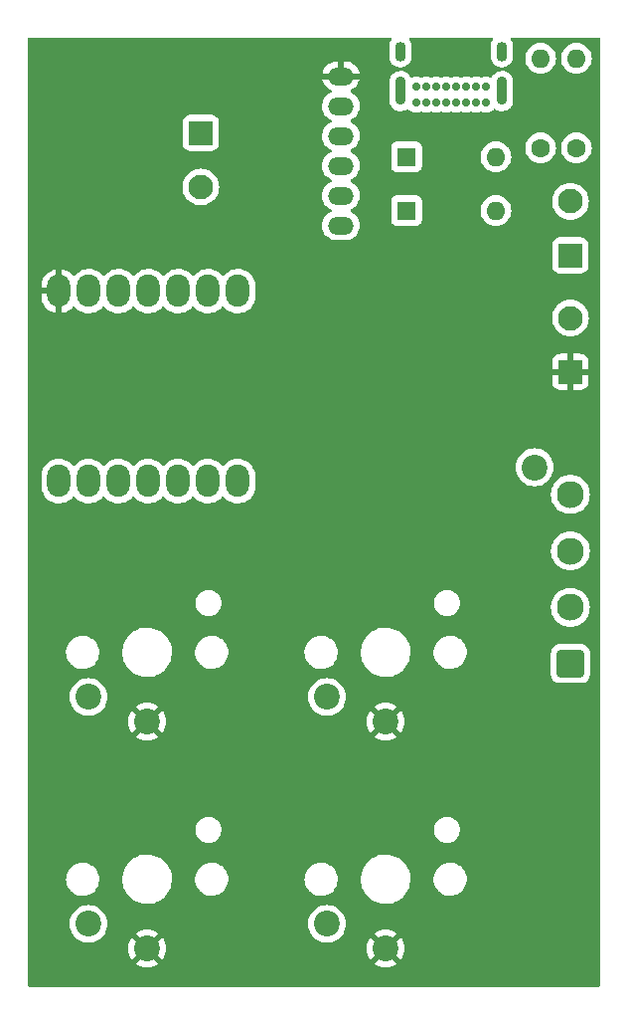
<source format=gbr>
%TF.GenerationSoftware,KiCad,Pcbnew,(6.0.1)*%
%TF.CreationDate,2022-02-21T12:46:14-05:00*%
%TF.ProjectId,InductorSchem,496e6475-6374-46f7-9253-6368656d2e6b,1*%
%TF.SameCoordinates,Original*%
%TF.FileFunction,Copper,L3,Inr*%
%TF.FilePolarity,Positive*%
%FSLAX46Y46*%
G04 Gerber Fmt 4.6, Leading zero omitted, Abs format (unit mm)*
G04 Created by KiCad (PCBNEW (6.0.1)) date 2022-02-21 12:46:14*
%MOMM*%
%LPD*%
G01*
G04 APERTURE LIST*
G04 Aperture macros list*
%AMRoundRect*
0 Rectangle with rounded corners*
0 $1 Rounding radius*
0 $2 $3 $4 $5 $6 $7 $8 $9 X,Y pos of 4 corners*
0 Add a 4 corners polygon primitive as box body*
4,1,4,$2,$3,$4,$5,$6,$7,$8,$9,$2,$3,0*
0 Add four circle primitives for the rounded corners*
1,1,$1+$1,$2,$3*
1,1,$1+$1,$4,$5*
1,1,$1+$1,$6,$7*
1,1,$1+$1,$8,$9*
0 Add four rect primitives between the rounded corners*
20,1,$1+$1,$2,$3,$4,$5,0*
20,1,$1+$1,$4,$5,$6,$7,0*
20,1,$1+$1,$6,$7,$8,$9,0*
20,1,$1+$1,$8,$9,$2,$3,0*%
G04 Aperture macros list end*
%TA.AperFunction,ComponentPad*%
%ADD10O,2.200000X1.500000*%
%TD*%
%TA.AperFunction,ComponentPad*%
%ADD11O,1.998980X2.748280*%
%TD*%
%TA.AperFunction,ComponentPad*%
%ADD12RoundRect,0.250001X0.899999X-0.899999X0.899999X0.899999X-0.899999X0.899999X-0.899999X-0.899999X0*%
%TD*%
%TA.AperFunction,ComponentPad*%
%ADD13C,2.300000*%
%TD*%
%TA.AperFunction,ComponentPad*%
%ADD14C,0.700000*%
%TD*%
%TA.AperFunction,ComponentPad*%
%ADD15O,0.900000X2.400000*%
%TD*%
%TA.AperFunction,ComponentPad*%
%ADD16O,0.900000X1.700000*%
%TD*%
%TA.AperFunction,ComponentPad*%
%ADD17R,1.600000X1.600000*%
%TD*%
%TA.AperFunction,ComponentPad*%
%ADD18O,1.600000X1.600000*%
%TD*%
%TA.AperFunction,ComponentPad*%
%ADD19RoundRect,0.250001X0.799999X-0.799999X0.799999X0.799999X-0.799999X0.799999X-0.799999X-0.799999X0*%
%TD*%
%TA.AperFunction,ComponentPad*%
%ADD20C,2.100000*%
%TD*%
%TA.AperFunction,ComponentPad*%
%ADD21C,1.600000*%
%TD*%
%TA.AperFunction,ComponentPad*%
%ADD22C,2.200000*%
%TD*%
%TA.AperFunction,ComponentPad*%
%ADD23RoundRect,0.250001X-0.799999X0.799999X-0.799999X-0.799999X0.799999X-0.799999X0.799999X0.799999X0*%
%TD*%
%TA.AperFunction,ViaPad*%
%ADD24C,2.200000*%
%TD*%
G04 APERTURE END LIST*
D10*
%TO.N,+5V*%
%TO.C,U2*%
X148094000Y-58676917D03*
%TO.N,GND*%
X148094000Y-61216917D03*
%TO.N,Net-(J2-Pad1)*%
X148094000Y-63756917D03*
%TO.N,GND*%
X148094000Y-66296917D03*
X148094000Y-68836917D03*
%TO.N,Net-(D1-Pad1)*%
X148094000Y-71376917D03*
%TD*%
D11*
%TO.N,unconnected-(U1-Pad1)*%
%TO.C,U1*%
X124064490Y-93125290D03*
%TO.N,unconnected-(U1-Pad2)*%
X126604490Y-93125290D03*
%TO.N,unconnected-(U1-Pad3)*%
X129144490Y-93125290D03*
%TO.N,unconnected-(U1-Pad4)*%
X131684490Y-93125290D03*
%TO.N,/I2C_SDA*%
X134224490Y-93125290D03*
%TO.N,/I2C_SCL*%
X136764490Y-93125290D03*
%TO.N,unconnected-(U1-Pad7)*%
X139304490Y-93125290D03*
%TO.N,unconnected-(U1-Pad8)*%
X139304490Y-76960730D03*
%TO.N,unconnected-(U1-Pad9)*%
X136764490Y-76960730D03*
%TO.N,unconnected-(U1-Pad10)*%
X134224490Y-76960730D03*
%TO.N,unconnected-(U1-Pad11)*%
X131684490Y-76960730D03*
%TO.N,unconnected-(U1-Pad12)*%
X129144490Y-76960730D03*
%TO.N,GND*%
X126604490Y-76960730D03*
%TO.N,+5V*%
X124064490Y-76960730D03*
%TD*%
D12*
%TO.N,/G0B4*%
%TO.C,J5*%
X167640000Y-108660000D03*
D13*
%TO.N,/G0B5*%
X167640000Y-103860000D03*
%TO.N,/G0B6*%
X167640000Y-99060000D03*
%TO.N,/G0B7*%
X167640000Y-94260000D03*
%TD*%
D14*
%TO.N,GND*%
%TO.C,J1*%
X160455000Y-60921000D03*
%TO.N,Net-(D2-Pad2)*%
X159605000Y-60921000D03*
%TO.N,Net-(J1-PadA5)*%
X158755000Y-60921000D03*
%TO.N,unconnected-(J1-PadA6)*%
X157905000Y-60921000D03*
%TO.N,unconnected-(J1-PadA7)*%
X157055000Y-60921000D03*
%TO.N,unconnected-(J1-PadA8)*%
X156205000Y-60921000D03*
%TO.N,Net-(D2-Pad2)*%
X155355000Y-60921000D03*
%TO.N,GND*%
X154505000Y-60921000D03*
X154505000Y-59571000D03*
%TO.N,Net-(D2-Pad2)*%
X155355000Y-59571000D03*
%TO.N,Net-(J1-PadB5)*%
X156205000Y-59571000D03*
%TO.N,unconnected-(J1-PadB6)*%
X157055000Y-59571000D03*
%TO.N,unconnected-(J1-PadB7)*%
X157905000Y-59571000D03*
%TO.N,unconnected-(J1-PadB8)*%
X158755000Y-59571000D03*
%TO.N,Net-(D2-Pad2)*%
X159605000Y-59571000D03*
%TO.N,GND*%
X160455000Y-59571000D03*
D15*
%TO.N,unconnected-(J1-PadS1)*%
X153155000Y-59941000D03*
D16*
X153155000Y-56561000D03*
X161805000Y-56561000D03*
D15*
X161805000Y-59941000D03*
%TD*%
D17*
%TO.N,Net-(D1-Pad1)*%
%TO.C,D1*%
X153670000Y-70104000D03*
D18*
%TO.N,Net-(D1-Pad2)*%
X161290000Y-70104000D03*
%TD*%
D19*
%TO.N,Net-(D1-Pad2)*%
%TO.C,J3*%
X167640000Y-73928000D03*
D20*
%TO.N,GND*%
X167640000Y-69328000D03*
%TD*%
D21*
%TO.N,Net-(J1-PadB5)*%
%TO.C,R2*%
X168148000Y-64770000D03*
D18*
%TO.N,GND*%
X168148000Y-57150000D03*
%TD*%
D17*
%TO.N,Net-(D1-Pad1)*%
%TO.C,D2*%
X153670000Y-65532000D03*
D18*
%TO.N,Net-(D2-Pad2)*%
X161290000Y-65532000D03*
%TD*%
D22*
%TO.N,+5V*%
%TO.C,SW4*%
X151892000Y-132900000D03*
%TO.N,/G0B3*%
X146892000Y-130800000D03*
%TD*%
D19*
%TO.N,+5V*%
%TO.C,J4*%
X167640000Y-83848000D03*
D20*
%TO.N,GND*%
X167640000Y-79248000D03*
%TD*%
D23*
%TO.N,Net-(J2-Pad1)*%
%TO.C,J2*%
X136144000Y-63500000D03*
D20*
%TO.N,GND*%
X136144000Y-68100000D03*
%TD*%
D22*
%TO.N,+5V*%
%TO.C,SW3*%
X151892000Y-113596000D03*
%TO.N,/G0B2*%
X146892000Y-111496000D03*
%TD*%
%TO.N,+5V*%
%TO.C,SW1*%
X131572000Y-113596000D03*
%TO.N,/G0B0*%
X126572000Y-111496000D03*
%TD*%
%TO.N,+5V*%
%TO.C,SW2*%
X131572000Y-132900000D03*
%TO.N,/G0B1*%
X126572000Y-130800000D03*
%TD*%
D21*
%TO.N,Net-(J1-PadA5)*%
%TO.C,R1*%
X165100000Y-64770000D03*
D18*
%TO.N,GND*%
X165100000Y-57150000D03*
%TD*%
D24*
%TO.N,GND*%
X164592000Y-91948000D03*
%TD*%
%TA.AperFunction,Conductor*%
%TO.N,+5V*%
G36*
X152363415Y-55392002D02*
G01*
X152409908Y-55445658D01*
X152420012Y-55515932D01*
X152398507Y-55570270D01*
X152313989Y-55690975D01*
X152311452Y-55696838D01*
X152241763Y-55857881D01*
X152236655Y-55869684D01*
X152235350Y-55875931D01*
X152235349Y-55875934D01*
X152206165Y-56015634D01*
X152196835Y-56060293D01*
X152196500Y-56066685D01*
X152196500Y-57009663D01*
X152211235Y-57154727D01*
X152213144Y-57160818D01*
X152267556Y-57334451D01*
X152267558Y-57334456D01*
X152269465Y-57340541D01*
X152293224Y-57383402D01*
X152353182Y-57491568D01*
X152363870Y-57510850D01*
X152368019Y-57515691D01*
X152368022Y-57515695D01*
X152435926Y-57594919D01*
X152490591Y-57658698D01*
X152495633Y-57662609D01*
X152495634Y-57662610D01*
X152569549Y-57719944D01*
X152644453Y-57778046D01*
X152650176Y-57780862D01*
X152650179Y-57780864D01*
X152813444Y-57861200D01*
X152819171Y-57864018D01*
X152825349Y-57865627D01*
X152825351Y-57865628D01*
X153001425Y-57911492D01*
X153001428Y-57911492D01*
X153007607Y-57913102D01*
X153091597Y-57917504D01*
X153195683Y-57922959D01*
X153195687Y-57922959D01*
X153202064Y-57923293D01*
X153357413Y-57899799D01*
X153388285Y-57895130D01*
X153388286Y-57895130D01*
X153394599Y-57894175D01*
X153400585Y-57891972D01*
X153400591Y-57891971D01*
X153571360Y-57829140D01*
X153571365Y-57829138D01*
X153577346Y-57826937D01*
X153742840Y-57724326D01*
X153817362Y-57653855D01*
X153879685Y-57594919D01*
X153884322Y-57590534D01*
X153996011Y-57431025D01*
X154073345Y-57252316D01*
X154093576Y-57155475D01*
X154112176Y-57066443D01*
X154112177Y-57066438D01*
X154113165Y-57061707D01*
X154113500Y-57055315D01*
X154113500Y-56112337D01*
X154098765Y-55967273D01*
X154081111Y-55910939D01*
X154042444Y-55787549D01*
X154042442Y-55787544D01*
X154040535Y-55781459D01*
X153946130Y-55611150D01*
X153919429Y-55579997D01*
X153890285Y-55515257D01*
X153900769Y-55445039D01*
X153947551Y-55391635D01*
X154015098Y-55372000D01*
X160945294Y-55372000D01*
X161013415Y-55392002D01*
X161059908Y-55445658D01*
X161070012Y-55515932D01*
X161048507Y-55570270D01*
X160963989Y-55690975D01*
X160961452Y-55696838D01*
X160891763Y-55857881D01*
X160886655Y-55869684D01*
X160885350Y-55875931D01*
X160885349Y-55875934D01*
X160856165Y-56015634D01*
X160846835Y-56060293D01*
X160846500Y-56066685D01*
X160846500Y-57009663D01*
X160861235Y-57154727D01*
X160863144Y-57160818D01*
X160917556Y-57334451D01*
X160917558Y-57334456D01*
X160919465Y-57340541D01*
X160943224Y-57383402D01*
X161003182Y-57491568D01*
X161013870Y-57510850D01*
X161018019Y-57515691D01*
X161018022Y-57515695D01*
X161085926Y-57594919D01*
X161140591Y-57658698D01*
X161145633Y-57662609D01*
X161145634Y-57662610D01*
X161219549Y-57719944D01*
X161294453Y-57778046D01*
X161300176Y-57780862D01*
X161300179Y-57780864D01*
X161463444Y-57861200D01*
X161469171Y-57864018D01*
X161475349Y-57865627D01*
X161475351Y-57865628D01*
X161651425Y-57911492D01*
X161651428Y-57911492D01*
X161657607Y-57913102D01*
X161741597Y-57917504D01*
X161845683Y-57922959D01*
X161845687Y-57922959D01*
X161852064Y-57923293D01*
X162007413Y-57899799D01*
X162038285Y-57895130D01*
X162038286Y-57895130D01*
X162044599Y-57894175D01*
X162050585Y-57891972D01*
X162050591Y-57891971D01*
X162221360Y-57829140D01*
X162221365Y-57829138D01*
X162227346Y-57826937D01*
X162392840Y-57724326D01*
X162467362Y-57653855D01*
X162529685Y-57594919D01*
X162534322Y-57590534D01*
X162646011Y-57431025D01*
X162723345Y-57252316D01*
X162743576Y-57155475D01*
X162744720Y-57150000D01*
X163786502Y-57150000D01*
X163806457Y-57378087D01*
X163807881Y-57383400D01*
X163807881Y-57383402D01*
X163862520Y-57587314D01*
X163865716Y-57599243D01*
X163868039Y-57604224D01*
X163868039Y-57604225D01*
X163960151Y-57801762D01*
X163960154Y-57801767D01*
X163962477Y-57806749D01*
X164093802Y-57994300D01*
X164255700Y-58156198D01*
X164260208Y-58159355D01*
X164260211Y-58159357D01*
X164310669Y-58194688D01*
X164443251Y-58287523D01*
X164448233Y-58289846D01*
X164448238Y-58289849D01*
X164628604Y-58373954D01*
X164650757Y-58384284D01*
X164656065Y-58385706D01*
X164656067Y-58385707D01*
X164866598Y-58442119D01*
X164866600Y-58442119D01*
X164871913Y-58443543D01*
X165100000Y-58463498D01*
X165328087Y-58443543D01*
X165333400Y-58442119D01*
X165333402Y-58442119D01*
X165543933Y-58385707D01*
X165543935Y-58385706D01*
X165549243Y-58384284D01*
X165571396Y-58373954D01*
X165751762Y-58289849D01*
X165751767Y-58289846D01*
X165756749Y-58287523D01*
X165889331Y-58194688D01*
X165939789Y-58159357D01*
X165939792Y-58159355D01*
X165944300Y-58156198D01*
X166106198Y-57994300D01*
X166237523Y-57806749D01*
X166239846Y-57801767D01*
X166239849Y-57801762D01*
X166331961Y-57604225D01*
X166331961Y-57604224D01*
X166334284Y-57599243D01*
X166337481Y-57587314D01*
X166392119Y-57383402D01*
X166392119Y-57383400D01*
X166393543Y-57378087D01*
X166413498Y-57150000D01*
X166834502Y-57150000D01*
X166854457Y-57378087D01*
X166855881Y-57383400D01*
X166855881Y-57383402D01*
X166910520Y-57587314D01*
X166913716Y-57599243D01*
X166916039Y-57604224D01*
X166916039Y-57604225D01*
X167008151Y-57801762D01*
X167008154Y-57801767D01*
X167010477Y-57806749D01*
X167141802Y-57994300D01*
X167303700Y-58156198D01*
X167308208Y-58159355D01*
X167308211Y-58159357D01*
X167358669Y-58194688D01*
X167491251Y-58287523D01*
X167496233Y-58289846D01*
X167496238Y-58289849D01*
X167676604Y-58373954D01*
X167698757Y-58384284D01*
X167704065Y-58385706D01*
X167704067Y-58385707D01*
X167914598Y-58442119D01*
X167914600Y-58442119D01*
X167919913Y-58443543D01*
X168148000Y-58463498D01*
X168376087Y-58443543D01*
X168381400Y-58442119D01*
X168381402Y-58442119D01*
X168591933Y-58385707D01*
X168591935Y-58385706D01*
X168597243Y-58384284D01*
X168619396Y-58373954D01*
X168799762Y-58289849D01*
X168799767Y-58289846D01*
X168804749Y-58287523D01*
X168937331Y-58194688D01*
X168987789Y-58159357D01*
X168987792Y-58159355D01*
X168992300Y-58156198D01*
X169154198Y-57994300D01*
X169285523Y-57806749D01*
X169287846Y-57801767D01*
X169287849Y-57801762D01*
X169379961Y-57604225D01*
X169379961Y-57604224D01*
X169382284Y-57599243D01*
X169385481Y-57587314D01*
X169440119Y-57383402D01*
X169440119Y-57383400D01*
X169441543Y-57378087D01*
X169461498Y-57150000D01*
X169441543Y-56921913D01*
X169382284Y-56700757D01*
X169379961Y-56695775D01*
X169287849Y-56498238D01*
X169287846Y-56498233D01*
X169285523Y-56493251D01*
X169154198Y-56305700D01*
X168992300Y-56143802D01*
X168987792Y-56140645D01*
X168987789Y-56140643D01*
X168866273Y-56055557D01*
X168804749Y-56012477D01*
X168799767Y-56010154D01*
X168799762Y-56010151D01*
X168602225Y-55918039D01*
X168602224Y-55918039D01*
X168597243Y-55915716D01*
X168591935Y-55914294D01*
X168591933Y-55914293D01*
X168381402Y-55857881D01*
X168381400Y-55857881D01*
X168376087Y-55856457D01*
X168148000Y-55836502D01*
X167919913Y-55856457D01*
X167914600Y-55857881D01*
X167914598Y-55857881D01*
X167704067Y-55914293D01*
X167704065Y-55914294D01*
X167698757Y-55915716D01*
X167693776Y-55918039D01*
X167693775Y-55918039D01*
X167496238Y-56010151D01*
X167496233Y-56010154D01*
X167491251Y-56012477D01*
X167429727Y-56055557D01*
X167308211Y-56140643D01*
X167308208Y-56140645D01*
X167303700Y-56143802D01*
X167141802Y-56305700D01*
X167010477Y-56493251D01*
X167008154Y-56498233D01*
X167008151Y-56498238D01*
X166916039Y-56695775D01*
X166913716Y-56700757D01*
X166854457Y-56921913D01*
X166834502Y-57150000D01*
X166413498Y-57150000D01*
X166393543Y-56921913D01*
X166334284Y-56700757D01*
X166331961Y-56695775D01*
X166239849Y-56498238D01*
X166239846Y-56498233D01*
X166237523Y-56493251D01*
X166106198Y-56305700D01*
X165944300Y-56143802D01*
X165939792Y-56140645D01*
X165939789Y-56140643D01*
X165818273Y-56055557D01*
X165756749Y-56012477D01*
X165751767Y-56010154D01*
X165751762Y-56010151D01*
X165554225Y-55918039D01*
X165554224Y-55918039D01*
X165549243Y-55915716D01*
X165543935Y-55914294D01*
X165543933Y-55914293D01*
X165333402Y-55857881D01*
X165333400Y-55857881D01*
X165328087Y-55856457D01*
X165100000Y-55836502D01*
X164871913Y-55856457D01*
X164866600Y-55857881D01*
X164866598Y-55857881D01*
X164656067Y-55914293D01*
X164656065Y-55914294D01*
X164650757Y-55915716D01*
X164645776Y-55918039D01*
X164645775Y-55918039D01*
X164448238Y-56010151D01*
X164448233Y-56010154D01*
X164443251Y-56012477D01*
X164381727Y-56055557D01*
X164260211Y-56140643D01*
X164260208Y-56140645D01*
X164255700Y-56143802D01*
X164093802Y-56305700D01*
X163962477Y-56493251D01*
X163960154Y-56498233D01*
X163960151Y-56498238D01*
X163868039Y-56695775D01*
X163865716Y-56700757D01*
X163806457Y-56921913D01*
X163786502Y-57150000D01*
X162744720Y-57150000D01*
X162762176Y-57066443D01*
X162762177Y-57066438D01*
X162763165Y-57061707D01*
X162763500Y-57055315D01*
X162763500Y-56112337D01*
X162748765Y-55967273D01*
X162731111Y-55910939D01*
X162692444Y-55787549D01*
X162692442Y-55787544D01*
X162690535Y-55781459D01*
X162596130Y-55611150D01*
X162569429Y-55579997D01*
X162540285Y-55515257D01*
X162550769Y-55445039D01*
X162597551Y-55391635D01*
X162665098Y-55372000D01*
X170054000Y-55372000D01*
X170122121Y-55392002D01*
X170168614Y-55445658D01*
X170180000Y-55498000D01*
X170180000Y-136018000D01*
X170159998Y-136086121D01*
X170106342Y-136132614D01*
X170054000Y-136144000D01*
X121538000Y-136144000D01*
X121469879Y-136123998D01*
X121423386Y-136070342D01*
X121412000Y-136018000D01*
X121412000Y-134205390D01*
X130631440Y-134205390D01*
X130637167Y-134213040D01*
X130835506Y-134334583D01*
X130844300Y-134339064D01*
X131068991Y-134432134D01*
X131078376Y-134435183D01*
X131314863Y-134491959D01*
X131324610Y-134493502D01*
X131567070Y-134512584D01*
X131576930Y-134512584D01*
X131819390Y-134493502D01*
X131829137Y-134491959D01*
X132065624Y-134435183D01*
X132075009Y-134432134D01*
X132299700Y-134339064D01*
X132308494Y-134334583D01*
X132503167Y-134215287D01*
X132512120Y-134205390D01*
X150951440Y-134205390D01*
X150957167Y-134213040D01*
X151155506Y-134334583D01*
X151164300Y-134339064D01*
X151388991Y-134432134D01*
X151398376Y-134435183D01*
X151634863Y-134491959D01*
X151644610Y-134493502D01*
X151887070Y-134512584D01*
X151896930Y-134512584D01*
X152139390Y-134493502D01*
X152149137Y-134491959D01*
X152385624Y-134435183D01*
X152395009Y-134432134D01*
X152619700Y-134339064D01*
X152628494Y-134334583D01*
X152823167Y-134215287D01*
X152832627Y-134204830D01*
X152828844Y-134196054D01*
X151904812Y-133272022D01*
X151890868Y-133264408D01*
X151889035Y-133264539D01*
X151882420Y-133268790D01*
X150958200Y-134193010D01*
X150951440Y-134205390D01*
X132512120Y-134205390D01*
X132512627Y-134204830D01*
X132508844Y-134196054D01*
X131584812Y-133272022D01*
X131570868Y-133264408D01*
X131569035Y-133264539D01*
X131562420Y-133268790D01*
X130638200Y-134193010D01*
X130631440Y-134205390D01*
X121412000Y-134205390D01*
X121412000Y-132904930D01*
X129959416Y-132904930D01*
X129978498Y-133147390D01*
X129980041Y-133157137D01*
X130036817Y-133393624D01*
X130039866Y-133403009D01*
X130132936Y-133627700D01*
X130137417Y-133636494D01*
X130256713Y-133831167D01*
X130267170Y-133840627D01*
X130275946Y-133836844D01*
X131199978Y-132912812D01*
X131206356Y-132901132D01*
X131936408Y-132901132D01*
X131936539Y-132902965D01*
X131940790Y-132909580D01*
X132865010Y-133833800D01*
X132877390Y-133840560D01*
X132885040Y-133834833D01*
X133006583Y-133636494D01*
X133011064Y-133627700D01*
X133104134Y-133403009D01*
X133107183Y-133393624D01*
X133163959Y-133157137D01*
X133165502Y-133147390D01*
X133184584Y-132904930D01*
X150279416Y-132904930D01*
X150298498Y-133147390D01*
X150300041Y-133157137D01*
X150356817Y-133393624D01*
X150359866Y-133403009D01*
X150452936Y-133627700D01*
X150457417Y-133636494D01*
X150576713Y-133831167D01*
X150587170Y-133840627D01*
X150595946Y-133836844D01*
X151519978Y-132912812D01*
X151526356Y-132901132D01*
X152256408Y-132901132D01*
X152256539Y-132902965D01*
X152260790Y-132909580D01*
X153185010Y-133833800D01*
X153197390Y-133840560D01*
X153205040Y-133834833D01*
X153326583Y-133636494D01*
X153331064Y-133627700D01*
X153424134Y-133403009D01*
X153427183Y-133393624D01*
X153483959Y-133157137D01*
X153485502Y-133147390D01*
X153504584Y-132904930D01*
X153504584Y-132895070D01*
X153485502Y-132652610D01*
X153483959Y-132642863D01*
X153427183Y-132406376D01*
X153424134Y-132396991D01*
X153331064Y-132172300D01*
X153326583Y-132163506D01*
X153207287Y-131968833D01*
X153196830Y-131959373D01*
X153188054Y-131963156D01*
X152264022Y-132887188D01*
X152256408Y-132901132D01*
X151526356Y-132901132D01*
X151527592Y-132898868D01*
X151527461Y-132897035D01*
X151523210Y-132890420D01*
X150598990Y-131966200D01*
X150586610Y-131959440D01*
X150578960Y-131965167D01*
X150457417Y-132163506D01*
X150452936Y-132172300D01*
X150359866Y-132396991D01*
X150356817Y-132406376D01*
X150300041Y-132642863D01*
X150298498Y-132652610D01*
X150279416Y-132895070D01*
X150279416Y-132904930D01*
X133184584Y-132904930D01*
X133184584Y-132895070D01*
X133165502Y-132652610D01*
X133163959Y-132642863D01*
X133107183Y-132406376D01*
X133104134Y-132396991D01*
X133011064Y-132172300D01*
X133006583Y-132163506D01*
X132887287Y-131968833D01*
X132876830Y-131959373D01*
X132868054Y-131963156D01*
X131944022Y-132887188D01*
X131936408Y-132901132D01*
X131206356Y-132901132D01*
X131207592Y-132898868D01*
X131207461Y-132897035D01*
X131203210Y-132890420D01*
X130278990Y-131966200D01*
X130266610Y-131959440D01*
X130258960Y-131965167D01*
X130137417Y-132163506D01*
X130132936Y-132172300D01*
X130039866Y-132396991D01*
X130036817Y-132406376D01*
X129980041Y-132642863D01*
X129978498Y-132652610D01*
X129959416Y-132895070D01*
X129959416Y-132904930D01*
X121412000Y-132904930D01*
X121412000Y-130800000D01*
X124958526Y-130800000D01*
X124978391Y-131052403D01*
X125037495Y-131298591D01*
X125039388Y-131303162D01*
X125039389Y-131303164D01*
X125106597Y-131465417D01*
X125134384Y-131532502D01*
X125266672Y-131748376D01*
X125431102Y-131940898D01*
X125623624Y-132105328D01*
X125839498Y-132237616D01*
X125844068Y-132239509D01*
X125844072Y-132239511D01*
X126068836Y-132332611D01*
X126073409Y-132334505D01*
X126158032Y-132354821D01*
X126314784Y-132392454D01*
X126314790Y-132392455D01*
X126319597Y-132393609D01*
X126572000Y-132413474D01*
X126824403Y-132393609D01*
X126829210Y-132392455D01*
X126829216Y-132392454D01*
X126985968Y-132354821D01*
X127070591Y-132334505D01*
X127075164Y-132332611D01*
X127299928Y-132239511D01*
X127299932Y-132239509D01*
X127304502Y-132237616D01*
X127520376Y-132105328D01*
X127712898Y-131940898D01*
X127877328Y-131748376D01*
X127971213Y-131595170D01*
X130631373Y-131595170D01*
X130635156Y-131603946D01*
X131559188Y-132527978D01*
X131573132Y-132535592D01*
X131574965Y-132535461D01*
X131581580Y-132531210D01*
X132505800Y-131606990D01*
X132512560Y-131594610D01*
X132506833Y-131586960D01*
X132308494Y-131465417D01*
X132299700Y-131460936D01*
X132075009Y-131367866D01*
X132065624Y-131364817D01*
X131829137Y-131308041D01*
X131819390Y-131306498D01*
X131576930Y-131287416D01*
X131567070Y-131287416D01*
X131324610Y-131306498D01*
X131314863Y-131308041D01*
X131078376Y-131364817D01*
X131068991Y-131367866D01*
X130844300Y-131460936D01*
X130835506Y-131465417D01*
X130640833Y-131584713D01*
X130631373Y-131595170D01*
X127971213Y-131595170D01*
X128009616Y-131532502D01*
X128037404Y-131465417D01*
X128104611Y-131303164D01*
X128104612Y-131303162D01*
X128106505Y-131298591D01*
X128165609Y-131052403D01*
X128185474Y-130800000D01*
X145278526Y-130800000D01*
X145298391Y-131052403D01*
X145357495Y-131298591D01*
X145359388Y-131303162D01*
X145359389Y-131303164D01*
X145426597Y-131465417D01*
X145454384Y-131532502D01*
X145586672Y-131748376D01*
X145751102Y-131940898D01*
X145943624Y-132105328D01*
X146159498Y-132237616D01*
X146164068Y-132239509D01*
X146164072Y-132239511D01*
X146388836Y-132332611D01*
X146393409Y-132334505D01*
X146478032Y-132354821D01*
X146634784Y-132392454D01*
X146634790Y-132392455D01*
X146639597Y-132393609D01*
X146892000Y-132413474D01*
X147144403Y-132393609D01*
X147149210Y-132392455D01*
X147149216Y-132392454D01*
X147305968Y-132354821D01*
X147390591Y-132334505D01*
X147395164Y-132332611D01*
X147619928Y-132239511D01*
X147619932Y-132239509D01*
X147624502Y-132237616D01*
X147840376Y-132105328D01*
X148032898Y-131940898D01*
X148197328Y-131748376D01*
X148291213Y-131595170D01*
X150951373Y-131595170D01*
X150955156Y-131603946D01*
X151879188Y-132527978D01*
X151893132Y-132535592D01*
X151894965Y-132535461D01*
X151901580Y-132531210D01*
X152825800Y-131606990D01*
X152832560Y-131594610D01*
X152826833Y-131586960D01*
X152628494Y-131465417D01*
X152619700Y-131460936D01*
X152395009Y-131367866D01*
X152385624Y-131364817D01*
X152149137Y-131308041D01*
X152139390Y-131306498D01*
X151896930Y-131287416D01*
X151887070Y-131287416D01*
X151644610Y-131306498D01*
X151634863Y-131308041D01*
X151398376Y-131364817D01*
X151388991Y-131367866D01*
X151164300Y-131460936D01*
X151155506Y-131465417D01*
X150960833Y-131584713D01*
X150951373Y-131595170D01*
X148291213Y-131595170D01*
X148329616Y-131532502D01*
X148357404Y-131465417D01*
X148424611Y-131303164D01*
X148424612Y-131303162D01*
X148426505Y-131298591D01*
X148485609Y-131052403D01*
X148505474Y-130800000D01*
X148485609Y-130547597D01*
X148426505Y-130301409D01*
X148329616Y-130067498D01*
X148197328Y-129851624D01*
X148032898Y-129659102D01*
X147840376Y-129494672D01*
X147624502Y-129362384D01*
X147619932Y-129360491D01*
X147619928Y-129360489D01*
X147395164Y-129267389D01*
X147395162Y-129267388D01*
X147390591Y-129265495D01*
X147305968Y-129245179D01*
X147149216Y-129207546D01*
X147149210Y-129207545D01*
X147144403Y-129206391D01*
X146892000Y-129186526D01*
X146639597Y-129206391D01*
X146634790Y-129207545D01*
X146634784Y-129207546D01*
X146478032Y-129245179D01*
X146393409Y-129265495D01*
X146388838Y-129267388D01*
X146388836Y-129267389D01*
X146164072Y-129360489D01*
X146164068Y-129360491D01*
X146159498Y-129362384D01*
X145943624Y-129494672D01*
X145751102Y-129659102D01*
X145586672Y-129851624D01*
X145454384Y-130067498D01*
X145357495Y-130301409D01*
X145298391Y-130547597D01*
X145278526Y-130800000D01*
X128185474Y-130800000D01*
X128165609Y-130547597D01*
X128106505Y-130301409D01*
X128009616Y-130067498D01*
X127877328Y-129851624D01*
X127712898Y-129659102D01*
X127520376Y-129494672D01*
X127304502Y-129362384D01*
X127299932Y-129360491D01*
X127299928Y-129360489D01*
X127075164Y-129267389D01*
X127075162Y-129267388D01*
X127070591Y-129265495D01*
X126985968Y-129245179D01*
X126829216Y-129207546D01*
X126829210Y-129207545D01*
X126824403Y-129206391D01*
X126572000Y-129186526D01*
X126319597Y-129206391D01*
X126314790Y-129207545D01*
X126314784Y-129207546D01*
X126158032Y-129245179D01*
X126073409Y-129265495D01*
X126068838Y-129267388D01*
X126068836Y-129267389D01*
X125844072Y-129360489D01*
X125844068Y-129360491D01*
X125839498Y-129362384D01*
X125623624Y-129494672D01*
X125431102Y-129659102D01*
X125266672Y-129851624D01*
X125134384Y-130067498D01*
X125037495Y-130301409D01*
X124978391Y-130547597D01*
X124958526Y-130800000D01*
X121412000Y-130800000D01*
X121412000Y-126933411D01*
X124659977Y-126933411D01*
X124668945Y-127172274D01*
X124718030Y-127406211D01*
X124805829Y-127628533D01*
X124929832Y-127832883D01*
X124933329Y-127836913D01*
X125039684Y-127959476D01*
X125086493Y-128013419D01*
X125090619Y-128016802D01*
X125090623Y-128016806D01*
X125189629Y-128097985D01*
X125271333Y-128164978D01*
X125275969Y-128167617D01*
X125275972Y-128167619D01*
X125369071Y-128220614D01*
X125479066Y-128283227D01*
X125703753Y-128364784D01*
X125709002Y-128365733D01*
X125709005Y-128365734D01*
X125934885Y-128406580D01*
X125934893Y-128406581D01*
X125938969Y-128407318D01*
X125957359Y-128408185D01*
X125962544Y-128408430D01*
X125962551Y-128408430D01*
X125964032Y-128408500D01*
X126132012Y-128408500D01*
X126310175Y-128393383D01*
X126315339Y-128392043D01*
X126315343Y-128392042D01*
X126536375Y-128334673D01*
X126536380Y-128334671D01*
X126541540Y-128333332D01*
X126658636Y-128280584D01*
X126754619Y-128237347D01*
X126754622Y-128237346D01*
X126759480Y-128235157D01*
X126957762Y-128101666D01*
X127130718Y-127936674D01*
X127273402Y-127744900D01*
X127286149Y-127719830D01*
X127379314Y-127536586D01*
X127379314Y-127536585D01*
X127381733Y-127531828D01*
X127422361Y-127400984D01*
X127451032Y-127308651D01*
X127451033Y-127308645D01*
X127452616Y-127303548D01*
X127471770Y-127159036D01*
X127475260Y-127132703D01*
X129462743Y-127132703D01*
X129463302Y-127136947D01*
X129463302Y-127136951D01*
X129479810Y-127262340D01*
X129500268Y-127417734D01*
X129576129Y-127695036D01*
X129688923Y-127959476D01*
X129763473Y-128084040D01*
X129809888Y-128161593D01*
X129836561Y-128206161D01*
X130016313Y-128430528D01*
X130224851Y-128628423D01*
X130458317Y-128796186D01*
X130462112Y-128798195D01*
X130462113Y-128798196D01*
X130483869Y-128809715D01*
X130712392Y-128930712D01*
X130982373Y-129029511D01*
X131263264Y-129090755D01*
X131291841Y-129093004D01*
X131486282Y-129108307D01*
X131486291Y-129108307D01*
X131488739Y-129108500D01*
X131644271Y-129108500D01*
X131646407Y-129108354D01*
X131646418Y-129108354D01*
X131854548Y-129094165D01*
X131854554Y-129094164D01*
X131858825Y-129093873D01*
X131863020Y-129093004D01*
X131863022Y-129093004D01*
X131999584Y-129064723D01*
X132140342Y-129035574D01*
X132411343Y-128939607D01*
X132666812Y-128807750D01*
X132670313Y-128805289D01*
X132670317Y-128805287D01*
X132784418Y-128725095D01*
X132902023Y-128642441D01*
X133112622Y-128446740D01*
X133294713Y-128224268D01*
X133444927Y-127979142D01*
X133560483Y-127715898D01*
X133639244Y-127439406D01*
X133679751Y-127154784D01*
X133679845Y-127136951D01*
X133680911Y-126933411D01*
X135659977Y-126933411D01*
X135668945Y-127172274D01*
X135718030Y-127406211D01*
X135805829Y-127628533D01*
X135929832Y-127832883D01*
X135933329Y-127836913D01*
X136039684Y-127959476D01*
X136086493Y-128013419D01*
X136090619Y-128016802D01*
X136090623Y-128016806D01*
X136189629Y-128097985D01*
X136271333Y-128164978D01*
X136275969Y-128167617D01*
X136275972Y-128167619D01*
X136369071Y-128220614D01*
X136479066Y-128283227D01*
X136703753Y-128364784D01*
X136709002Y-128365733D01*
X136709005Y-128365734D01*
X136934885Y-128406580D01*
X136934893Y-128406581D01*
X136938969Y-128407318D01*
X136957359Y-128408185D01*
X136962544Y-128408430D01*
X136962551Y-128408430D01*
X136964032Y-128408500D01*
X137132012Y-128408500D01*
X137310175Y-128393383D01*
X137315339Y-128392043D01*
X137315343Y-128392042D01*
X137536375Y-128334673D01*
X137536380Y-128334671D01*
X137541540Y-128333332D01*
X137658636Y-128280584D01*
X137754619Y-128237347D01*
X137754622Y-128237346D01*
X137759480Y-128235157D01*
X137957762Y-128101666D01*
X138130718Y-127936674D01*
X138273402Y-127744900D01*
X138286149Y-127719830D01*
X138379314Y-127536586D01*
X138379314Y-127536585D01*
X138381733Y-127531828D01*
X138422361Y-127400984D01*
X138451032Y-127308651D01*
X138451033Y-127308645D01*
X138452616Y-127303548D01*
X138471770Y-127159036D01*
X138483323Y-127071873D01*
X138483323Y-127071869D01*
X138484023Y-127066589D01*
X138479023Y-126933411D01*
X144979977Y-126933411D01*
X144988945Y-127172274D01*
X145038030Y-127406211D01*
X145125829Y-127628533D01*
X145249832Y-127832883D01*
X145253329Y-127836913D01*
X145359684Y-127959476D01*
X145406493Y-128013419D01*
X145410619Y-128016802D01*
X145410623Y-128016806D01*
X145509629Y-128097985D01*
X145591333Y-128164978D01*
X145595969Y-128167617D01*
X145595972Y-128167619D01*
X145689071Y-128220614D01*
X145799066Y-128283227D01*
X146023753Y-128364784D01*
X146029002Y-128365733D01*
X146029005Y-128365734D01*
X146254885Y-128406580D01*
X146254893Y-128406581D01*
X146258969Y-128407318D01*
X146277359Y-128408185D01*
X146282544Y-128408430D01*
X146282551Y-128408430D01*
X146284032Y-128408500D01*
X146452012Y-128408500D01*
X146630175Y-128393383D01*
X146635339Y-128392043D01*
X146635343Y-128392042D01*
X146856375Y-128334673D01*
X146856380Y-128334671D01*
X146861540Y-128333332D01*
X146978636Y-128280584D01*
X147074619Y-128237347D01*
X147074622Y-128237346D01*
X147079480Y-128235157D01*
X147277762Y-128101666D01*
X147450718Y-127936674D01*
X147593402Y-127744900D01*
X147606149Y-127719830D01*
X147699314Y-127536586D01*
X147699314Y-127536585D01*
X147701733Y-127531828D01*
X147742361Y-127400984D01*
X147771032Y-127308651D01*
X147771033Y-127308645D01*
X147772616Y-127303548D01*
X147791770Y-127159036D01*
X147795260Y-127132703D01*
X149782743Y-127132703D01*
X149783302Y-127136947D01*
X149783302Y-127136951D01*
X149799810Y-127262340D01*
X149820268Y-127417734D01*
X149896129Y-127695036D01*
X150008923Y-127959476D01*
X150083473Y-128084040D01*
X150129888Y-128161593D01*
X150156561Y-128206161D01*
X150336313Y-128430528D01*
X150544851Y-128628423D01*
X150778317Y-128796186D01*
X150782112Y-128798195D01*
X150782113Y-128798196D01*
X150803869Y-128809715D01*
X151032392Y-128930712D01*
X151302373Y-129029511D01*
X151583264Y-129090755D01*
X151611841Y-129093004D01*
X151806282Y-129108307D01*
X151806291Y-129108307D01*
X151808739Y-129108500D01*
X151964271Y-129108500D01*
X151966407Y-129108354D01*
X151966418Y-129108354D01*
X152174548Y-129094165D01*
X152174554Y-129094164D01*
X152178825Y-129093873D01*
X152183020Y-129093004D01*
X152183022Y-129093004D01*
X152319584Y-129064723D01*
X152460342Y-129035574D01*
X152731343Y-128939607D01*
X152986812Y-128807750D01*
X152990313Y-128805289D01*
X152990317Y-128805287D01*
X153104418Y-128725095D01*
X153222023Y-128642441D01*
X153432622Y-128446740D01*
X153614713Y-128224268D01*
X153764927Y-127979142D01*
X153880483Y-127715898D01*
X153959244Y-127439406D01*
X153999751Y-127154784D01*
X153999845Y-127136951D01*
X154000911Y-126933411D01*
X155979977Y-126933411D01*
X155988945Y-127172274D01*
X156038030Y-127406211D01*
X156125829Y-127628533D01*
X156249832Y-127832883D01*
X156253329Y-127836913D01*
X156359684Y-127959476D01*
X156406493Y-128013419D01*
X156410619Y-128016802D01*
X156410623Y-128016806D01*
X156509629Y-128097985D01*
X156591333Y-128164978D01*
X156595969Y-128167617D01*
X156595972Y-128167619D01*
X156689071Y-128220614D01*
X156799066Y-128283227D01*
X157023753Y-128364784D01*
X157029002Y-128365733D01*
X157029005Y-128365734D01*
X157254885Y-128406580D01*
X157254893Y-128406581D01*
X157258969Y-128407318D01*
X157277359Y-128408185D01*
X157282544Y-128408430D01*
X157282551Y-128408430D01*
X157284032Y-128408500D01*
X157452012Y-128408500D01*
X157630175Y-128393383D01*
X157635339Y-128392043D01*
X157635343Y-128392042D01*
X157856375Y-128334673D01*
X157856380Y-128334671D01*
X157861540Y-128333332D01*
X157978636Y-128280584D01*
X158074619Y-128237347D01*
X158074622Y-128237346D01*
X158079480Y-128235157D01*
X158277762Y-128101666D01*
X158450718Y-127936674D01*
X158593402Y-127744900D01*
X158606149Y-127719830D01*
X158699314Y-127536586D01*
X158699314Y-127536585D01*
X158701733Y-127531828D01*
X158742361Y-127400984D01*
X158771032Y-127308651D01*
X158771033Y-127308645D01*
X158772616Y-127303548D01*
X158791770Y-127159036D01*
X158803323Y-127071873D01*
X158803323Y-127071869D01*
X158804023Y-127066589D01*
X158795055Y-126827726D01*
X158745970Y-126593789D01*
X158658171Y-126371467D01*
X158534168Y-126167117D01*
X158444103Y-126063326D01*
X158381007Y-125990614D01*
X158381005Y-125990612D01*
X158377507Y-125986581D01*
X158373381Y-125983198D01*
X158373377Y-125983194D01*
X158196795Y-125838407D01*
X158192667Y-125835022D01*
X158188031Y-125832383D01*
X158188028Y-125832381D01*
X157989577Y-125719416D01*
X157984934Y-125716773D01*
X157760247Y-125635216D01*
X157754998Y-125634267D01*
X157754995Y-125634266D01*
X157529115Y-125593420D01*
X157529107Y-125593419D01*
X157525031Y-125592682D01*
X157506641Y-125591815D01*
X157501456Y-125591570D01*
X157501449Y-125591570D01*
X157499968Y-125591500D01*
X157331988Y-125591500D01*
X157153825Y-125606617D01*
X157148661Y-125607957D01*
X157148657Y-125607958D01*
X156927625Y-125665327D01*
X156927620Y-125665329D01*
X156922460Y-125666668D01*
X156917594Y-125668860D01*
X156709381Y-125762653D01*
X156709378Y-125762654D01*
X156704520Y-125764843D01*
X156506238Y-125898334D01*
X156333282Y-126063326D01*
X156190598Y-126255100D01*
X156188182Y-126259851D01*
X156188180Y-126259855D01*
X156133754Y-126366904D01*
X156082267Y-126468172D01*
X156054851Y-126556466D01*
X156012968Y-126691349D01*
X156012967Y-126691355D01*
X156011384Y-126696452D01*
X156010683Y-126701744D01*
X155991667Y-126845216D01*
X155979977Y-126933411D01*
X154000911Y-126933411D01*
X154001235Y-126871583D01*
X154001235Y-126871576D01*
X154001257Y-126867297D01*
X153996048Y-126827726D01*
X153984190Y-126737660D01*
X153963732Y-126582266D01*
X153887871Y-126304964D01*
X153775077Y-126040524D01*
X153688195Y-125895354D01*
X153629643Y-125797521D01*
X153629640Y-125797517D01*
X153627439Y-125793839D01*
X153447687Y-125569472D01*
X153239149Y-125371577D01*
X153005683Y-125203814D01*
X152983843Y-125192250D01*
X152960654Y-125179972D01*
X152751608Y-125069288D01*
X152481627Y-124970489D01*
X152200736Y-124909245D01*
X152169685Y-124906801D01*
X151977718Y-124891693D01*
X151977709Y-124891693D01*
X151975261Y-124891500D01*
X151819729Y-124891500D01*
X151817593Y-124891646D01*
X151817582Y-124891646D01*
X151609452Y-124905835D01*
X151609446Y-124905836D01*
X151605175Y-124906127D01*
X151600980Y-124906996D01*
X151600978Y-124906996D01*
X151464417Y-124935276D01*
X151323658Y-124964426D01*
X151052657Y-125060393D01*
X150797188Y-125192250D01*
X150793687Y-125194711D01*
X150793683Y-125194713D01*
X150783594Y-125201804D01*
X150561977Y-125357559D01*
X150351378Y-125553260D01*
X150169287Y-125775732D01*
X150019073Y-126020858D01*
X149903517Y-126284102D01*
X149824756Y-126560594D01*
X149784249Y-126845216D01*
X149784227Y-126849505D01*
X149784226Y-126849512D01*
X149782765Y-127128417D01*
X149782743Y-127132703D01*
X147795260Y-127132703D01*
X147803323Y-127071873D01*
X147803323Y-127071869D01*
X147804023Y-127066589D01*
X147795055Y-126827726D01*
X147745970Y-126593789D01*
X147658171Y-126371467D01*
X147534168Y-126167117D01*
X147444103Y-126063326D01*
X147381007Y-125990614D01*
X147381005Y-125990612D01*
X147377507Y-125986581D01*
X147373381Y-125983198D01*
X147373377Y-125983194D01*
X147196795Y-125838407D01*
X147192667Y-125835022D01*
X147188031Y-125832383D01*
X147188028Y-125832381D01*
X146989577Y-125719416D01*
X146984934Y-125716773D01*
X146760247Y-125635216D01*
X146754998Y-125634267D01*
X146754995Y-125634266D01*
X146529115Y-125593420D01*
X146529107Y-125593419D01*
X146525031Y-125592682D01*
X146506641Y-125591815D01*
X146501456Y-125591570D01*
X146501449Y-125591570D01*
X146499968Y-125591500D01*
X146331988Y-125591500D01*
X146153825Y-125606617D01*
X146148661Y-125607957D01*
X146148657Y-125607958D01*
X145927625Y-125665327D01*
X145927620Y-125665329D01*
X145922460Y-125666668D01*
X145917594Y-125668860D01*
X145709381Y-125762653D01*
X145709378Y-125762654D01*
X145704520Y-125764843D01*
X145506238Y-125898334D01*
X145333282Y-126063326D01*
X145190598Y-126255100D01*
X145188182Y-126259851D01*
X145188180Y-126259855D01*
X145133754Y-126366904D01*
X145082267Y-126468172D01*
X145054851Y-126556466D01*
X145012968Y-126691349D01*
X145012967Y-126691355D01*
X145011384Y-126696452D01*
X145010683Y-126701744D01*
X144991667Y-126845216D01*
X144979977Y-126933411D01*
X138479023Y-126933411D01*
X138475055Y-126827726D01*
X138425970Y-126593789D01*
X138338171Y-126371467D01*
X138214168Y-126167117D01*
X138124103Y-126063326D01*
X138061007Y-125990614D01*
X138061005Y-125990612D01*
X138057507Y-125986581D01*
X138053381Y-125983198D01*
X138053377Y-125983194D01*
X137876795Y-125838407D01*
X137872667Y-125835022D01*
X137868031Y-125832383D01*
X137868028Y-125832381D01*
X137669577Y-125719416D01*
X137664934Y-125716773D01*
X137440247Y-125635216D01*
X137434998Y-125634267D01*
X137434995Y-125634266D01*
X137209115Y-125593420D01*
X137209107Y-125593419D01*
X137205031Y-125592682D01*
X137186641Y-125591815D01*
X137181456Y-125591570D01*
X137181449Y-125591570D01*
X137179968Y-125591500D01*
X137011988Y-125591500D01*
X136833825Y-125606617D01*
X136828661Y-125607957D01*
X136828657Y-125607958D01*
X136607625Y-125665327D01*
X136607620Y-125665329D01*
X136602460Y-125666668D01*
X136597594Y-125668860D01*
X136389381Y-125762653D01*
X136389378Y-125762654D01*
X136384520Y-125764843D01*
X136186238Y-125898334D01*
X136013282Y-126063326D01*
X135870598Y-126255100D01*
X135868182Y-126259851D01*
X135868180Y-126259855D01*
X135813754Y-126366904D01*
X135762267Y-126468172D01*
X135734851Y-126556466D01*
X135692968Y-126691349D01*
X135692967Y-126691355D01*
X135691384Y-126696452D01*
X135690683Y-126701744D01*
X135671667Y-126845216D01*
X135659977Y-126933411D01*
X133680911Y-126933411D01*
X133681235Y-126871583D01*
X133681235Y-126871576D01*
X133681257Y-126867297D01*
X133676048Y-126827726D01*
X133664190Y-126737660D01*
X133643732Y-126582266D01*
X133567871Y-126304964D01*
X133455077Y-126040524D01*
X133368195Y-125895354D01*
X133309643Y-125797521D01*
X133309640Y-125797517D01*
X133307439Y-125793839D01*
X133127687Y-125569472D01*
X132919149Y-125371577D01*
X132685683Y-125203814D01*
X132663843Y-125192250D01*
X132640654Y-125179972D01*
X132431608Y-125069288D01*
X132161627Y-124970489D01*
X131880736Y-124909245D01*
X131849685Y-124906801D01*
X131657718Y-124891693D01*
X131657709Y-124891693D01*
X131655261Y-124891500D01*
X131499729Y-124891500D01*
X131497593Y-124891646D01*
X131497582Y-124891646D01*
X131289452Y-124905835D01*
X131289446Y-124905836D01*
X131285175Y-124906127D01*
X131280980Y-124906996D01*
X131280978Y-124906996D01*
X131144417Y-124935276D01*
X131003658Y-124964426D01*
X130732657Y-125060393D01*
X130477188Y-125192250D01*
X130473687Y-125194711D01*
X130473683Y-125194713D01*
X130463594Y-125201804D01*
X130241977Y-125357559D01*
X130031378Y-125553260D01*
X129849287Y-125775732D01*
X129699073Y-126020858D01*
X129583517Y-126284102D01*
X129504756Y-126560594D01*
X129464249Y-126845216D01*
X129464227Y-126849505D01*
X129464226Y-126849512D01*
X129462765Y-127128417D01*
X129462743Y-127132703D01*
X127475260Y-127132703D01*
X127483323Y-127071873D01*
X127483323Y-127071869D01*
X127484023Y-127066589D01*
X127475055Y-126827726D01*
X127425970Y-126593789D01*
X127338171Y-126371467D01*
X127214168Y-126167117D01*
X127124103Y-126063326D01*
X127061007Y-125990614D01*
X127061005Y-125990612D01*
X127057507Y-125986581D01*
X127053381Y-125983198D01*
X127053377Y-125983194D01*
X126876795Y-125838407D01*
X126872667Y-125835022D01*
X126868031Y-125832383D01*
X126868028Y-125832381D01*
X126669577Y-125719416D01*
X126664934Y-125716773D01*
X126440247Y-125635216D01*
X126434998Y-125634267D01*
X126434995Y-125634266D01*
X126209115Y-125593420D01*
X126209107Y-125593419D01*
X126205031Y-125592682D01*
X126186641Y-125591815D01*
X126181456Y-125591570D01*
X126181449Y-125591570D01*
X126179968Y-125591500D01*
X126011988Y-125591500D01*
X125833825Y-125606617D01*
X125828661Y-125607957D01*
X125828657Y-125607958D01*
X125607625Y-125665327D01*
X125607620Y-125665329D01*
X125602460Y-125666668D01*
X125597594Y-125668860D01*
X125389381Y-125762653D01*
X125389378Y-125762654D01*
X125384520Y-125764843D01*
X125186238Y-125898334D01*
X125013282Y-126063326D01*
X124870598Y-126255100D01*
X124868182Y-126259851D01*
X124868180Y-126259855D01*
X124813754Y-126366904D01*
X124762267Y-126468172D01*
X124734851Y-126556466D01*
X124692968Y-126691349D01*
X124692967Y-126691355D01*
X124691384Y-126696452D01*
X124690683Y-126701744D01*
X124671667Y-126845216D01*
X124659977Y-126933411D01*
X121412000Y-126933411D01*
X121412000Y-122745604D01*
X135679787Y-122745604D01*
X135689567Y-122956899D01*
X135739125Y-123162534D01*
X135741607Y-123167992D01*
X135741608Y-123167996D01*
X135785053Y-123263546D01*
X135826674Y-123355087D01*
X135949054Y-123527611D01*
X136101850Y-123673881D01*
X136279548Y-123788620D01*
X136285114Y-123790863D01*
X136470168Y-123865442D01*
X136470171Y-123865443D01*
X136475737Y-123867686D01*
X136683337Y-123908228D01*
X136688899Y-123908500D01*
X136844846Y-123908500D01*
X137002566Y-123893452D01*
X137205534Y-123833908D01*
X137289111Y-123790863D01*
X137388249Y-123739804D01*
X137388252Y-123739802D01*
X137393580Y-123737058D01*
X137559920Y-123606396D01*
X137563852Y-123601865D01*
X137563855Y-123601862D01*
X137694621Y-123451167D01*
X137698552Y-123446637D01*
X137701552Y-123441451D01*
X137701555Y-123441447D01*
X137801467Y-123268742D01*
X137804473Y-123263546D01*
X137873861Y-123063729D01*
X137904213Y-122854396D01*
X137899177Y-122745604D01*
X155999787Y-122745604D01*
X156009567Y-122956899D01*
X156059125Y-123162534D01*
X156061607Y-123167992D01*
X156061608Y-123167996D01*
X156105053Y-123263546D01*
X156146674Y-123355087D01*
X156269054Y-123527611D01*
X156421850Y-123673881D01*
X156599548Y-123788620D01*
X156605114Y-123790863D01*
X156790168Y-123865442D01*
X156790171Y-123865443D01*
X156795737Y-123867686D01*
X157003337Y-123908228D01*
X157008899Y-123908500D01*
X157164846Y-123908500D01*
X157322566Y-123893452D01*
X157525534Y-123833908D01*
X157609111Y-123790863D01*
X157708249Y-123739804D01*
X157708252Y-123739802D01*
X157713580Y-123737058D01*
X157879920Y-123606396D01*
X157883852Y-123601865D01*
X157883855Y-123601862D01*
X158014621Y-123451167D01*
X158018552Y-123446637D01*
X158021552Y-123441451D01*
X158021555Y-123441447D01*
X158121467Y-123268742D01*
X158124473Y-123263546D01*
X158193861Y-123063729D01*
X158224213Y-122854396D01*
X158214433Y-122643101D01*
X158164875Y-122437466D01*
X158121525Y-122342122D01*
X158079806Y-122250368D01*
X158077326Y-122244913D01*
X157954946Y-122072389D01*
X157802150Y-121926119D01*
X157624452Y-121811380D01*
X157564354Y-121787160D01*
X157433832Y-121734558D01*
X157433829Y-121734557D01*
X157428263Y-121732314D01*
X157220663Y-121691772D01*
X157215101Y-121691500D01*
X157059154Y-121691500D01*
X156901434Y-121706548D01*
X156698466Y-121766092D01*
X156693139Y-121768836D01*
X156693138Y-121768836D01*
X156515751Y-121860196D01*
X156515748Y-121860198D01*
X156510420Y-121862942D01*
X156344080Y-121993604D01*
X156340148Y-121998135D01*
X156340145Y-121998138D01*
X156271474Y-122077275D01*
X156205448Y-122153363D01*
X156202448Y-122158549D01*
X156202445Y-122158553D01*
X156155312Y-122240026D01*
X156099527Y-122336454D01*
X156030139Y-122536271D01*
X155999787Y-122745604D01*
X137899177Y-122745604D01*
X137894433Y-122643101D01*
X137844875Y-122437466D01*
X137801525Y-122342122D01*
X137759806Y-122250368D01*
X137757326Y-122244913D01*
X137634946Y-122072389D01*
X137482150Y-121926119D01*
X137304452Y-121811380D01*
X137244354Y-121787160D01*
X137113832Y-121734558D01*
X137113829Y-121734557D01*
X137108263Y-121732314D01*
X136900663Y-121691772D01*
X136895101Y-121691500D01*
X136739154Y-121691500D01*
X136581434Y-121706548D01*
X136378466Y-121766092D01*
X136373139Y-121768836D01*
X136373138Y-121768836D01*
X136195751Y-121860196D01*
X136195748Y-121860198D01*
X136190420Y-121862942D01*
X136024080Y-121993604D01*
X136020148Y-121998135D01*
X136020145Y-121998138D01*
X135951474Y-122077275D01*
X135885448Y-122153363D01*
X135882448Y-122158549D01*
X135882445Y-122158553D01*
X135835312Y-122240026D01*
X135779527Y-122336454D01*
X135710139Y-122536271D01*
X135679787Y-122745604D01*
X121412000Y-122745604D01*
X121412000Y-114901390D01*
X130631440Y-114901390D01*
X130637167Y-114909040D01*
X130835506Y-115030583D01*
X130844300Y-115035064D01*
X131068991Y-115128134D01*
X131078376Y-115131183D01*
X131314863Y-115187959D01*
X131324610Y-115189502D01*
X131567070Y-115208584D01*
X131576930Y-115208584D01*
X131819390Y-115189502D01*
X131829137Y-115187959D01*
X132065624Y-115131183D01*
X132075009Y-115128134D01*
X132299700Y-115035064D01*
X132308494Y-115030583D01*
X132503167Y-114911287D01*
X132512120Y-114901390D01*
X150951440Y-114901390D01*
X150957167Y-114909040D01*
X151155506Y-115030583D01*
X151164300Y-115035064D01*
X151388991Y-115128134D01*
X151398376Y-115131183D01*
X151634863Y-115187959D01*
X151644610Y-115189502D01*
X151887070Y-115208584D01*
X151896930Y-115208584D01*
X152139390Y-115189502D01*
X152149137Y-115187959D01*
X152385624Y-115131183D01*
X152395009Y-115128134D01*
X152619700Y-115035064D01*
X152628494Y-115030583D01*
X152823167Y-114911287D01*
X152832627Y-114900830D01*
X152828844Y-114892054D01*
X151904812Y-113968022D01*
X151890868Y-113960408D01*
X151889035Y-113960539D01*
X151882420Y-113964790D01*
X150958200Y-114889010D01*
X150951440Y-114901390D01*
X132512120Y-114901390D01*
X132512627Y-114900830D01*
X132508844Y-114892054D01*
X131584812Y-113968022D01*
X131570868Y-113960408D01*
X131569035Y-113960539D01*
X131562420Y-113964790D01*
X130638200Y-114889010D01*
X130631440Y-114901390D01*
X121412000Y-114901390D01*
X121412000Y-113600930D01*
X129959416Y-113600930D01*
X129978498Y-113843390D01*
X129980041Y-113853137D01*
X130036817Y-114089624D01*
X130039866Y-114099009D01*
X130132936Y-114323700D01*
X130137417Y-114332494D01*
X130256713Y-114527167D01*
X130267170Y-114536627D01*
X130275946Y-114532844D01*
X131199978Y-113608812D01*
X131206356Y-113597132D01*
X131936408Y-113597132D01*
X131936539Y-113598965D01*
X131940790Y-113605580D01*
X132865010Y-114529800D01*
X132877390Y-114536560D01*
X132885040Y-114530833D01*
X133006583Y-114332494D01*
X133011064Y-114323700D01*
X133104134Y-114099009D01*
X133107183Y-114089624D01*
X133163959Y-113853137D01*
X133165502Y-113843390D01*
X133184584Y-113600930D01*
X150279416Y-113600930D01*
X150298498Y-113843390D01*
X150300041Y-113853137D01*
X150356817Y-114089624D01*
X150359866Y-114099009D01*
X150452936Y-114323700D01*
X150457417Y-114332494D01*
X150576713Y-114527167D01*
X150587170Y-114536627D01*
X150595946Y-114532844D01*
X151519978Y-113608812D01*
X151526356Y-113597132D01*
X152256408Y-113597132D01*
X152256539Y-113598965D01*
X152260790Y-113605580D01*
X153185010Y-114529800D01*
X153197390Y-114536560D01*
X153205040Y-114530833D01*
X153326583Y-114332494D01*
X153331064Y-114323700D01*
X153424134Y-114099009D01*
X153427183Y-114089624D01*
X153483959Y-113853137D01*
X153485502Y-113843390D01*
X153504584Y-113600930D01*
X153504584Y-113591070D01*
X153485502Y-113348610D01*
X153483959Y-113338863D01*
X153427183Y-113102376D01*
X153424134Y-113092991D01*
X153331064Y-112868300D01*
X153326583Y-112859506D01*
X153207287Y-112664833D01*
X153196830Y-112655373D01*
X153188054Y-112659156D01*
X152264022Y-113583188D01*
X152256408Y-113597132D01*
X151526356Y-113597132D01*
X151527592Y-113594868D01*
X151527461Y-113593035D01*
X151523210Y-113586420D01*
X150598990Y-112662200D01*
X150586610Y-112655440D01*
X150578960Y-112661167D01*
X150457417Y-112859506D01*
X150452936Y-112868300D01*
X150359866Y-113092991D01*
X150356817Y-113102376D01*
X150300041Y-113338863D01*
X150298498Y-113348610D01*
X150279416Y-113591070D01*
X150279416Y-113600930D01*
X133184584Y-113600930D01*
X133184584Y-113591070D01*
X133165502Y-113348610D01*
X133163959Y-113338863D01*
X133107183Y-113102376D01*
X133104134Y-113092991D01*
X133011064Y-112868300D01*
X133006583Y-112859506D01*
X132887287Y-112664833D01*
X132876830Y-112655373D01*
X132868054Y-112659156D01*
X131944022Y-113583188D01*
X131936408Y-113597132D01*
X131206356Y-113597132D01*
X131207592Y-113594868D01*
X131207461Y-113593035D01*
X131203210Y-113586420D01*
X130278990Y-112662200D01*
X130266610Y-112655440D01*
X130258960Y-112661167D01*
X130137417Y-112859506D01*
X130132936Y-112868300D01*
X130039866Y-113092991D01*
X130036817Y-113102376D01*
X129980041Y-113338863D01*
X129978498Y-113348610D01*
X129959416Y-113591070D01*
X129959416Y-113600930D01*
X121412000Y-113600930D01*
X121412000Y-111496000D01*
X124958526Y-111496000D01*
X124978391Y-111748403D01*
X125037495Y-111994591D01*
X125039388Y-111999162D01*
X125039389Y-111999164D01*
X125106597Y-112161417D01*
X125134384Y-112228502D01*
X125266672Y-112444376D01*
X125431102Y-112636898D01*
X125623624Y-112801328D01*
X125839498Y-112933616D01*
X125844068Y-112935509D01*
X125844072Y-112935511D01*
X126068836Y-113028611D01*
X126073409Y-113030505D01*
X126158032Y-113050821D01*
X126314784Y-113088454D01*
X126314790Y-113088455D01*
X126319597Y-113089609D01*
X126572000Y-113109474D01*
X126824403Y-113089609D01*
X126829210Y-113088455D01*
X126829216Y-113088454D01*
X126985968Y-113050821D01*
X127070591Y-113030505D01*
X127075164Y-113028611D01*
X127299928Y-112935511D01*
X127299932Y-112935509D01*
X127304502Y-112933616D01*
X127520376Y-112801328D01*
X127712898Y-112636898D01*
X127877328Y-112444376D01*
X127971213Y-112291170D01*
X130631373Y-112291170D01*
X130635156Y-112299946D01*
X131559188Y-113223978D01*
X131573132Y-113231592D01*
X131574965Y-113231461D01*
X131581580Y-113227210D01*
X132505800Y-112302990D01*
X132512560Y-112290610D01*
X132506833Y-112282960D01*
X132308494Y-112161417D01*
X132299700Y-112156936D01*
X132075009Y-112063866D01*
X132065624Y-112060817D01*
X131829137Y-112004041D01*
X131819390Y-112002498D01*
X131576930Y-111983416D01*
X131567070Y-111983416D01*
X131324610Y-112002498D01*
X131314863Y-112004041D01*
X131078376Y-112060817D01*
X131068991Y-112063866D01*
X130844300Y-112156936D01*
X130835506Y-112161417D01*
X130640833Y-112280713D01*
X130631373Y-112291170D01*
X127971213Y-112291170D01*
X128009616Y-112228502D01*
X128037404Y-112161417D01*
X128104611Y-111999164D01*
X128104612Y-111999162D01*
X128106505Y-111994591D01*
X128165609Y-111748403D01*
X128185474Y-111496000D01*
X145278526Y-111496000D01*
X145298391Y-111748403D01*
X145357495Y-111994591D01*
X145359388Y-111999162D01*
X145359389Y-111999164D01*
X145426597Y-112161417D01*
X145454384Y-112228502D01*
X145586672Y-112444376D01*
X145751102Y-112636898D01*
X145943624Y-112801328D01*
X146159498Y-112933616D01*
X146164068Y-112935509D01*
X146164072Y-112935511D01*
X146388836Y-113028611D01*
X146393409Y-113030505D01*
X146478032Y-113050821D01*
X146634784Y-113088454D01*
X146634790Y-113088455D01*
X146639597Y-113089609D01*
X146892000Y-113109474D01*
X147144403Y-113089609D01*
X147149210Y-113088455D01*
X147149216Y-113088454D01*
X147305968Y-113050821D01*
X147390591Y-113030505D01*
X147395164Y-113028611D01*
X147619928Y-112935511D01*
X147619932Y-112935509D01*
X147624502Y-112933616D01*
X147840376Y-112801328D01*
X148032898Y-112636898D01*
X148197328Y-112444376D01*
X148291213Y-112291170D01*
X150951373Y-112291170D01*
X150955156Y-112299946D01*
X151879188Y-113223978D01*
X151893132Y-113231592D01*
X151894965Y-113231461D01*
X151901580Y-113227210D01*
X152825800Y-112302990D01*
X152832560Y-112290610D01*
X152826833Y-112282960D01*
X152628494Y-112161417D01*
X152619700Y-112156936D01*
X152395009Y-112063866D01*
X152385624Y-112060817D01*
X152149137Y-112004041D01*
X152139390Y-112002498D01*
X151896930Y-111983416D01*
X151887070Y-111983416D01*
X151644610Y-112002498D01*
X151634863Y-112004041D01*
X151398376Y-112060817D01*
X151388991Y-112063866D01*
X151164300Y-112156936D01*
X151155506Y-112161417D01*
X150960833Y-112280713D01*
X150951373Y-112291170D01*
X148291213Y-112291170D01*
X148329616Y-112228502D01*
X148357404Y-112161417D01*
X148424611Y-111999164D01*
X148424612Y-111999162D01*
X148426505Y-111994591D01*
X148485609Y-111748403D01*
X148505474Y-111496000D01*
X148485609Y-111243597D01*
X148426505Y-110997409D01*
X148329616Y-110763498D01*
X148197328Y-110547624D01*
X148032898Y-110355102D01*
X147840376Y-110190672D01*
X147624502Y-110058384D01*
X147619932Y-110056491D01*
X147619928Y-110056489D01*
X147395164Y-109963389D01*
X147395162Y-109963388D01*
X147390591Y-109961495D01*
X147305968Y-109941179D01*
X147149216Y-109903546D01*
X147149210Y-109903545D01*
X147144403Y-109902391D01*
X146892000Y-109882526D01*
X146639597Y-109902391D01*
X146634790Y-109903545D01*
X146634784Y-109903546D01*
X146478032Y-109941179D01*
X146393409Y-109961495D01*
X146388838Y-109963388D01*
X146388836Y-109963389D01*
X146164072Y-110056489D01*
X146164068Y-110056491D01*
X146159498Y-110058384D01*
X145943624Y-110190672D01*
X145751102Y-110355102D01*
X145586672Y-110547624D01*
X145454384Y-110763498D01*
X145357495Y-110997409D01*
X145298391Y-111243597D01*
X145278526Y-111496000D01*
X128185474Y-111496000D01*
X128165609Y-111243597D01*
X128106505Y-110997409D01*
X128009616Y-110763498D01*
X127877328Y-110547624D01*
X127712898Y-110355102D01*
X127520376Y-110190672D01*
X127304502Y-110058384D01*
X127299932Y-110056491D01*
X127299928Y-110056489D01*
X127075164Y-109963389D01*
X127075162Y-109963388D01*
X127070591Y-109961495D01*
X126985968Y-109941179D01*
X126829216Y-109903546D01*
X126829210Y-109903545D01*
X126824403Y-109902391D01*
X126572000Y-109882526D01*
X126319597Y-109902391D01*
X126314790Y-109903545D01*
X126314784Y-109903546D01*
X126158032Y-109941179D01*
X126073409Y-109961495D01*
X126068838Y-109963388D01*
X126068836Y-109963389D01*
X125844072Y-110056489D01*
X125844068Y-110056491D01*
X125839498Y-110058384D01*
X125623624Y-110190672D01*
X125431102Y-110355102D01*
X125266672Y-110547624D01*
X125134384Y-110763498D01*
X125037495Y-110997409D01*
X124978391Y-111243597D01*
X124958526Y-111496000D01*
X121412000Y-111496000D01*
X121412000Y-107629411D01*
X124659977Y-107629411D01*
X124668945Y-107868274D01*
X124718030Y-108102211D01*
X124805829Y-108324533D01*
X124929832Y-108528883D01*
X124933329Y-108532913D01*
X125039684Y-108655476D01*
X125086493Y-108709419D01*
X125090619Y-108712802D01*
X125090623Y-108712806D01*
X125189629Y-108793985D01*
X125271333Y-108860978D01*
X125275969Y-108863617D01*
X125275972Y-108863619D01*
X125369071Y-108916614D01*
X125479066Y-108979227D01*
X125703753Y-109060784D01*
X125709002Y-109061733D01*
X125709005Y-109061734D01*
X125934885Y-109102580D01*
X125934893Y-109102581D01*
X125938969Y-109103318D01*
X125957359Y-109104185D01*
X125962544Y-109104430D01*
X125962551Y-109104430D01*
X125964032Y-109104500D01*
X126132012Y-109104500D01*
X126310175Y-109089383D01*
X126315339Y-109088043D01*
X126315343Y-109088042D01*
X126536375Y-109030673D01*
X126536380Y-109030671D01*
X126541540Y-109029332D01*
X126658636Y-108976584D01*
X126754619Y-108933347D01*
X126754622Y-108933346D01*
X126759480Y-108931157D01*
X126957762Y-108797666D01*
X127130718Y-108632674D01*
X127273402Y-108440900D01*
X127286149Y-108415830D01*
X127379314Y-108232586D01*
X127379314Y-108232585D01*
X127381733Y-108227828D01*
X127422361Y-108096984D01*
X127451032Y-108004651D01*
X127451033Y-108004645D01*
X127452616Y-107999548D01*
X127471770Y-107855036D01*
X127475260Y-107828703D01*
X129462743Y-107828703D01*
X129463302Y-107832947D01*
X129463302Y-107832951D01*
X129479810Y-107958340D01*
X129500268Y-108113734D01*
X129576129Y-108391036D01*
X129688923Y-108655476D01*
X129763473Y-108780040D01*
X129809888Y-108857593D01*
X129836561Y-108902161D01*
X130016313Y-109126528D01*
X130224851Y-109324423D01*
X130458317Y-109492186D01*
X130462112Y-109494195D01*
X130462113Y-109494196D01*
X130483869Y-109505715D01*
X130712392Y-109626712D01*
X130736699Y-109635607D01*
X130974700Y-109722703D01*
X130982373Y-109725511D01*
X131263264Y-109786755D01*
X131291841Y-109789004D01*
X131486282Y-109804307D01*
X131486291Y-109804307D01*
X131488739Y-109804500D01*
X131644271Y-109804500D01*
X131646407Y-109804354D01*
X131646418Y-109804354D01*
X131854548Y-109790165D01*
X131854554Y-109790164D01*
X131858825Y-109789873D01*
X131863020Y-109789004D01*
X131863022Y-109789004D01*
X131999583Y-109760724D01*
X132140342Y-109731574D01*
X132411343Y-109635607D01*
X132666812Y-109503750D01*
X132670313Y-109501289D01*
X132670317Y-109501287D01*
X132784417Y-109421096D01*
X132902023Y-109338441D01*
X133112622Y-109142740D01*
X133294713Y-108920268D01*
X133444927Y-108675142D01*
X133560483Y-108411898D01*
X133639244Y-108135406D01*
X133679751Y-107850784D01*
X133679845Y-107832951D01*
X133680911Y-107629411D01*
X135659977Y-107629411D01*
X135668945Y-107868274D01*
X135718030Y-108102211D01*
X135805829Y-108324533D01*
X135929832Y-108528883D01*
X135933329Y-108532913D01*
X136039684Y-108655476D01*
X136086493Y-108709419D01*
X136090619Y-108712802D01*
X136090623Y-108712806D01*
X136189629Y-108793985D01*
X136271333Y-108860978D01*
X136275969Y-108863617D01*
X136275972Y-108863619D01*
X136369071Y-108916614D01*
X136479066Y-108979227D01*
X136703753Y-109060784D01*
X136709002Y-109061733D01*
X136709005Y-109061734D01*
X136934885Y-109102580D01*
X136934893Y-109102581D01*
X136938969Y-109103318D01*
X136957359Y-109104185D01*
X136962544Y-109104430D01*
X136962551Y-109104430D01*
X136964032Y-109104500D01*
X137132012Y-109104500D01*
X137310175Y-109089383D01*
X137315339Y-109088043D01*
X137315343Y-109088042D01*
X137536375Y-109030673D01*
X137536380Y-109030671D01*
X137541540Y-109029332D01*
X137658636Y-108976584D01*
X137754619Y-108933347D01*
X137754622Y-108933346D01*
X137759480Y-108931157D01*
X137957762Y-108797666D01*
X138130718Y-108632674D01*
X138273402Y-108440900D01*
X138286149Y-108415830D01*
X138379314Y-108232586D01*
X138379314Y-108232585D01*
X138381733Y-108227828D01*
X138422361Y-108096984D01*
X138451032Y-108004651D01*
X138451033Y-108004645D01*
X138452616Y-107999548D01*
X138471770Y-107855036D01*
X138483323Y-107767873D01*
X138483323Y-107767869D01*
X138484023Y-107762589D01*
X138481914Y-107706402D01*
X138479023Y-107629411D01*
X144979977Y-107629411D01*
X144988945Y-107868274D01*
X145038030Y-108102211D01*
X145125829Y-108324533D01*
X145249832Y-108528883D01*
X145253329Y-108532913D01*
X145359684Y-108655476D01*
X145406493Y-108709419D01*
X145410619Y-108712802D01*
X145410623Y-108712806D01*
X145509629Y-108793985D01*
X145591333Y-108860978D01*
X145595969Y-108863617D01*
X145595972Y-108863619D01*
X145689071Y-108916614D01*
X145799066Y-108979227D01*
X146023753Y-109060784D01*
X146029002Y-109061733D01*
X146029005Y-109061734D01*
X146254885Y-109102580D01*
X146254893Y-109102581D01*
X146258969Y-109103318D01*
X146277359Y-109104185D01*
X146282544Y-109104430D01*
X146282551Y-109104430D01*
X146284032Y-109104500D01*
X146452012Y-109104500D01*
X146630175Y-109089383D01*
X146635339Y-109088043D01*
X146635343Y-109088042D01*
X146856375Y-109030673D01*
X146856380Y-109030671D01*
X146861540Y-109029332D01*
X146978636Y-108976584D01*
X147074619Y-108933347D01*
X147074622Y-108933346D01*
X147079480Y-108931157D01*
X147277762Y-108797666D01*
X147450718Y-108632674D01*
X147593402Y-108440900D01*
X147606149Y-108415830D01*
X147699314Y-108232586D01*
X147699314Y-108232585D01*
X147701733Y-108227828D01*
X147742361Y-108096984D01*
X147771032Y-108004651D01*
X147771033Y-108004645D01*
X147772616Y-107999548D01*
X147791770Y-107855036D01*
X147795260Y-107828703D01*
X149782743Y-107828703D01*
X149783302Y-107832947D01*
X149783302Y-107832951D01*
X149799810Y-107958340D01*
X149820268Y-108113734D01*
X149896129Y-108391036D01*
X150008923Y-108655476D01*
X150083473Y-108780040D01*
X150129888Y-108857593D01*
X150156561Y-108902161D01*
X150336313Y-109126528D01*
X150544851Y-109324423D01*
X150778317Y-109492186D01*
X150782112Y-109494195D01*
X150782113Y-109494196D01*
X150803869Y-109505715D01*
X151032392Y-109626712D01*
X151056699Y-109635607D01*
X151294700Y-109722703D01*
X151302373Y-109725511D01*
X151583264Y-109786755D01*
X151611841Y-109789004D01*
X151806282Y-109804307D01*
X151806291Y-109804307D01*
X151808739Y-109804500D01*
X151964271Y-109804500D01*
X151966407Y-109804354D01*
X151966418Y-109804354D01*
X152174548Y-109790165D01*
X152174554Y-109790164D01*
X152178825Y-109789873D01*
X152183020Y-109789004D01*
X152183022Y-109789004D01*
X152319583Y-109760724D01*
X152460342Y-109731574D01*
X152731343Y-109635607D01*
X152780181Y-109610400D01*
X165981500Y-109610400D01*
X165981837Y-109613646D01*
X165981837Y-109613650D01*
X165983346Y-109628187D01*
X165992474Y-109716165D01*
X165994655Y-109722701D01*
X165994655Y-109722703D01*
X166021896Y-109804354D01*
X166048450Y-109883945D01*
X166141522Y-110034348D01*
X166266697Y-110159305D01*
X166272927Y-110163145D01*
X166272928Y-110163146D01*
X166410090Y-110247694D01*
X166417262Y-110252115D01*
X166497005Y-110278564D01*
X166578611Y-110305632D01*
X166578613Y-110305632D01*
X166585139Y-110307797D01*
X166591975Y-110308497D01*
X166591978Y-110308498D01*
X166635031Y-110312909D01*
X166689600Y-110318500D01*
X168590400Y-110318500D01*
X168593646Y-110318163D01*
X168593650Y-110318163D01*
X168689307Y-110308238D01*
X168689311Y-110308237D01*
X168696165Y-110307526D01*
X168702701Y-110305345D01*
X168702703Y-110305345D01*
X168834805Y-110261272D01*
X168863945Y-110251550D01*
X169014348Y-110158478D01*
X169139305Y-110033303D01*
X169232115Y-109882738D01*
X169264254Y-109785842D01*
X169285632Y-109721389D01*
X169285632Y-109721387D01*
X169287797Y-109714861D01*
X169298500Y-109610400D01*
X169298500Y-107709600D01*
X169290180Y-107629411D01*
X169288238Y-107610693D01*
X169288237Y-107610689D01*
X169287526Y-107603835D01*
X169275432Y-107567583D01*
X169233868Y-107443003D01*
X169231550Y-107436055D01*
X169138478Y-107285652D01*
X169013303Y-107160695D01*
X168870121Y-107072436D01*
X168868968Y-107071725D01*
X168868966Y-107071724D01*
X168862738Y-107067885D01*
X168702254Y-107014655D01*
X168701389Y-107014368D01*
X168701387Y-107014368D01*
X168694861Y-107012203D01*
X168688025Y-107011503D01*
X168688022Y-107011502D01*
X168644969Y-107007091D01*
X168590400Y-107001500D01*
X166689600Y-107001500D01*
X166686354Y-107001837D01*
X166686350Y-107001837D01*
X166590693Y-107011762D01*
X166590689Y-107011763D01*
X166583835Y-107012474D01*
X166577299Y-107014655D01*
X166577297Y-107014655D01*
X166445195Y-107058728D01*
X166416055Y-107068450D01*
X166265652Y-107161522D01*
X166260479Y-107166704D01*
X166198839Y-107228451D01*
X166140695Y-107286697D01*
X166047885Y-107437262D01*
X166045581Y-107444209D01*
X166014816Y-107536964D01*
X165992203Y-107605139D01*
X165991503Y-107611975D01*
X165991502Y-107611978D01*
X165989716Y-107629411D01*
X165981500Y-107709600D01*
X165981500Y-109610400D01*
X152780181Y-109610400D01*
X152986812Y-109503750D01*
X152990313Y-109501289D01*
X152990317Y-109501287D01*
X153104417Y-109421096D01*
X153222023Y-109338441D01*
X153432622Y-109142740D01*
X153614713Y-108920268D01*
X153764927Y-108675142D01*
X153880483Y-108411898D01*
X153959244Y-108135406D01*
X153999751Y-107850784D01*
X153999845Y-107832951D01*
X154000911Y-107629411D01*
X155979977Y-107629411D01*
X155988945Y-107868274D01*
X156038030Y-108102211D01*
X156125829Y-108324533D01*
X156249832Y-108528883D01*
X156253329Y-108532913D01*
X156359684Y-108655476D01*
X156406493Y-108709419D01*
X156410619Y-108712802D01*
X156410623Y-108712806D01*
X156509629Y-108793985D01*
X156591333Y-108860978D01*
X156595969Y-108863617D01*
X156595972Y-108863619D01*
X156689071Y-108916614D01*
X156799066Y-108979227D01*
X157023753Y-109060784D01*
X157029002Y-109061733D01*
X157029005Y-109061734D01*
X157254885Y-109102580D01*
X157254893Y-109102581D01*
X157258969Y-109103318D01*
X157277359Y-109104185D01*
X157282544Y-109104430D01*
X157282551Y-109104430D01*
X157284032Y-109104500D01*
X157452012Y-109104500D01*
X157630175Y-109089383D01*
X157635339Y-109088043D01*
X157635343Y-109088042D01*
X157856375Y-109030673D01*
X157856380Y-109030671D01*
X157861540Y-109029332D01*
X157978636Y-108976584D01*
X158074619Y-108933347D01*
X158074622Y-108933346D01*
X158079480Y-108931157D01*
X158277762Y-108797666D01*
X158450718Y-108632674D01*
X158593402Y-108440900D01*
X158606149Y-108415830D01*
X158699314Y-108232586D01*
X158699314Y-108232585D01*
X158701733Y-108227828D01*
X158742361Y-108096984D01*
X158771032Y-108004651D01*
X158771033Y-108004645D01*
X158772616Y-107999548D01*
X158791770Y-107855036D01*
X158803323Y-107767873D01*
X158803323Y-107767869D01*
X158804023Y-107762589D01*
X158801914Y-107706402D01*
X158799023Y-107629411D01*
X158795055Y-107523726D01*
X158745970Y-107289789D01*
X158658171Y-107067467D01*
X158534168Y-106863117D01*
X158444103Y-106759326D01*
X158381007Y-106686614D01*
X158381005Y-106686612D01*
X158377507Y-106682581D01*
X158373381Y-106679198D01*
X158373377Y-106679194D01*
X158196795Y-106534407D01*
X158192667Y-106531022D01*
X158188031Y-106528383D01*
X158188028Y-106528381D01*
X157989577Y-106415416D01*
X157984934Y-106412773D01*
X157760247Y-106331216D01*
X157754998Y-106330267D01*
X157754995Y-106330266D01*
X157529115Y-106289420D01*
X157529107Y-106289419D01*
X157525031Y-106288682D01*
X157506641Y-106287815D01*
X157501456Y-106287570D01*
X157501449Y-106287570D01*
X157499968Y-106287500D01*
X157331988Y-106287500D01*
X157153825Y-106302617D01*
X157148661Y-106303957D01*
X157148657Y-106303958D01*
X156927625Y-106361327D01*
X156927620Y-106361329D01*
X156922460Y-106362668D01*
X156917594Y-106364860D01*
X156709381Y-106458653D01*
X156709378Y-106458654D01*
X156704520Y-106460843D01*
X156506238Y-106594334D01*
X156333282Y-106759326D01*
X156190598Y-106951100D01*
X156188182Y-106955851D01*
X156188180Y-106955855D01*
X156130934Y-107068450D01*
X156082267Y-107164172D01*
X156054851Y-107252466D01*
X156012968Y-107387349D01*
X156012967Y-107387355D01*
X156011384Y-107392452D01*
X156010683Y-107397744D01*
X155982288Y-107611978D01*
X155979977Y-107629411D01*
X154000911Y-107629411D01*
X154001235Y-107567583D01*
X154001235Y-107567576D01*
X154001257Y-107563297D01*
X153996048Y-107523726D01*
X153983685Y-107429824D01*
X153963732Y-107278266D01*
X153887871Y-107000964D01*
X153775077Y-106736524D01*
X153688195Y-106591354D01*
X153629643Y-106493521D01*
X153629640Y-106493517D01*
X153627439Y-106489839D01*
X153447687Y-106265472D01*
X153239149Y-106067577D01*
X153005683Y-105899814D01*
X152983843Y-105888250D01*
X152960654Y-105875972D01*
X152751608Y-105765288D01*
X152481627Y-105666489D01*
X152200736Y-105605245D01*
X152169685Y-105602801D01*
X151977718Y-105587693D01*
X151977709Y-105587693D01*
X151975261Y-105587500D01*
X151819729Y-105587500D01*
X151817593Y-105587646D01*
X151817582Y-105587646D01*
X151609452Y-105601835D01*
X151609446Y-105601836D01*
X151605175Y-105602127D01*
X151600980Y-105602996D01*
X151600978Y-105602996D01*
X151464417Y-105631276D01*
X151323658Y-105660426D01*
X151052657Y-105756393D01*
X150797188Y-105888250D01*
X150793687Y-105890711D01*
X150793683Y-105890713D01*
X150783594Y-105897804D01*
X150561977Y-106053559D01*
X150351378Y-106249260D01*
X150169287Y-106471732D01*
X150019073Y-106716858D01*
X149903517Y-106980102D01*
X149902342Y-106984229D01*
X149902341Y-106984230D01*
X149893756Y-107014368D01*
X149824756Y-107256594D01*
X149784249Y-107541216D01*
X149784227Y-107545505D01*
X149784226Y-107545512D01*
X149782765Y-107824417D01*
X149782743Y-107828703D01*
X147795260Y-107828703D01*
X147803323Y-107767873D01*
X147803323Y-107767869D01*
X147804023Y-107762589D01*
X147801914Y-107706402D01*
X147799023Y-107629411D01*
X147795055Y-107523726D01*
X147745970Y-107289789D01*
X147658171Y-107067467D01*
X147534168Y-106863117D01*
X147444103Y-106759326D01*
X147381007Y-106686614D01*
X147381005Y-106686612D01*
X147377507Y-106682581D01*
X147373381Y-106679198D01*
X147373377Y-106679194D01*
X147196795Y-106534407D01*
X147192667Y-106531022D01*
X147188031Y-106528383D01*
X147188028Y-106528381D01*
X146989577Y-106415416D01*
X146984934Y-106412773D01*
X146760247Y-106331216D01*
X146754998Y-106330267D01*
X146754995Y-106330266D01*
X146529115Y-106289420D01*
X146529107Y-106289419D01*
X146525031Y-106288682D01*
X146506641Y-106287815D01*
X146501456Y-106287570D01*
X146501449Y-106287570D01*
X146499968Y-106287500D01*
X146331988Y-106287500D01*
X146153825Y-106302617D01*
X146148661Y-106303957D01*
X146148657Y-106303958D01*
X145927625Y-106361327D01*
X145927620Y-106361329D01*
X145922460Y-106362668D01*
X145917594Y-106364860D01*
X145709381Y-106458653D01*
X145709378Y-106458654D01*
X145704520Y-106460843D01*
X145506238Y-106594334D01*
X145333282Y-106759326D01*
X145190598Y-106951100D01*
X145188182Y-106955851D01*
X145188180Y-106955855D01*
X145130934Y-107068450D01*
X145082267Y-107164172D01*
X145054851Y-107252466D01*
X145012968Y-107387349D01*
X145012967Y-107387355D01*
X145011384Y-107392452D01*
X145010683Y-107397744D01*
X144982288Y-107611978D01*
X144979977Y-107629411D01*
X138479023Y-107629411D01*
X138475055Y-107523726D01*
X138425970Y-107289789D01*
X138338171Y-107067467D01*
X138214168Y-106863117D01*
X138124103Y-106759326D01*
X138061007Y-106686614D01*
X138061005Y-106686612D01*
X138057507Y-106682581D01*
X138053381Y-106679198D01*
X138053377Y-106679194D01*
X137876795Y-106534407D01*
X137872667Y-106531022D01*
X137868031Y-106528383D01*
X137868028Y-106528381D01*
X137669577Y-106415416D01*
X137664934Y-106412773D01*
X137440247Y-106331216D01*
X137434998Y-106330267D01*
X137434995Y-106330266D01*
X137209115Y-106289420D01*
X137209107Y-106289419D01*
X137205031Y-106288682D01*
X137186641Y-106287815D01*
X137181456Y-106287570D01*
X137181449Y-106287570D01*
X137179968Y-106287500D01*
X137011988Y-106287500D01*
X136833825Y-106302617D01*
X136828661Y-106303957D01*
X136828657Y-106303958D01*
X136607625Y-106361327D01*
X136607620Y-106361329D01*
X136602460Y-106362668D01*
X136597594Y-106364860D01*
X136389381Y-106458653D01*
X136389378Y-106458654D01*
X136384520Y-106460843D01*
X136186238Y-106594334D01*
X136013282Y-106759326D01*
X135870598Y-106951100D01*
X135868182Y-106955851D01*
X135868180Y-106955855D01*
X135810934Y-107068450D01*
X135762267Y-107164172D01*
X135734851Y-107252466D01*
X135692968Y-107387349D01*
X135692967Y-107387355D01*
X135691384Y-107392452D01*
X135690683Y-107397744D01*
X135662288Y-107611978D01*
X135659977Y-107629411D01*
X133680911Y-107629411D01*
X133681235Y-107567583D01*
X133681235Y-107567576D01*
X133681257Y-107563297D01*
X133676048Y-107523726D01*
X133663685Y-107429824D01*
X133643732Y-107278266D01*
X133567871Y-107000964D01*
X133455077Y-106736524D01*
X133368195Y-106591354D01*
X133309643Y-106493521D01*
X133309640Y-106493517D01*
X133307439Y-106489839D01*
X133127687Y-106265472D01*
X132919149Y-106067577D01*
X132685683Y-105899814D01*
X132663843Y-105888250D01*
X132640654Y-105875972D01*
X132431608Y-105765288D01*
X132161627Y-105666489D01*
X131880736Y-105605245D01*
X131849685Y-105602801D01*
X131657718Y-105587693D01*
X131657709Y-105587693D01*
X131655261Y-105587500D01*
X131499729Y-105587500D01*
X131497593Y-105587646D01*
X131497582Y-105587646D01*
X131289452Y-105601835D01*
X131289446Y-105601836D01*
X131285175Y-105602127D01*
X131280980Y-105602996D01*
X131280978Y-105602996D01*
X131144417Y-105631276D01*
X131003658Y-105660426D01*
X130732657Y-105756393D01*
X130477188Y-105888250D01*
X130473687Y-105890711D01*
X130473683Y-105890713D01*
X130463594Y-105897804D01*
X130241977Y-106053559D01*
X130031378Y-106249260D01*
X129849287Y-106471732D01*
X129699073Y-106716858D01*
X129583517Y-106980102D01*
X129582342Y-106984229D01*
X129582341Y-106984230D01*
X129573756Y-107014368D01*
X129504756Y-107256594D01*
X129464249Y-107541216D01*
X129464227Y-107545505D01*
X129464226Y-107545512D01*
X129462765Y-107824417D01*
X129462743Y-107828703D01*
X127475260Y-107828703D01*
X127483323Y-107767873D01*
X127483323Y-107767869D01*
X127484023Y-107762589D01*
X127481914Y-107706402D01*
X127479023Y-107629411D01*
X127475055Y-107523726D01*
X127425970Y-107289789D01*
X127338171Y-107067467D01*
X127214168Y-106863117D01*
X127124103Y-106759326D01*
X127061007Y-106686614D01*
X127061005Y-106686612D01*
X127057507Y-106682581D01*
X127053381Y-106679198D01*
X127053377Y-106679194D01*
X126876795Y-106534407D01*
X126872667Y-106531022D01*
X126868031Y-106528383D01*
X126868028Y-106528381D01*
X126669577Y-106415416D01*
X126664934Y-106412773D01*
X126440247Y-106331216D01*
X126434998Y-106330267D01*
X126434995Y-106330266D01*
X126209115Y-106289420D01*
X126209107Y-106289419D01*
X126205031Y-106288682D01*
X126186641Y-106287815D01*
X126181456Y-106287570D01*
X126181449Y-106287570D01*
X126179968Y-106287500D01*
X126011988Y-106287500D01*
X125833825Y-106302617D01*
X125828661Y-106303957D01*
X125828657Y-106303958D01*
X125607625Y-106361327D01*
X125607620Y-106361329D01*
X125602460Y-106362668D01*
X125597594Y-106364860D01*
X125389381Y-106458653D01*
X125389378Y-106458654D01*
X125384520Y-106460843D01*
X125186238Y-106594334D01*
X125013282Y-106759326D01*
X124870598Y-106951100D01*
X124868182Y-106955851D01*
X124868180Y-106955855D01*
X124810934Y-107068450D01*
X124762267Y-107164172D01*
X124734851Y-107252466D01*
X124692968Y-107387349D01*
X124692967Y-107387355D01*
X124691384Y-107392452D01*
X124690683Y-107397744D01*
X124662288Y-107611978D01*
X124659977Y-107629411D01*
X121412000Y-107629411D01*
X121412000Y-103441604D01*
X135679787Y-103441604D01*
X135689567Y-103652899D01*
X135739125Y-103858534D01*
X135741607Y-103863992D01*
X135741608Y-103863996D01*
X135785053Y-103959546D01*
X135826674Y-104051087D01*
X135949054Y-104223611D01*
X136101850Y-104369881D01*
X136279548Y-104484620D01*
X136285114Y-104486863D01*
X136470168Y-104561442D01*
X136470171Y-104561443D01*
X136475737Y-104563686D01*
X136683337Y-104604228D01*
X136688899Y-104604500D01*
X136844846Y-104604500D01*
X137002566Y-104589452D01*
X137205534Y-104529908D01*
X137289111Y-104486863D01*
X137388249Y-104435804D01*
X137388252Y-104435802D01*
X137393580Y-104433058D01*
X137559920Y-104302396D01*
X137563852Y-104297865D01*
X137563855Y-104297862D01*
X137694621Y-104147167D01*
X137698552Y-104142637D01*
X137701552Y-104137451D01*
X137701555Y-104137447D01*
X137801467Y-103964742D01*
X137804473Y-103959546D01*
X137873861Y-103759729D01*
X137890219Y-103646909D01*
X137903352Y-103556336D01*
X137903352Y-103556333D01*
X137904213Y-103550396D01*
X137899177Y-103441604D01*
X155999787Y-103441604D01*
X156009567Y-103652899D01*
X156059125Y-103858534D01*
X156061607Y-103863992D01*
X156061608Y-103863996D01*
X156105053Y-103959546D01*
X156146674Y-104051087D01*
X156269054Y-104223611D01*
X156421850Y-104369881D01*
X156599548Y-104484620D01*
X156605114Y-104486863D01*
X156790168Y-104561442D01*
X156790171Y-104561443D01*
X156795737Y-104563686D01*
X157003337Y-104604228D01*
X157008899Y-104604500D01*
X157164846Y-104604500D01*
X157322566Y-104589452D01*
X157525534Y-104529908D01*
X157609111Y-104486863D01*
X157708249Y-104435804D01*
X157708252Y-104435802D01*
X157713580Y-104433058D01*
X157879920Y-104302396D01*
X157883852Y-104297865D01*
X157883855Y-104297862D01*
X158014621Y-104147167D01*
X158018552Y-104142637D01*
X158021552Y-104137451D01*
X158021555Y-104137447D01*
X158121467Y-103964742D01*
X158124473Y-103959546D01*
X158159041Y-103860000D01*
X165976372Y-103860000D01*
X165996854Y-104120249D01*
X165998008Y-104125056D01*
X165998009Y-104125062D01*
X166036424Y-104285069D01*
X166057796Y-104374089D01*
X166059689Y-104378660D01*
X166059690Y-104378662D01*
X166153123Y-104604228D01*
X166157697Y-104615271D01*
X166294097Y-104837856D01*
X166463637Y-105036363D01*
X166662144Y-105205903D01*
X166884729Y-105342303D01*
X166889299Y-105344196D01*
X166889303Y-105344198D01*
X167121338Y-105440310D01*
X167125911Y-105442204D01*
X167214931Y-105463576D01*
X167374938Y-105501991D01*
X167374944Y-105501992D01*
X167379751Y-105503146D01*
X167640000Y-105523628D01*
X167900249Y-105503146D01*
X167905056Y-105501992D01*
X167905062Y-105501991D01*
X168065069Y-105463576D01*
X168154089Y-105442204D01*
X168158662Y-105440310D01*
X168390697Y-105344198D01*
X168390701Y-105344196D01*
X168395271Y-105342303D01*
X168617856Y-105205903D01*
X168816363Y-105036363D01*
X168985903Y-104837856D01*
X169122303Y-104615271D01*
X169126878Y-104604228D01*
X169220310Y-104378662D01*
X169220311Y-104378660D01*
X169222204Y-104374089D01*
X169243576Y-104285069D01*
X169281991Y-104125062D01*
X169281992Y-104125056D01*
X169283146Y-104120249D01*
X169303628Y-103860000D01*
X169283146Y-103599751D01*
X169281992Y-103594944D01*
X169281991Y-103594938D01*
X169223359Y-103350723D01*
X169222204Y-103345911D01*
X169172787Y-103226607D01*
X169124198Y-103109303D01*
X169124196Y-103109299D01*
X169122303Y-103104729D01*
X168985903Y-102882144D01*
X168816363Y-102683637D01*
X168617856Y-102514097D01*
X168395271Y-102377697D01*
X168390701Y-102375804D01*
X168390697Y-102375802D01*
X168158662Y-102279690D01*
X168158660Y-102279689D01*
X168154089Y-102277796D01*
X168065069Y-102256424D01*
X167905062Y-102218009D01*
X167905056Y-102218008D01*
X167900249Y-102216854D01*
X167640000Y-102196372D01*
X167379751Y-102216854D01*
X167374944Y-102218008D01*
X167374938Y-102218009D01*
X167214931Y-102256424D01*
X167125911Y-102277796D01*
X167121340Y-102279689D01*
X167121338Y-102279690D01*
X166889303Y-102375802D01*
X166889299Y-102375804D01*
X166884729Y-102377697D01*
X166662144Y-102514097D01*
X166463637Y-102683637D01*
X166294097Y-102882144D01*
X166157697Y-103104729D01*
X166155804Y-103109299D01*
X166155802Y-103109303D01*
X166107213Y-103226607D01*
X166057796Y-103345911D01*
X166056641Y-103350723D01*
X165998009Y-103594938D01*
X165998008Y-103594944D01*
X165996854Y-103599751D01*
X165976372Y-103860000D01*
X158159041Y-103860000D01*
X158193861Y-103759729D01*
X158210219Y-103646909D01*
X158223352Y-103556336D01*
X158223352Y-103556333D01*
X158224213Y-103550396D01*
X158214433Y-103339101D01*
X158164875Y-103133466D01*
X158149891Y-103100509D01*
X158079806Y-102946368D01*
X158077326Y-102940913D01*
X157954946Y-102768389D01*
X157802150Y-102622119D01*
X157624452Y-102507380D01*
X157564354Y-102483160D01*
X157433832Y-102430558D01*
X157433829Y-102430557D01*
X157428263Y-102428314D01*
X157220663Y-102387772D01*
X157215101Y-102387500D01*
X157059154Y-102387500D01*
X156901434Y-102402548D01*
X156698466Y-102462092D01*
X156693139Y-102464836D01*
X156693138Y-102464836D01*
X156515751Y-102556196D01*
X156515748Y-102556198D01*
X156510420Y-102558942D01*
X156344080Y-102689604D01*
X156340148Y-102694135D01*
X156340145Y-102694138D01*
X156271474Y-102773275D01*
X156205448Y-102849363D01*
X156202448Y-102854549D01*
X156202445Y-102854553D01*
X156184044Y-102886361D01*
X156099527Y-103032454D01*
X156030139Y-103232271D01*
X155999787Y-103441604D01*
X137899177Y-103441604D01*
X137894433Y-103339101D01*
X137844875Y-103133466D01*
X137829891Y-103100509D01*
X137759806Y-102946368D01*
X137757326Y-102940913D01*
X137634946Y-102768389D01*
X137482150Y-102622119D01*
X137304452Y-102507380D01*
X137244354Y-102483160D01*
X137113832Y-102430558D01*
X137113829Y-102430557D01*
X137108263Y-102428314D01*
X136900663Y-102387772D01*
X136895101Y-102387500D01*
X136739154Y-102387500D01*
X136581434Y-102402548D01*
X136378466Y-102462092D01*
X136373139Y-102464836D01*
X136373138Y-102464836D01*
X136195751Y-102556196D01*
X136195748Y-102556198D01*
X136190420Y-102558942D01*
X136024080Y-102689604D01*
X136020148Y-102694135D01*
X136020145Y-102694138D01*
X135951474Y-102773275D01*
X135885448Y-102849363D01*
X135882448Y-102854549D01*
X135882445Y-102854553D01*
X135864044Y-102886361D01*
X135779527Y-103032454D01*
X135710139Y-103232271D01*
X135679787Y-103441604D01*
X121412000Y-103441604D01*
X121412000Y-99060000D01*
X165976372Y-99060000D01*
X165996854Y-99320249D01*
X165998008Y-99325056D01*
X165998009Y-99325062D01*
X166036424Y-99485069D01*
X166057796Y-99574089D01*
X166157697Y-99815271D01*
X166294097Y-100037856D01*
X166463637Y-100236363D01*
X166662144Y-100405903D01*
X166884729Y-100542303D01*
X166889299Y-100544196D01*
X166889303Y-100544198D01*
X167121338Y-100640310D01*
X167125911Y-100642204D01*
X167214931Y-100663576D01*
X167374938Y-100701991D01*
X167374944Y-100701992D01*
X167379751Y-100703146D01*
X167640000Y-100723628D01*
X167900249Y-100703146D01*
X167905056Y-100701992D01*
X167905062Y-100701991D01*
X168065069Y-100663576D01*
X168154089Y-100642204D01*
X168158662Y-100640310D01*
X168390697Y-100544198D01*
X168390701Y-100544196D01*
X168395271Y-100542303D01*
X168617856Y-100405903D01*
X168816363Y-100236363D01*
X168985903Y-100037856D01*
X169122303Y-99815271D01*
X169222204Y-99574089D01*
X169243576Y-99485069D01*
X169281991Y-99325062D01*
X169281992Y-99325056D01*
X169283146Y-99320249D01*
X169303628Y-99060000D01*
X169283146Y-98799751D01*
X169281992Y-98794944D01*
X169281991Y-98794938D01*
X169223359Y-98550723D01*
X169222204Y-98545911D01*
X169122303Y-98304729D01*
X168985903Y-98082144D01*
X168816363Y-97883637D01*
X168617856Y-97714097D01*
X168395271Y-97577697D01*
X168390701Y-97575804D01*
X168390697Y-97575802D01*
X168158662Y-97479690D01*
X168158660Y-97479689D01*
X168154089Y-97477796D01*
X168065069Y-97456424D01*
X167905062Y-97418009D01*
X167905056Y-97418008D01*
X167900249Y-97416854D01*
X167640000Y-97396372D01*
X167379751Y-97416854D01*
X167374944Y-97418008D01*
X167374938Y-97418009D01*
X167214931Y-97456424D01*
X167125911Y-97477796D01*
X167121340Y-97479689D01*
X167121338Y-97479690D01*
X166889303Y-97575802D01*
X166889299Y-97575804D01*
X166884729Y-97577697D01*
X166662144Y-97714097D01*
X166463637Y-97883637D01*
X166294097Y-98082144D01*
X166157697Y-98304729D01*
X166057796Y-98545911D01*
X166056641Y-98550723D01*
X165998009Y-98794938D01*
X165998008Y-98794944D01*
X165996854Y-98799751D01*
X165976372Y-99060000D01*
X121412000Y-99060000D01*
X121412000Y-93560917D01*
X122556500Y-93560917D01*
X122571055Y-93741824D01*
X122572260Y-93746732D01*
X122572261Y-93746735D01*
X122604057Y-93876182D01*
X122628939Y-93977484D01*
X122630914Y-93982136D01*
X122630915Y-93982140D01*
X122640485Y-94004685D01*
X122723756Y-94200859D01*
X122726454Y-94205143D01*
X122795653Y-94315028D01*
X122853067Y-94406200D01*
X122856412Y-94409994D01*
X123010196Y-94584429D01*
X123010199Y-94584432D01*
X123013544Y-94588226D01*
X123201060Y-94742253D01*
X123410789Y-94864319D01*
X123415515Y-94866133D01*
X123415519Y-94866135D01*
X123632608Y-94949467D01*
X123632611Y-94949468D01*
X123637337Y-94951282D01*
X123874874Y-95000906D01*
X123879923Y-95001135D01*
X123879929Y-95001136D01*
X123990548Y-95006159D01*
X124117289Y-95011914D01*
X124122309Y-95011333D01*
X124122313Y-95011333D01*
X124230168Y-94998854D01*
X124358346Y-94984023D01*
X124363220Y-94982644D01*
X124363224Y-94982643D01*
X124586974Y-94919328D01*
X124586976Y-94919327D01*
X124591843Y-94917950D01*
X124596418Y-94915816D01*
X124596425Y-94915814D01*
X124807191Y-94817532D01*
X124807195Y-94817530D01*
X124811773Y-94815395D01*
X124872553Y-94774089D01*
X125008289Y-94681843D01*
X125008293Y-94681840D01*
X125012476Y-94678997D01*
X125188791Y-94512265D01*
X125233929Y-94453227D01*
X125291191Y-94411261D01*
X125362055Y-94406916D01*
X125428537Y-94446433D01*
X125550196Y-94584429D01*
X125550199Y-94584432D01*
X125553544Y-94588226D01*
X125741060Y-94742253D01*
X125950789Y-94864319D01*
X125955515Y-94866133D01*
X125955519Y-94866135D01*
X126172608Y-94949467D01*
X126172611Y-94949468D01*
X126177337Y-94951282D01*
X126414874Y-95000906D01*
X126419923Y-95001135D01*
X126419929Y-95001136D01*
X126530548Y-95006159D01*
X126657289Y-95011914D01*
X126662309Y-95011333D01*
X126662313Y-95011333D01*
X126770168Y-94998854D01*
X126898346Y-94984023D01*
X126903220Y-94982644D01*
X126903224Y-94982643D01*
X127126974Y-94919328D01*
X127126976Y-94919327D01*
X127131843Y-94917950D01*
X127136418Y-94915816D01*
X127136425Y-94915814D01*
X127347191Y-94817532D01*
X127347195Y-94817530D01*
X127351773Y-94815395D01*
X127412553Y-94774089D01*
X127548289Y-94681843D01*
X127548293Y-94681840D01*
X127552476Y-94678997D01*
X127728791Y-94512265D01*
X127773929Y-94453227D01*
X127831191Y-94411261D01*
X127902055Y-94406916D01*
X127968537Y-94446433D01*
X128090196Y-94584429D01*
X128090199Y-94584432D01*
X128093544Y-94588226D01*
X128281060Y-94742253D01*
X128490789Y-94864319D01*
X128495515Y-94866133D01*
X128495519Y-94866135D01*
X128712608Y-94949467D01*
X128712611Y-94949468D01*
X128717337Y-94951282D01*
X128954874Y-95000906D01*
X128959923Y-95001135D01*
X128959929Y-95001136D01*
X129070548Y-95006159D01*
X129197289Y-95011914D01*
X129202309Y-95011333D01*
X129202313Y-95011333D01*
X129310168Y-94998854D01*
X129438346Y-94984023D01*
X129443220Y-94982644D01*
X129443224Y-94982643D01*
X129666974Y-94919328D01*
X129666976Y-94919327D01*
X129671843Y-94917950D01*
X129676418Y-94915816D01*
X129676425Y-94915814D01*
X129887191Y-94817532D01*
X129887195Y-94817530D01*
X129891773Y-94815395D01*
X129952553Y-94774089D01*
X130088289Y-94681843D01*
X130088293Y-94681840D01*
X130092476Y-94678997D01*
X130268791Y-94512265D01*
X130313929Y-94453227D01*
X130371191Y-94411261D01*
X130442055Y-94406916D01*
X130508537Y-94446433D01*
X130630196Y-94584429D01*
X130630199Y-94584432D01*
X130633544Y-94588226D01*
X130821060Y-94742253D01*
X131030789Y-94864319D01*
X131035515Y-94866133D01*
X131035519Y-94866135D01*
X131252608Y-94949467D01*
X131252611Y-94949468D01*
X131257337Y-94951282D01*
X131494874Y-95000906D01*
X131499923Y-95001135D01*
X131499929Y-95001136D01*
X131610548Y-95006159D01*
X131737289Y-95011914D01*
X131742309Y-95011333D01*
X131742313Y-95011333D01*
X131850168Y-94998854D01*
X131978346Y-94984023D01*
X131983220Y-94982644D01*
X131983224Y-94982643D01*
X132206974Y-94919328D01*
X132206976Y-94919327D01*
X132211843Y-94917950D01*
X132216418Y-94915816D01*
X132216425Y-94915814D01*
X132427191Y-94817532D01*
X132427195Y-94817530D01*
X132431773Y-94815395D01*
X132492553Y-94774089D01*
X132628289Y-94681843D01*
X132628293Y-94681840D01*
X132632476Y-94678997D01*
X132808791Y-94512265D01*
X132853929Y-94453227D01*
X132911191Y-94411261D01*
X132982055Y-94406916D01*
X133048537Y-94446433D01*
X133170196Y-94584429D01*
X133170199Y-94584432D01*
X133173544Y-94588226D01*
X133361060Y-94742253D01*
X133570789Y-94864319D01*
X133575515Y-94866133D01*
X133575519Y-94866135D01*
X133792608Y-94949467D01*
X133792611Y-94949468D01*
X133797337Y-94951282D01*
X134034874Y-95000906D01*
X134039923Y-95001135D01*
X134039929Y-95001136D01*
X134150548Y-95006159D01*
X134277289Y-95011914D01*
X134282309Y-95011333D01*
X134282313Y-95011333D01*
X134390168Y-94998854D01*
X134518346Y-94984023D01*
X134523220Y-94982644D01*
X134523224Y-94982643D01*
X134746974Y-94919328D01*
X134746976Y-94919327D01*
X134751843Y-94917950D01*
X134756418Y-94915816D01*
X134756425Y-94915814D01*
X134967191Y-94817532D01*
X134967195Y-94817530D01*
X134971773Y-94815395D01*
X135032553Y-94774089D01*
X135168289Y-94681843D01*
X135168293Y-94681840D01*
X135172476Y-94678997D01*
X135348791Y-94512265D01*
X135393929Y-94453227D01*
X135451191Y-94411261D01*
X135522055Y-94406916D01*
X135588537Y-94446433D01*
X135710196Y-94584429D01*
X135710199Y-94584432D01*
X135713544Y-94588226D01*
X135901060Y-94742253D01*
X136110789Y-94864319D01*
X136115515Y-94866133D01*
X136115519Y-94866135D01*
X136332608Y-94949467D01*
X136332611Y-94949468D01*
X136337337Y-94951282D01*
X136574874Y-95000906D01*
X136579923Y-95001135D01*
X136579929Y-95001136D01*
X136690548Y-95006159D01*
X136817289Y-95011914D01*
X136822309Y-95011333D01*
X136822313Y-95011333D01*
X136930168Y-94998854D01*
X137058346Y-94984023D01*
X137063220Y-94982644D01*
X137063224Y-94982643D01*
X137286974Y-94919328D01*
X137286976Y-94919327D01*
X137291843Y-94917950D01*
X137296418Y-94915816D01*
X137296425Y-94915814D01*
X137507191Y-94817532D01*
X137507195Y-94817530D01*
X137511773Y-94815395D01*
X137572553Y-94774089D01*
X137708289Y-94681843D01*
X137708293Y-94681840D01*
X137712476Y-94678997D01*
X137888791Y-94512265D01*
X137933929Y-94453227D01*
X137991191Y-94411261D01*
X138062055Y-94406916D01*
X138128537Y-94446433D01*
X138250196Y-94584429D01*
X138250199Y-94584432D01*
X138253544Y-94588226D01*
X138441060Y-94742253D01*
X138650789Y-94864319D01*
X138655515Y-94866133D01*
X138655519Y-94866135D01*
X138872608Y-94949467D01*
X138872611Y-94949468D01*
X138877337Y-94951282D01*
X139114874Y-95000906D01*
X139119923Y-95001135D01*
X139119929Y-95001136D01*
X139230548Y-95006159D01*
X139357289Y-95011914D01*
X139362309Y-95011333D01*
X139362313Y-95011333D01*
X139470168Y-94998854D01*
X139598346Y-94984023D01*
X139603220Y-94982644D01*
X139603224Y-94982643D01*
X139826974Y-94919328D01*
X139826976Y-94919327D01*
X139831843Y-94917950D01*
X139836418Y-94915816D01*
X139836425Y-94915814D01*
X140047191Y-94817532D01*
X140047195Y-94817530D01*
X140051773Y-94815395D01*
X140112553Y-94774089D01*
X140248289Y-94681843D01*
X140248293Y-94681840D01*
X140252476Y-94678997D01*
X140428791Y-94512265D01*
X140431870Y-94508238D01*
X140573107Y-94323508D01*
X140573110Y-94323504D01*
X140576180Y-94319488D01*
X140608077Y-94260000D01*
X165976372Y-94260000D01*
X165996854Y-94520249D01*
X165998008Y-94525056D01*
X165998009Y-94525062D01*
X166012262Y-94584429D01*
X166057796Y-94774089D01*
X166059689Y-94778660D01*
X166059690Y-94778662D01*
X166151747Y-95000906D01*
X166157697Y-95015271D01*
X166294097Y-95237856D01*
X166463637Y-95436363D01*
X166662144Y-95605903D01*
X166884729Y-95742303D01*
X166889299Y-95744196D01*
X166889303Y-95744198D01*
X167121338Y-95840310D01*
X167125911Y-95842204D01*
X167214931Y-95863576D01*
X167374938Y-95901991D01*
X167374944Y-95901992D01*
X167379751Y-95903146D01*
X167640000Y-95923628D01*
X167900249Y-95903146D01*
X167905056Y-95901992D01*
X167905062Y-95901991D01*
X168065069Y-95863576D01*
X168154089Y-95842204D01*
X168158662Y-95840310D01*
X168390697Y-95744198D01*
X168390701Y-95744196D01*
X168395271Y-95742303D01*
X168617856Y-95605903D01*
X168816363Y-95436363D01*
X168985903Y-95237856D01*
X169122303Y-95015271D01*
X169128254Y-95000906D01*
X169220310Y-94778662D01*
X169220311Y-94778660D01*
X169222204Y-94774089D01*
X169267738Y-94584429D01*
X169281991Y-94525062D01*
X169281992Y-94525056D01*
X169283146Y-94520249D01*
X169303628Y-94260000D01*
X169283146Y-93999751D01*
X169281992Y-93994944D01*
X169281991Y-93994938D01*
X169223359Y-93750723D01*
X169222204Y-93745911D01*
X169218423Y-93736783D01*
X169124198Y-93509303D01*
X169124196Y-93509299D01*
X169122303Y-93504729D01*
X168985903Y-93282144D01*
X168816363Y-93083637D01*
X168617856Y-92914097D01*
X168395271Y-92777697D01*
X168390701Y-92775804D01*
X168390697Y-92775802D01*
X168158662Y-92679690D01*
X168158660Y-92679689D01*
X168154089Y-92677796D01*
X168013349Y-92644007D01*
X167905062Y-92618009D01*
X167905056Y-92618008D01*
X167900249Y-92616854D01*
X167640000Y-92596372D01*
X167379751Y-92616854D01*
X167374944Y-92618008D01*
X167374938Y-92618009D01*
X167266651Y-92644007D01*
X167125911Y-92677796D01*
X167121340Y-92679689D01*
X167121338Y-92679690D01*
X166889303Y-92775802D01*
X166889299Y-92775804D01*
X166884729Y-92777697D01*
X166662144Y-92914097D01*
X166463637Y-93083637D01*
X166294097Y-93282144D01*
X166157697Y-93504729D01*
X166155804Y-93509299D01*
X166155802Y-93509303D01*
X166061577Y-93736783D01*
X166057796Y-93745911D01*
X166056641Y-93750723D01*
X165998009Y-93994938D01*
X165998008Y-93994944D01*
X165996854Y-93999751D01*
X165976372Y-94260000D01*
X140608077Y-94260000D01*
X140690852Y-94105626D01*
X140769856Y-93876182D01*
X140811160Y-93637058D01*
X140812480Y-93607987D01*
X140812480Y-92689663D01*
X140812278Y-92687150D01*
X140798331Y-92513797D01*
X140798330Y-92513792D01*
X140797925Y-92508756D01*
X140766150Y-92379390D01*
X140741248Y-92278010D01*
X140740041Y-92273096D01*
X140645224Y-92049721D01*
X140584271Y-91952930D01*
X140581166Y-91948000D01*
X162978526Y-91948000D01*
X162998391Y-92200403D01*
X162999545Y-92205210D01*
X162999546Y-92205216D01*
X163037179Y-92361968D01*
X163057495Y-92446591D01*
X163059388Y-92451162D01*
X163059389Y-92451164D01*
X163138682Y-92642593D01*
X163154384Y-92680502D01*
X163286672Y-92896376D01*
X163451102Y-93088898D01*
X163643624Y-93253328D01*
X163859498Y-93385616D01*
X163864068Y-93387509D01*
X163864072Y-93387511D01*
X164088836Y-93480611D01*
X164093409Y-93482505D01*
X164168402Y-93500509D01*
X164334784Y-93540454D01*
X164334790Y-93540455D01*
X164339597Y-93541609D01*
X164592000Y-93561474D01*
X164844403Y-93541609D01*
X164849210Y-93540455D01*
X164849216Y-93540454D01*
X165015598Y-93500509D01*
X165090591Y-93482505D01*
X165095164Y-93480611D01*
X165319928Y-93387511D01*
X165319932Y-93387509D01*
X165324502Y-93385616D01*
X165540376Y-93253328D01*
X165732898Y-93088898D01*
X165897328Y-92896376D01*
X166029616Y-92680502D01*
X166045319Y-92642593D01*
X166124611Y-92451164D01*
X166124612Y-92451162D01*
X166126505Y-92446591D01*
X166146821Y-92361968D01*
X166184454Y-92205216D01*
X166184455Y-92205210D01*
X166185609Y-92200403D01*
X166205474Y-91948000D01*
X166185609Y-91695597D01*
X166177629Y-91662354D01*
X166127660Y-91454221D01*
X166126505Y-91449409D01*
X166124611Y-91444836D01*
X166031511Y-91220072D01*
X166031509Y-91220068D01*
X166029616Y-91215498D01*
X165897328Y-90999624D01*
X165732898Y-90807102D01*
X165540376Y-90642672D01*
X165324502Y-90510384D01*
X165319932Y-90508491D01*
X165319928Y-90508489D01*
X165095164Y-90415389D01*
X165095162Y-90415388D01*
X165090591Y-90413495D01*
X165005968Y-90393179D01*
X164849216Y-90355546D01*
X164849210Y-90355545D01*
X164844403Y-90354391D01*
X164592000Y-90334526D01*
X164339597Y-90354391D01*
X164334790Y-90355545D01*
X164334784Y-90355546D01*
X164178032Y-90393179D01*
X164093409Y-90413495D01*
X164088838Y-90415388D01*
X164088836Y-90415389D01*
X163864072Y-90508489D01*
X163864068Y-90508491D01*
X163859498Y-90510384D01*
X163643624Y-90642672D01*
X163451102Y-90807102D01*
X163286672Y-90999624D01*
X163154384Y-91215498D01*
X163152491Y-91220068D01*
X163152489Y-91220072D01*
X163059389Y-91444836D01*
X163057495Y-91449409D01*
X163056340Y-91454221D01*
X163006372Y-91662354D01*
X162998391Y-91695597D01*
X162978526Y-91948000D01*
X140581166Y-91948000D01*
X140518608Y-91848659D01*
X140518606Y-91848656D01*
X140515913Y-91844380D01*
X140477409Y-91800705D01*
X140358784Y-91666151D01*
X140358781Y-91666148D01*
X140355436Y-91662354D01*
X140167920Y-91508327D01*
X139958191Y-91386261D01*
X139953465Y-91384447D01*
X139953461Y-91384445D01*
X139736372Y-91301113D01*
X139736369Y-91301112D01*
X139731643Y-91299298D01*
X139494106Y-91249674D01*
X139489057Y-91249445D01*
X139489051Y-91249444D01*
X139378432Y-91244421D01*
X139251691Y-91238666D01*
X139246671Y-91239247D01*
X139246667Y-91239247D01*
X139147605Y-91250709D01*
X139010634Y-91266557D01*
X139005760Y-91267936D01*
X139005756Y-91267937D01*
X138782006Y-91331252D01*
X138782004Y-91331253D01*
X138777137Y-91332630D01*
X138772562Y-91334764D01*
X138772555Y-91334766D01*
X138561789Y-91433048D01*
X138561785Y-91433050D01*
X138557207Y-91435185D01*
X138553026Y-91438027D01*
X138553025Y-91438027D01*
X138360691Y-91568737D01*
X138360687Y-91568740D01*
X138356504Y-91571583D01*
X138180189Y-91738315D01*
X138135051Y-91797353D01*
X138077789Y-91839319D01*
X138006925Y-91843664D01*
X137940443Y-91804147D01*
X137818784Y-91666151D01*
X137818781Y-91666148D01*
X137815436Y-91662354D01*
X137627920Y-91508327D01*
X137418191Y-91386261D01*
X137413465Y-91384447D01*
X137413461Y-91384445D01*
X137196372Y-91301113D01*
X137196369Y-91301112D01*
X137191643Y-91299298D01*
X136954106Y-91249674D01*
X136949057Y-91249445D01*
X136949051Y-91249444D01*
X136838432Y-91244421D01*
X136711691Y-91238666D01*
X136706671Y-91239247D01*
X136706667Y-91239247D01*
X136607605Y-91250709D01*
X136470634Y-91266557D01*
X136465760Y-91267936D01*
X136465756Y-91267937D01*
X136242006Y-91331252D01*
X136242004Y-91331253D01*
X136237137Y-91332630D01*
X136232562Y-91334764D01*
X136232555Y-91334766D01*
X136021789Y-91433048D01*
X136021785Y-91433050D01*
X136017207Y-91435185D01*
X136013026Y-91438027D01*
X136013025Y-91438027D01*
X135820691Y-91568737D01*
X135820687Y-91568740D01*
X135816504Y-91571583D01*
X135640189Y-91738315D01*
X135595051Y-91797353D01*
X135537789Y-91839319D01*
X135466925Y-91843664D01*
X135400443Y-91804147D01*
X135278784Y-91666151D01*
X135278781Y-91666148D01*
X135275436Y-91662354D01*
X135087920Y-91508327D01*
X134878191Y-91386261D01*
X134873465Y-91384447D01*
X134873461Y-91384445D01*
X134656372Y-91301113D01*
X134656369Y-91301112D01*
X134651643Y-91299298D01*
X134414106Y-91249674D01*
X134409057Y-91249445D01*
X134409051Y-91249444D01*
X134298432Y-91244421D01*
X134171691Y-91238666D01*
X134166671Y-91239247D01*
X134166667Y-91239247D01*
X134067605Y-91250709D01*
X133930634Y-91266557D01*
X133925760Y-91267936D01*
X133925756Y-91267937D01*
X133702006Y-91331252D01*
X133702004Y-91331253D01*
X133697137Y-91332630D01*
X133692562Y-91334764D01*
X133692555Y-91334766D01*
X133481789Y-91433048D01*
X133481785Y-91433050D01*
X133477207Y-91435185D01*
X133473026Y-91438027D01*
X133473025Y-91438027D01*
X133280691Y-91568737D01*
X133280687Y-91568740D01*
X133276504Y-91571583D01*
X133100189Y-91738315D01*
X133055051Y-91797353D01*
X132997789Y-91839319D01*
X132926925Y-91843664D01*
X132860443Y-91804147D01*
X132738784Y-91666151D01*
X132738781Y-91666148D01*
X132735436Y-91662354D01*
X132547920Y-91508327D01*
X132338191Y-91386261D01*
X132333465Y-91384447D01*
X132333461Y-91384445D01*
X132116372Y-91301113D01*
X132116369Y-91301112D01*
X132111643Y-91299298D01*
X131874106Y-91249674D01*
X131869057Y-91249445D01*
X131869051Y-91249444D01*
X131758432Y-91244421D01*
X131631691Y-91238666D01*
X131626671Y-91239247D01*
X131626667Y-91239247D01*
X131527605Y-91250709D01*
X131390634Y-91266557D01*
X131385760Y-91267936D01*
X131385756Y-91267937D01*
X131162006Y-91331252D01*
X131162004Y-91331253D01*
X131157137Y-91332630D01*
X131152562Y-91334764D01*
X131152555Y-91334766D01*
X130941789Y-91433048D01*
X130941785Y-91433050D01*
X130937207Y-91435185D01*
X130933026Y-91438027D01*
X130933025Y-91438027D01*
X130740691Y-91568737D01*
X130740687Y-91568740D01*
X130736504Y-91571583D01*
X130560189Y-91738315D01*
X130515051Y-91797353D01*
X130457789Y-91839319D01*
X130386925Y-91843664D01*
X130320443Y-91804147D01*
X130198784Y-91666151D01*
X130198781Y-91666148D01*
X130195436Y-91662354D01*
X130007920Y-91508327D01*
X129798191Y-91386261D01*
X129793465Y-91384447D01*
X129793461Y-91384445D01*
X129576372Y-91301113D01*
X129576369Y-91301112D01*
X129571643Y-91299298D01*
X129334106Y-91249674D01*
X129329057Y-91249445D01*
X129329051Y-91249444D01*
X129218432Y-91244421D01*
X129091691Y-91238666D01*
X129086671Y-91239247D01*
X129086667Y-91239247D01*
X128987605Y-91250709D01*
X128850634Y-91266557D01*
X128845760Y-91267936D01*
X128845756Y-91267937D01*
X128622006Y-91331252D01*
X128622004Y-91331253D01*
X128617137Y-91332630D01*
X128612562Y-91334764D01*
X128612555Y-91334766D01*
X128401789Y-91433048D01*
X128401785Y-91433050D01*
X128397207Y-91435185D01*
X128393026Y-91438027D01*
X128393025Y-91438027D01*
X128200691Y-91568737D01*
X128200687Y-91568740D01*
X128196504Y-91571583D01*
X128020189Y-91738315D01*
X127975051Y-91797353D01*
X127917789Y-91839319D01*
X127846925Y-91843664D01*
X127780443Y-91804147D01*
X127658784Y-91666151D01*
X127658781Y-91666148D01*
X127655436Y-91662354D01*
X127467920Y-91508327D01*
X127258191Y-91386261D01*
X127253465Y-91384447D01*
X127253461Y-91384445D01*
X127036372Y-91301113D01*
X127036369Y-91301112D01*
X127031643Y-91299298D01*
X126794106Y-91249674D01*
X126789057Y-91249445D01*
X126789051Y-91249444D01*
X126678432Y-91244421D01*
X126551691Y-91238666D01*
X126546671Y-91239247D01*
X126546667Y-91239247D01*
X126447605Y-91250709D01*
X126310634Y-91266557D01*
X126305760Y-91267936D01*
X126305756Y-91267937D01*
X126082006Y-91331252D01*
X126082004Y-91331253D01*
X126077137Y-91332630D01*
X126072562Y-91334764D01*
X126072555Y-91334766D01*
X125861789Y-91433048D01*
X125861785Y-91433050D01*
X125857207Y-91435185D01*
X125853026Y-91438027D01*
X125853025Y-91438027D01*
X125660691Y-91568737D01*
X125660687Y-91568740D01*
X125656504Y-91571583D01*
X125480189Y-91738315D01*
X125435051Y-91797353D01*
X125377789Y-91839319D01*
X125306925Y-91843664D01*
X125240443Y-91804147D01*
X125118784Y-91666151D01*
X125118781Y-91666148D01*
X125115436Y-91662354D01*
X124927920Y-91508327D01*
X124718191Y-91386261D01*
X124713465Y-91384447D01*
X124713461Y-91384445D01*
X124496372Y-91301113D01*
X124496369Y-91301112D01*
X124491643Y-91299298D01*
X124254106Y-91249674D01*
X124249057Y-91249445D01*
X124249051Y-91249444D01*
X124138432Y-91244421D01*
X124011691Y-91238666D01*
X124006671Y-91239247D01*
X124006667Y-91239247D01*
X123907605Y-91250709D01*
X123770634Y-91266557D01*
X123765760Y-91267936D01*
X123765756Y-91267937D01*
X123542006Y-91331252D01*
X123542004Y-91331253D01*
X123537137Y-91332630D01*
X123532562Y-91334764D01*
X123532555Y-91334766D01*
X123321789Y-91433048D01*
X123321785Y-91433050D01*
X123317207Y-91435185D01*
X123313026Y-91438027D01*
X123313025Y-91438027D01*
X123120691Y-91568737D01*
X123120687Y-91568740D01*
X123116504Y-91571583D01*
X122940189Y-91738315D01*
X122937111Y-91742341D01*
X122937110Y-91742342D01*
X122795873Y-91927072D01*
X122795870Y-91927076D01*
X122792800Y-91931092D01*
X122678128Y-92144954D01*
X122599124Y-92374398D01*
X122557820Y-92613522D01*
X122556500Y-92642593D01*
X122556500Y-93560917D01*
X121412000Y-93560917D01*
X121412000Y-84695096D01*
X166082000Y-84695096D01*
X166082337Y-84701611D01*
X166092256Y-84797203D01*
X166095150Y-84810602D01*
X166146588Y-84964783D01*
X166152762Y-84977962D01*
X166238063Y-85115807D01*
X166247099Y-85127208D01*
X166361830Y-85241739D01*
X166373241Y-85250751D01*
X166511245Y-85335818D01*
X166524423Y-85341962D01*
X166678716Y-85393139D01*
X166692081Y-85396005D01*
X166786439Y-85405672D01*
X166792855Y-85406000D01*
X167367885Y-85406000D01*
X167383124Y-85401525D01*
X167384329Y-85400135D01*
X167386000Y-85392452D01*
X167386000Y-85387885D01*
X167894000Y-85387885D01*
X167898475Y-85403124D01*
X167899865Y-85404329D01*
X167907548Y-85406000D01*
X168487096Y-85406000D01*
X168493611Y-85405663D01*
X168589203Y-85395744D01*
X168602602Y-85392850D01*
X168756783Y-85341412D01*
X168769962Y-85335238D01*
X168907807Y-85249937D01*
X168919208Y-85240901D01*
X169033739Y-85126170D01*
X169042751Y-85114759D01*
X169127818Y-84976755D01*
X169133962Y-84963577D01*
X169185139Y-84809284D01*
X169188005Y-84795919D01*
X169197672Y-84701561D01*
X169198000Y-84695145D01*
X169198000Y-84120115D01*
X169193525Y-84104876D01*
X169192135Y-84103671D01*
X169184452Y-84102000D01*
X167912115Y-84102000D01*
X167896876Y-84106475D01*
X167895671Y-84107865D01*
X167894000Y-84115548D01*
X167894000Y-85387885D01*
X167386000Y-85387885D01*
X167386000Y-84120115D01*
X167381525Y-84104876D01*
X167380135Y-84103671D01*
X167372452Y-84102000D01*
X166100115Y-84102000D01*
X166084876Y-84106475D01*
X166083671Y-84107865D01*
X166082000Y-84115548D01*
X166082000Y-84695096D01*
X121412000Y-84695096D01*
X121412000Y-83575885D01*
X166082000Y-83575885D01*
X166086475Y-83591124D01*
X166087865Y-83592329D01*
X166095548Y-83594000D01*
X167367885Y-83594000D01*
X167383124Y-83589525D01*
X167384329Y-83588135D01*
X167386000Y-83580452D01*
X167386000Y-83575885D01*
X167894000Y-83575885D01*
X167898475Y-83591124D01*
X167899865Y-83592329D01*
X167907548Y-83594000D01*
X169179885Y-83594000D01*
X169195124Y-83589525D01*
X169196329Y-83588135D01*
X169198000Y-83580452D01*
X169198000Y-83000904D01*
X169197663Y-82994389D01*
X169187744Y-82898797D01*
X169184850Y-82885398D01*
X169133412Y-82731217D01*
X169127238Y-82718038D01*
X169041937Y-82580193D01*
X169032901Y-82568792D01*
X168918170Y-82454261D01*
X168906759Y-82445249D01*
X168768755Y-82360182D01*
X168755577Y-82354038D01*
X168601284Y-82302861D01*
X168587919Y-82299995D01*
X168493561Y-82290328D01*
X168487144Y-82290000D01*
X167912115Y-82290000D01*
X167896876Y-82294475D01*
X167895671Y-82295865D01*
X167894000Y-82303548D01*
X167894000Y-83575885D01*
X167386000Y-83575885D01*
X167386000Y-82308115D01*
X167381525Y-82292876D01*
X167380135Y-82291671D01*
X167372452Y-82290000D01*
X166792904Y-82290000D01*
X166786389Y-82290337D01*
X166690797Y-82300256D01*
X166677398Y-82303150D01*
X166523217Y-82354588D01*
X166510038Y-82360762D01*
X166372193Y-82446063D01*
X166360792Y-82455099D01*
X166246261Y-82569830D01*
X166237249Y-82581241D01*
X166152182Y-82719245D01*
X166146038Y-82732423D01*
X166094861Y-82886716D01*
X166091995Y-82900081D01*
X166082328Y-82994439D01*
X166082000Y-83000856D01*
X166082000Y-83575885D01*
X121412000Y-83575885D01*
X121412000Y-79248000D01*
X166076681Y-79248000D01*
X166095928Y-79492557D01*
X166153195Y-79731092D01*
X166247073Y-79957732D01*
X166375248Y-80166896D01*
X166534567Y-80353433D01*
X166721104Y-80512752D01*
X166725327Y-80515340D01*
X166725330Y-80515342D01*
X166794515Y-80557738D01*
X166930268Y-80640927D01*
X167074967Y-80700864D01*
X167152335Y-80732911D01*
X167152337Y-80732912D01*
X167156908Y-80734805D01*
X167239563Y-80754649D01*
X167390630Y-80790917D01*
X167390636Y-80790918D01*
X167395443Y-80792072D01*
X167640000Y-80811319D01*
X167884557Y-80792072D01*
X167889364Y-80790918D01*
X167889370Y-80790917D01*
X168040437Y-80754649D01*
X168123092Y-80734805D01*
X168127663Y-80732912D01*
X168127665Y-80732911D01*
X168205033Y-80700864D01*
X168349732Y-80640927D01*
X168485485Y-80557738D01*
X168554670Y-80515342D01*
X168554673Y-80515340D01*
X168558896Y-80512752D01*
X168745433Y-80353433D01*
X168904752Y-80166896D01*
X169032927Y-79957732D01*
X169126805Y-79731092D01*
X169184072Y-79492557D01*
X169203319Y-79248000D01*
X169184072Y-79003443D01*
X169126805Y-78764908D01*
X169032927Y-78538268D01*
X168918283Y-78351185D01*
X168907342Y-78333330D01*
X168907340Y-78333327D01*
X168904752Y-78329104D01*
X168864087Y-78281491D01*
X168748641Y-78146323D01*
X168745433Y-78142567D01*
X168741677Y-78139359D01*
X168562663Y-77986465D01*
X168562660Y-77986463D01*
X168558896Y-77983248D01*
X168554673Y-77980660D01*
X168554670Y-77980658D01*
X168482252Y-77936281D01*
X168349732Y-77855073D01*
X168205033Y-77795136D01*
X168127665Y-77763089D01*
X168127663Y-77763088D01*
X168123092Y-77761195D01*
X168040437Y-77741351D01*
X167889370Y-77705083D01*
X167889364Y-77705082D01*
X167884557Y-77703928D01*
X167640000Y-77684681D01*
X167395443Y-77703928D01*
X167390636Y-77705082D01*
X167390630Y-77705083D01*
X167239563Y-77741351D01*
X167156908Y-77761195D01*
X167152337Y-77763088D01*
X167152335Y-77763089D01*
X167074967Y-77795136D01*
X166930268Y-77855073D01*
X166797748Y-77936281D01*
X166725330Y-77980658D01*
X166725327Y-77980660D01*
X166721104Y-77983248D01*
X166717340Y-77986463D01*
X166717337Y-77986465D01*
X166538323Y-78139359D01*
X166534567Y-78142567D01*
X166531359Y-78146323D01*
X166415914Y-78281491D01*
X166375248Y-78329104D01*
X166372660Y-78333327D01*
X166372658Y-78333330D01*
X166361717Y-78351185D01*
X166247073Y-78538268D01*
X166153195Y-78764908D01*
X166095928Y-79003443D01*
X166076681Y-79248000D01*
X121412000Y-79248000D01*
X121412000Y-77393812D01*
X122557000Y-77393812D01*
X122557202Y-77398844D01*
X122571145Y-77572142D01*
X122572757Y-77582094D01*
X122628209Y-77807852D01*
X122631392Y-77817422D01*
X122722225Y-78031411D01*
X122726899Y-78040350D01*
X122850773Y-78237058D01*
X122856814Y-78245134D01*
X123010549Y-78419512D01*
X123017801Y-78426515D01*
X123197436Y-78574069D01*
X123205714Y-78579823D01*
X123406635Y-78696762D01*
X123415730Y-78701119D01*
X123632758Y-78784429D01*
X123642430Y-78787276D01*
X123792754Y-78818680D01*
X123806815Y-78817557D01*
X123810490Y-78807449D01*
X123810490Y-78805456D01*
X124318490Y-78805456D01*
X124322626Y-78819542D01*
X124335604Y-78821591D01*
X124353217Y-78819553D01*
X124363125Y-78817591D01*
X124586799Y-78754298D01*
X124596250Y-78750784D01*
X124806943Y-78652536D01*
X124815707Y-78647557D01*
X125007971Y-78516894D01*
X125015846Y-78510562D01*
X125184736Y-78350851D01*
X125191492Y-78343348D01*
X125233590Y-78288286D01*
X125290855Y-78246319D01*
X125361719Y-78241974D01*
X125428200Y-78281491D01*
X125550196Y-78419869D01*
X125550199Y-78419872D01*
X125553544Y-78423666D01*
X125741060Y-78577693D01*
X125950789Y-78699759D01*
X125955515Y-78701573D01*
X125955519Y-78701575D01*
X126172608Y-78784907D01*
X126172611Y-78784908D01*
X126177337Y-78786722D01*
X126414874Y-78836346D01*
X126419923Y-78836575D01*
X126419929Y-78836576D01*
X126530548Y-78841599D01*
X126657289Y-78847354D01*
X126662309Y-78846773D01*
X126662313Y-78846773D01*
X126770168Y-78834294D01*
X126898346Y-78819463D01*
X126903220Y-78818084D01*
X126903224Y-78818083D01*
X127126974Y-78754768D01*
X127126976Y-78754767D01*
X127131843Y-78753390D01*
X127136418Y-78751256D01*
X127136425Y-78751254D01*
X127347191Y-78652972D01*
X127347195Y-78652970D01*
X127351773Y-78650835D01*
X127355955Y-78647993D01*
X127548289Y-78517283D01*
X127548293Y-78517280D01*
X127552476Y-78514437D01*
X127728791Y-78347705D01*
X127773929Y-78288667D01*
X127831191Y-78246701D01*
X127902055Y-78242356D01*
X127968537Y-78281873D01*
X128090196Y-78419869D01*
X128090199Y-78419872D01*
X128093544Y-78423666D01*
X128281060Y-78577693D01*
X128490789Y-78699759D01*
X128495515Y-78701573D01*
X128495519Y-78701575D01*
X128712608Y-78784907D01*
X128712611Y-78784908D01*
X128717337Y-78786722D01*
X128954874Y-78836346D01*
X128959923Y-78836575D01*
X128959929Y-78836576D01*
X129070548Y-78841599D01*
X129197289Y-78847354D01*
X129202309Y-78846773D01*
X129202313Y-78846773D01*
X129310168Y-78834294D01*
X129438346Y-78819463D01*
X129443220Y-78818084D01*
X129443224Y-78818083D01*
X129666974Y-78754768D01*
X129666976Y-78754767D01*
X129671843Y-78753390D01*
X129676418Y-78751256D01*
X129676425Y-78751254D01*
X129887191Y-78652972D01*
X129887195Y-78652970D01*
X129891773Y-78650835D01*
X129895955Y-78647993D01*
X130088289Y-78517283D01*
X130088293Y-78517280D01*
X130092476Y-78514437D01*
X130268791Y-78347705D01*
X130313929Y-78288667D01*
X130371191Y-78246701D01*
X130442055Y-78242356D01*
X130508537Y-78281873D01*
X130630196Y-78419869D01*
X130630199Y-78419872D01*
X130633544Y-78423666D01*
X130821060Y-78577693D01*
X131030789Y-78699759D01*
X131035515Y-78701573D01*
X131035519Y-78701575D01*
X131252608Y-78784907D01*
X131252611Y-78784908D01*
X131257337Y-78786722D01*
X131494874Y-78836346D01*
X131499923Y-78836575D01*
X131499929Y-78836576D01*
X131610548Y-78841599D01*
X131737289Y-78847354D01*
X131742309Y-78846773D01*
X131742313Y-78846773D01*
X131850168Y-78834294D01*
X131978346Y-78819463D01*
X131983220Y-78818084D01*
X131983224Y-78818083D01*
X132206974Y-78754768D01*
X132206976Y-78754767D01*
X132211843Y-78753390D01*
X132216418Y-78751256D01*
X132216425Y-78751254D01*
X132427191Y-78652972D01*
X132427195Y-78652970D01*
X132431773Y-78650835D01*
X132435955Y-78647993D01*
X132628289Y-78517283D01*
X132628293Y-78517280D01*
X132632476Y-78514437D01*
X132808791Y-78347705D01*
X132853929Y-78288667D01*
X132911191Y-78246701D01*
X132982055Y-78242356D01*
X133048537Y-78281873D01*
X133170196Y-78419869D01*
X133170199Y-78419872D01*
X133173544Y-78423666D01*
X133361060Y-78577693D01*
X133570789Y-78699759D01*
X133575515Y-78701573D01*
X133575519Y-78701575D01*
X133792608Y-78784907D01*
X133792611Y-78784908D01*
X133797337Y-78786722D01*
X134034874Y-78836346D01*
X134039923Y-78836575D01*
X134039929Y-78836576D01*
X134150548Y-78841599D01*
X134277289Y-78847354D01*
X134282309Y-78846773D01*
X134282313Y-78846773D01*
X134390168Y-78834294D01*
X134518346Y-78819463D01*
X134523220Y-78818084D01*
X134523224Y-78818083D01*
X134746974Y-78754768D01*
X134746976Y-78754767D01*
X134751843Y-78753390D01*
X134756418Y-78751256D01*
X134756425Y-78751254D01*
X134967191Y-78652972D01*
X134967195Y-78652970D01*
X134971773Y-78650835D01*
X134975955Y-78647993D01*
X135168289Y-78517283D01*
X135168293Y-78517280D01*
X135172476Y-78514437D01*
X135348791Y-78347705D01*
X135393929Y-78288667D01*
X135451191Y-78246701D01*
X135522055Y-78242356D01*
X135588537Y-78281873D01*
X135710196Y-78419869D01*
X135710199Y-78419872D01*
X135713544Y-78423666D01*
X135901060Y-78577693D01*
X136110789Y-78699759D01*
X136115515Y-78701573D01*
X136115519Y-78701575D01*
X136332608Y-78784907D01*
X136332611Y-78784908D01*
X136337337Y-78786722D01*
X136574874Y-78836346D01*
X136579923Y-78836575D01*
X136579929Y-78836576D01*
X136690548Y-78841599D01*
X136817289Y-78847354D01*
X136822309Y-78846773D01*
X136822313Y-78846773D01*
X136930168Y-78834294D01*
X137058346Y-78819463D01*
X137063220Y-78818084D01*
X137063224Y-78818083D01*
X137286974Y-78754768D01*
X137286976Y-78754767D01*
X137291843Y-78753390D01*
X137296418Y-78751256D01*
X137296425Y-78751254D01*
X137507191Y-78652972D01*
X137507195Y-78652970D01*
X137511773Y-78650835D01*
X137515955Y-78647993D01*
X137708289Y-78517283D01*
X137708293Y-78517280D01*
X137712476Y-78514437D01*
X137888791Y-78347705D01*
X137933929Y-78288667D01*
X137991191Y-78246701D01*
X138062055Y-78242356D01*
X138128537Y-78281873D01*
X138250196Y-78419869D01*
X138250199Y-78419872D01*
X138253544Y-78423666D01*
X138441060Y-78577693D01*
X138650789Y-78699759D01*
X138655515Y-78701573D01*
X138655519Y-78701575D01*
X138872608Y-78784907D01*
X138872611Y-78784908D01*
X138877337Y-78786722D01*
X139114874Y-78836346D01*
X139119923Y-78836575D01*
X139119929Y-78836576D01*
X139230548Y-78841599D01*
X139357289Y-78847354D01*
X139362309Y-78846773D01*
X139362313Y-78846773D01*
X139470168Y-78834294D01*
X139598346Y-78819463D01*
X139603220Y-78818084D01*
X139603224Y-78818083D01*
X139826974Y-78754768D01*
X139826976Y-78754767D01*
X139831843Y-78753390D01*
X139836418Y-78751256D01*
X139836425Y-78751254D01*
X140047191Y-78652972D01*
X140047195Y-78652970D01*
X140051773Y-78650835D01*
X140055955Y-78647993D01*
X140248289Y-78517283D01*
X140248293Y-78517280D01*
X140252476Y-78514437D01*
X140428791Y-78347705D01*
X140445893Y-78325337D01*
X140573107Y-78158948D01*
X140573110Y-78158944D01*
X140576180Y-78154928D01*
X140690852Y-77941066D01*
X140769856Y-77711622D01*
X140811160Y-77472498D01*
X140812480Y-77443427D01*
X140812480Y-76525103D01*
X140812278Y-76522590D01*
X140798331Y-76349237D01*
X140798330Y-76349232D01*
X140797925Y-76344196D01*
X140763780Y-76205181D01*
X140741248Y-76113450D01*
X140740041Y-76108536D01*
X140645224Y-75885161D01*
X140515913Y-75679820D01*
X140474809Y-75633196D01*
X140358784Y-75501591D01*
X140358781Y-75501588D01*
X140355436Y-75497794D01*
X140341687Y-75486500D01*
X140256193Y-75416275D01*
X140167920Y-75343767D01*
X139958191Y-75221701D01*
X139953465Y-75219887D01*
X139953461Y-75219885D01*
X139736372Y-75136553D01*
X139736369Y-75136552D01*
X139731643Y-75134738D01*
X139494106Y-75085114D01*
X139489057Y-75084885D01*
X139489051Y-75084884D01*
X139378432Y-75079861D01*
X139251691Y-75074106D01*
X139246671Y-75074687D01*
X139246667Y-75074687D01*
X139147605Y-75086149D01*
X139010634Y-75101997D01*
X139005760Y-75103376D01*
X139005756Y-75103377D01*
X138782006Y-75166692D01*
X138782004Y-75166693D01*
X138777137Y-75168070D01*
X138772562Y-75170204D01*
X138772555Y-75170206D01*
X138561789Y-75268488D01*
X138561785Y-75268490D01*
X138557207Y-75270625D01*
X138553026Y-75273467D01*
X138553025Y-75273467D01*
X138360691Y-75404177D01*
X138360687Y-75404180D01*
X138356504Y-75407023D01*
X138180189Y-75573755D01*
X138135051Y-75632793D01*
X138077789Y-75674759D01*
X138006925Y-75679104D01*
X137940443Y-75639587D01*
X137818784Y-75501591D01*
X137818781Y-75501588D01*
X137815436Y-75497794D01*
X137801687Y-75486500D01*
X137716193Y-75416275D01*
X137627920Y-75343767D01*
X137418191Y-75221701D01*
X137413465Y-75219887D01*
X137413461Y-75219885D01*
X137196372Y-75136553D01*
X137196369Y-75136552D01*
X137191643Y-75134738D01*
X136954106Y-75085114D01*
X136949057Y-75084885D01*
X136949051Y-75084884D01*
X136838432Y-75079861D01*
X136711691Y-75074106D01*
X136706671Y-75074687D01*
X136706667Y-75074687D01*
X136607605Y-75086149D01*
X136470634Y-75101997D01*
X136465760Y-75103376D01*
X136465756Y-75103377D01*
X136242006Y-75166692D01*
X136242004Y-75166693D01*
X136237137Y-75168070D01*
X136232562Y-75170204D01*
X136232555Y-75170206D01*
X136021789Y-75268488D01*
X136021785Y-75268490D01*
X136017207Y-75270625D01*
X136013026Y-75273467D01*
X136013025Y-75273467D01*
X135820691Y-75404177D01*
X135820687Y-75404180D01*
X135816504Y-75407023D01*
X135640189Y-75573755D01*
X135595051Y-75632793D01*
X135537789Y-75674759D01*
X135466925Y-75679104D01*
X135400443Y-75639587D01*
X135278784Y-75501591D01*
X135278781Y-75501588D01*
X135275436Y-75497794D01*
X135261687Y-75486500D01*
X135176193Y-75416275D01*
X135087920Y-75343767D01*
X134878191Y-75221701D01*
X134873465Y-75219887D01*
X134873461Y-75219885D01*
X134656372Y-75136553D01*
X134656369Y-75136552D01*
X134651643Y-75134738D01*
X134414106Y-75085114D01*
X134409057Y-75084885D01*
X134409051Y-75084884D01*
X134298432Y-75079861D01*
X134171691Y-75074106D01*
X134166671Y-75074687D01*
X134166667Y-75074687D01*
X134067605Y-75086149D01*
X133930634Y-75101997D01*
X133925760Y-75103376D01*
X133925756Y-75103377D01*
X133702006Y-75166692D01*
X133702004Y-75166693D01*
X133697137Y-75168070D01*
X133692562Y-75170204D01*
X133692555Y-75170206D01*
X133481789Y-75268488D01*
X133481785Y-75268490D01*
X133477207Y-75270625D01*
X133473026Y-75273467D01*
X133473025Y-75273467D01*
X133280691Y-75404177D01*
X133280687Y-75404180D01*
X133276504Y-75407023D01*
X133100189Y-75573755D01*
X133055051Y-75632793D01*
X132997789Y-75674759D01*
X132926925Y-75679104D01*
X132860443Y-75639587D01*
X132738784Y-75501591D01*
X132738781Y-75501588D01*
X132735436Y-75497794D01*
X132721687Y-75486500D01*
X132636193Y-75416275D01*
X132547920Y-75343767D01*
X132338191Y-75221701D01*
X132333465Y-75219887D01*
X132333461Y-75219885D01*
X132116372Y-75136553D01*
X132116369Y-75136552D01*
X132111643Y-75134738D01*
X131874106Y-75085114D01*
X131869057Y-75084885D01*
X131869051Y-75084884D01*
X131758432Y-75079861D01*
X131631691Y-75074106D01*
X131626671Y-75074687D01*
X131626667Y-75074687D01*
X131527605Y-75086149D01*
X131390634Y-75101997D01*
X131385760Y-75103376D01*
X131385756Y-75103377D01*
X131162006Y-75166692D01*
X131162004Y-75166693D01*
X131157137Y-75168070D01*
X131152562Y-75170204D01*
X131152555Y-75170206D01*
X130941789Y-75268488D01*
X130941785Y-75268490D01*
X130937207Y-75270625D01*
X130933026Y-75273467D01*
X130933025Y-75273467D01*
X130740691Y-75404177D01*
X130740687Y-75404180D01*
X130736504Y-75407023D01*
X130560189Y-75573755D01*
X130515051Y-75632793D01*
X130457789Y-75674759D01*
X130386925Y-75679104D01*
X130320443Y-75639587D01*
X130198784Y-75501591D01*
X130198781Y-75501588D01*
X130195436Y-75497794D01*
X130181687Y-75486500D01*
X130096193Y-75416275D01*
X130007920Y-75343767D01*
X129798191Y-75221701D01*
X129793465Y-75219887D01*
X129793461Y-75219885D01*
X129576372Y-75136553D01*
X129576369Y-75136552D01*
X129571643Y-75134738D01*
X129334106Y-75085114D01*
X129329057Y-75084885D01*
X129329051Y-75084884D01*
X129218432Y-75079861D01*
X129091691Y-75074106D01*
X129086671Y-75074687D01*
X129086667Y-75074687D01*
X128987605Y-75086149D01*
X128850634Y-75101997D01*
X128845760Y-75103376D01*
X128845756Y-75103377D01*
X128622006Y-75166692D01*
X128622004Y-75166693D01*
X128617137Y-75168070D01*
X128612562Y-75170204D01*
X128612555Y-75170206D01*
X128401789Y-75268488D01*
X128401785Y-75268490D01*
X128397207Y-75270625D01*
X128393026Y-75273467D01*
X128393025Y-75273467D01*
X128200691Y-75404177D01*
X128200687Y-75404180D01*
X128196504Y-75407023D01*
X128020189Y-75573755D01*
X127975051Y-75632793D01*
X127917789Y-75674759D01*
X127846925Y-75679104D01*
X127780443Y-75639587D01*
X127658784Y-75501591D01*
X127658781Y-75501588D01*
X127655436Y-75497794D01*
X127641687Y-75486500D01*
X127556193Y-75416275D01*
X127467920Y-75343767D01*
X127258191Y-75221701D01*
X127253465Y-75219887D01*
X127253461Y-75219885D01*
X127036372Y-75136553D01*
X127036369Y-75136552D01*
X127031643Y-75134738D01*
X126794106Y-75085114D01*
X126789057Y-75084885D01*
X126789051Y-75084884D01*
X126678432Y-75079861D01*
X126551691Y-75074106D01*
X126546671Y-75074687D01*
X126546667Y-75074687D01*
X126447605Y-75086149D01*
X126310634Y-75101997D01*
X126305760Y-75103376D01*
X126305756Y-75103377D01*
X126082006Y-75166692D01*
X126082004Y-75166693D01*
X126077137Y-75168070D01*
X126072562Y-75170204D01*
X126072555Y-75170206D01*
X125861789Y-75268488D01*
X125861785Y-75268490D01*
X125857207Y-75270625D01*
X125853026Y-75273467D01*
X125853025Y-75273467D01*
X125660691Y-75404177D01*
X125660687Y-75404180D01*
X125656504Y-75407023D01*
X125480189Y-75573755D01*
X125477111Y-75577781D01*
X125477110Y-75577782D01*
X125434743Y-75633196D01*
X125377479Y-75675164D01*
X125306615Y-75679509D01*
X125240133Y-75639992D01*
X125118431Y-75501948D01*
X125111179Y-75494945D01*
X124931544Y-75347391D01*
X124923266Y-75341637D01*
X124722345Y-75224698D01*
X124713250Y-75220341D01*
X124496222Y-75137031D01*
X124486550Y-75134184D01*
X124336226Y-75102780D01*
X124322165Y-75103903D01*
X124318490Y-75114011D01*
X124318490Y-78805456D01*
X123810490Y-78805456D01*
X123810490Y-77232845D01*
X123806015Y-77217606D01*
X123804625Y-77216401D01*
X123796942Y-77214730D01*
X122575115Y-77214730D01*
X122559876Y-77219205D01*
X122558671Y-77220595D01*
X122557000Y-77228278D01*
X122557000Y-77393812D01*
X121412000Y-77393812D01*
X121412000Y-76688615D01*
X122557000Y-76688615D01*
X122561475Y-76703854D01*
X122562865Y-76705059D01*
X122570548Y-76706730D01*
X123792375Y-76706730D01*
X123807614Y-76702255D01*
X123808819Y-76700865D01*
X123810490Y-76693182D01*
X123810490Y-75116004D01*
X123806354Y-75101918D01*
X123793376Y-75099869D01*
X123775763Y-75101907D01*
X123765855Y-75103869D01*
X123542181Y-75167162D01*
X123532730Y-75170676D01*
X123322037Y-75268924D01*
X123313273Y-75273903D01*
X123121009Y-75404566D01*
X123113134Y-75410898D01*
X122944244Y-75570609D01*
X122937483Y-75578118D01*
X122796295Y-75762784D01*
X122790831Y-75771263D01*
X122680981Y-75976134D01*
X122676942Y-75985380D01*
X122601258Y-76205181D01*
X122598750Y-76214947D01*
X122558995Y-76445101D01*
X122558140Y-76452969D01*
X122557064Y-76476659D01*
X122557000Y-76479493D01*
X122557000Y-76688615D01*
X121412000Y-76688615D01*
X121412000Y-74778400D01*
X166081500Y-74778400D01*
X166092474Y-74884165D01*
X166148450Y-75051945D01*
X166241522Y-75202348D01*
X166366697Y-75327305D01*
X166372927Y-75331145D01*
X166372928Y-75331146D01*
X166510090Y-75415694D01*
X166517262Y-75420115D01*
X166597005Y-75446564D01*
X166678611Y-75473632D01*
X166678613Y-75473632D01*
X166685139Y-75475797D01*
X166691975Y-75476497D01*
X166691978Y-75476498D01*
X166735031Y-75480909D01*
X166789600Y-75486500D01*
X168490400Y-75486500D01*
X168493646Y-75486163D01*
X168493650Y-75486163D01*
X168589307Y-75476238D01*
X168589311Y-75476237D01*
X168596165Y-75475526D01*
X168602701Y-75473345D01*
X168602703Y-75473345D01*
X168734805Y-75429272D01*
X168763945Y-75419550D01*
X168914348Y-75326478D01*
X169039305Y-75201303D01*
X169079218Y-75136553D01*
X169128275Y-75056968D01*
X169128276Y-75056966D01*
X169132115Y-75050738D01*
X169187797Y-74882861D01*
X169198500Y-74778400D01*
X169198500Y-73077600D01*
X169187526Y-72971835D01*
X169131550Y-72804055D01*
X169038478Y-72653652D01*
X168913303Y-72528695D01*
X168907072Y-72524854D01*
X168768968Y-72439725D01*
X168768966Y-72439724D01*
X168762738Y-72435885D01*
X168682995Y-72409436D01*
X168601389Y-72382368D01*
X168601387Y-72382368D01*
X168594861Y-72380203D01*
X168588025Y-72379503D01*
X168588022Y-72379502D01*
X168544969Y-72375091D01*
X168490400Y-72369500D01*
X166789600Y-72369500D01*
X166786354Y-72369837D01*
X166786350Y-72369837D01*
X166690693Y-72379762D01*
X166690689Y-72379763D01*
X166683835Y-72380474D01*
X166677299Y-72382655D01*
X166677297Y-72382655D01*
X166545195Y-72426728D01*
X166516055Y-72436450D01*
X166365652Y-72529522D01*
X166240695Y-72654697D01*
X166147885Y-72805262D01*
X166092203Y-72973139D01*
X166081500Y-73077600D01*
X166081500Y-74778400D01*
X121412000Y-74778400D01*
X121412000Y-71416607D01*
X146481037Y-71416607D01*
X146508025Y-71639632D01*
X146574082Y-71854352D01*
X146576652Y-71859332D01*
X146576654Y-71859336D01*
X146641852Y-71985655D01*
X146677118Y-72053981D01*
X146813877Y-72232209D01*
X146980036Y-72383402D01*
X146984783Y-72386380D01*
X146984786Y-72386382D01*
X147113229Y-72466953D01*
X147170344Y-72502781D01*
X147378783Y-72586573D01*
X147598767Y-72632130D01*
X147603378Y-72632396D01*
X147603379Y-72632396D01*
X147653952Y-72635312D01*
X147653956Y-72635312D01*
X147655775Y-72635417D01*
X148500999Y-72635417D01*
X148503786Y-72635168D01*
X148503792Y-72635168D01*
X148573929Y-72628908D01*
X148667762Y-72620534D01*
X148673176Y-72619053D01*
X148673181Y-72619052D01*
X148800912Y-72584108D01*
X148884451Y-72561254D01*
X148889509Y-72558842D01*
X148889513Y-72558840D01*
X149007042Y-72502781D01*
X149087218Y-72464539D01*
X149269654Y-72333446D01*
X149425992Y-72172118D01*
X149551290Y-71985655D01*
X149641588Y-71779950D01*
X149694032Y-71561506D01*
X149702710Y-71411000D01*
X149706640Y-71342834D01*
X149706640Y-71342831D01*
X149706963Y-71337227D01*
X149679975Y-71114202D01*
X149630116Y-70952134D01*
X152361500Y-70952134D01*
X152368255Y-71014316D01*
X152419385Y-71150705D01*
X152506739Y-71267261D01*
X152623295Y-71354615D01*
X152759684Y-71405745D01*
X152821866Y-71412500D01*
X154518134Y-71412500D01*
X154580316Y-71405745D01*
X154716705Y-71354615D01*
X154833261Y-71267261D01*
X154920615Y-71150705D01*
X154971745Y-71014316D01*
X154978500Y-70952134D01*
X154978500Y-70104000D01*
X159976502Y-70104000D01*
X159996457Y-70332087D01*
X159997881Y-70337400D01*
X159997881Y-70337402D01*
X160019240Y-70417112D01*
X160055716Y-70553243D01*
X160058039Y-70558224D01*
X160058039Y-70558225D01*
X160150151Y-70755762D01*
X160150154Y-70755767D01*
X160152477Y-70760749D01*
X160283802Y-70948300D01*
X160445700Y-71110198D01*
X160450208Y-71113355D01*
X160450211Y-71113357D01*
X160491542Y-71142297D01*
X160633251Y-71241523D01*
X160638233Y-71243846D01*
X160638238Y-71243849D01*
X160826528Y-71331649D01*
X160840757Y-71338284D01*
X160846065Y-71339706D01*
X160846067Y-71339707D01*
X161056598Y-71396119D01*
X161056600Y-71396119D01*
X161061913Y-71397543D01*
X161290000Y-71417498D01*
X161518087Y-71397543D01*
X161523400Y-71396119D01*
X161523402Y-71396119D01*
X161733933Y-71339707D01*
X161733935Y-71339706D01*
X161739243Y-71338284D01*
X161753472Y-71331649D01*
X161941762Y-71243849D01*
X161941767Y-71243846D01*
X161946749Y-71241523D01*
X162088458Y-71142297D01*
X162129789Y-71113357D01*
X162129792Y-71113355D01*
X162134300Y-71110198D01*
X162296198Y-70948300D01*
X162427523Y-70760749D01*
X162429846Y-70755767D01*
X162429849Y-70755762D01*
X162521961Y-70558225D01*
X162521961Y-70558224D01*
X162524284Y-70553243D01*
X162560761Y-70417112D01*
X162582119Y-70337402D01*
X162582119Y-70337400D01*
X162583543Y-70332087D01*
X162603498Y-70104000D01*
X162583543Y-69875913D01*
X162573821Y-69839629D01*
X162525707Y-69660067D01*
X162525706Y-69660065D01*
X162524284Y-69654757D01*
X162521961Y-69649775D01*
X162429849Y-69452238D01*
X162429846Y-69452233D01*
X162427523Y-69447251D01*
X162344022Y-69328000D01*
X166076681Y-69328000D01*
X166095928Y-69572557D01*
X166097082Y-69577364D01*
X166097083Y-69577370D01*
X166109110Y-69627464D01*
X166153195Y-69811092D01*
X166247073Y-70037732D01*
X166375248Y-70246896D01*
X166378463Y-70250660D01*
X166378465Y-70250663D01*
X166483981Y-70374205D01*
X166534567Y-70433433D01*
X166538323Y-70436641D01*
X166713632Y-70586370D01*
X166721104Y-70592752D01*
X166725327Y-70595340D01*
X166725330Y-70595342D01*
X166794515Y-70637738D01*
X166930268Y-70720927D01*
X167044344Y-70768179D01*
X167152335Y-70812911D01*
X167152337Y-70812912D01*
X167156908Y-70814805D01*
X167239563Y-70834649D01*
X167390630Y-70870917D01*
X167390636Y-70870918D01*
X167395443Y-70872072D01*
X167640000Y-70891319D01*
X167884557Y-70872072D01*
X167889364Y-70870918D01*
X167889370Y-70870917D01*
X168040437Y-70834649D01*
X168123092Y-70814805D01*
X168127663Y-70812912D01*
X168127665Y-70812911D01*
X168235656Y-70768179D01*
X168349732Y-70720927D01*
X168485485Y-70637738D01*
X168554670Y-70595342D01*
X168554673Y-70595340D01*
X168558896Y-70592752D01*
X168566369Y-70586370D01*
X168741677Y-70436641D01*
X168745433Y-70433433D01*
X168796019Y-70374205D01*
X168901535Y-70250663D01*
X168901537Y-70250660D01*
X168904752Y-70246896D01*
X169032927Y-70037732D01*
X169126805Y-69811092D01*
X169170890Y-69627464D01*
X169182917Y-69577370D01*
X169182918Y-69577364D01*
X169184072Y-69572557D01*
X169203319Y-69328000D01*
X169184072Y-69083443D01*
X169177795Y-69057295D01*
X169134415Y-68876607D01*
X169126805Y-68844908D01*
X169112337Y-68809978D01*
X169034820Y-68622839D01*
X169032927Y-68618268D01*
X168904752Y-68409104D01*
X168862371Y-68359482D01*
X168748641Y-68226323D01*
X168745433Y-68222567D01*
X168601927Y-68100000D01*
X168562663Y-68066465D01*
X168562660Y-68066463D01*
X168558896Y-68063248D01*
X168554673Y-68060660D01*
X168554670Y-68060658D01*
X168425698Y-67981625D01*
X168349732Y-67935073D01*
X168169401Y-67860377D01*
X168127665Y-67843089D01*
X168127663Y-67843088D01*
X168123092Y-67841195D01*
X168040437Y-67821351D01*
X167889370Y-67785083D01*
X167889364Y-67785082D01*
X167884557Y-67783928D01*
X167640000Y-67764681D01*
X167395443Y-67783928D01*
X167390636Y-67785082D01*
X167390630Y-67785083D01*
X167239563Y-67821351D01*
X167156908Y-67841195D01*
X167152337Y-67843088D01*
X167152335Y-67843089D01*
X167110599Y-67860377D01*
X166930268Y-67935073D01*
X166854302Y-67981625D01*
X166725330Y-68060658D01*
X166725327Y-68060660D01*
X166721104Y-68063248D01*
X166717340Y-68066463D01*
X166717337Y-68066465D01*
X166678073Y-68100000D01*
X166534567Y-68222567D01*
X166531359Y-68226323D01*
X166417630Y-68359482D01*
X166375248Y-68409104D01*
X166247073Y-68618268D01*
X166245180Y-68622839D01*
X166167664Y-68809978D01*
X166153195Y-68844908D01*
X166145585Y-68876607D01*
X166102206Y-69057295D01*
X166095928Y-69083443D01*
X166076681Y-69328000D01*
X162344022Y-69328000D01*
X162296198Y-69259700D01*
X162134300Y-69097802D01*
X162129792Y-69094645D01*
X162129789Y-69094643D01*
X162021611Y-69018896D01*
X161946749Y-68966477D01*
X161941767Y-68964154D01*
X161941762Y-68964151D01*
X161744225Y-68872039D01*
X161744224Y-68872039D01*
X161739243Y-68869716D01*
X161733935Y-68868294D01*
X161733933Y-68868293D01*
X161523402Y-68811881D01*
X161523400Y-68811881D01*
X161518087Y-68810457D01*
X161290000Y-68790502D01*
X161061913Y-68810457D01*
X161056600Y-68811881D01*
X161056598Y-68811881D01*
X160846067Y-68868293D01*
X160846065Y-68868294D01*
X160840757Y-68869716D01*
X160835776Y-68872039D01*
X160835775Y-68872039D01*
X160638238Y-68964151D01*
X160638233Y-68964154D01*
X160633251Y-68966477D01*
X160558389Y-69018896D01*
X160450211Y-69094643D01*
X160450208Y-69094645D01*
X160445700Y-69097802D01*
X160283802Y-69259700D01*
X160152477Y-69447251D01*
X160150154Y-69452233D01*
X160150151Y-69452238D01*
X160058039Y-69649775D01*
X160055716Y-69654757D01*
X160054294Y-69660065D01*
X160054293Y-69660067D01*
X160006179Y-69839629D01*
X159996457Y-69875913D01*
X159976502Y-70104000D01*
X154978500Y-70104000D01*
X154978500Y-69255866D01*
X154971745Y-69193684D01*
X154920615Y-69057295D01*
X154833261Y-68940739D01*
X154716705Y-68853385D01*
X154580316Y-68802255D01*
X154518134Y-68795500D01*
X152821866Y-68795500D01*
X152759684Y-68802255D01*
X152623295Y-68853385D01*
X152506739Y-68940739D01*
X152419385Y-69057295D01*
X152368255Y-69193684D01*
X152361500Y-69255866D01*
X152361500Y-70952134D01*
X149630116Y-70952134D01*
X149613918Y-70899482D01*
X149569236Y-70812911D01*
X149513454Y-70704836D01*
X149513454Y-70704835D01*
X149510882Y-70699853D01*
X149374123Y-70521625D01*
X149207964Y-70370432D01*
X149203217Y-70367454D01*
X149203214Y-70367452D01*
X149022405Y-70254032D01*
X149017656Y-70251053D01*
X148950250Y-70223956D01*
X148894510Y-70179992D01*
X148871384Y-70112867D01*
X148888221Y-70043896D01*
X148943005Y-69993325D01*
X149002664Y-69964869D01*
X149087218Y-69924539D01*
X149269654Y-69793446D01*
X149396132Y-69662931D01*
X149422089Y-69636146D01*
X149422091Y-69636143D01*
X149425992Y-69632118D01*
X149551290Y-69445655D01*
X149641588Y-69239950D01*
X149650810Y-69201540D01*
X149692722Y-69026963D01*
X149692722Y-69026962D01*
X149694032Y-69021506D01*
X149703907Y-68850233D01*
X149706640Y-68802834D01*
X149706640Y-68802831D01*
X149706963Y-68797227D01*
X149679975Y-68574202D01*
X149613918Y-68359482D01*
X149548798Y-68233313D01*
X149513454Y-68164836D01*
X149513454Y-68164835D01*
X149510882Y-68159853D01*
X149374123Y-67981625D01*
X149207964Y-67830432D01*
X149203217Y-67827454D01*
X149203214Y-67827452D01*
X149022405Y-67714032D01*
X149017656Y-67711053D01*
X148950250Y-67683956D01*
X148894510Y-67639992D01*
X148871384Y-67572867D01*
X148888221Y-67503896D01*
X148943005Y-67453325D01*
X149002664Y-67424869D01*
X149087218Y-67384539D01*
X149269654Y-67253446D01*
X149425992Y-67092118D01*
X149551290Y-66905655D01*
X149641588Y-66699950D01*
X149648335Y-66671849D01*
X149692722Y-66486963D01*
X149692722Y-66486962D01*
X149694032Y-66481506D01*
X149699877Y-66380134D01*
X152361500Y-66380134D01*
X152368255Y-66442316D01*
X152419385Y-66578705D01*
X152506739Y-66695261D01*
X152623295Y-66782615D01*
X152759684Y-66833745D01*
X152821866Y-66840500D01*
X154518134Y-66840500D01*
X154580316Y-66833745D01*
X154716705Y-66782615D01*
X154833261Y-66695261D01*
X154920615Y-66578705D01*
X154971745Y-66442316D01*
X154978500Y-66380134D01*
X154978500Y-65532000D01*
X159976502Y-65532000D01*
X159996457Y-65760087D01*
X159997881Y-65765400D01*
X159997881Y-65765402D01*
X160035963Y-65907523D01*
X160055716Y-65981243D01*
X160058039Y-65986224D01*
X160058039Y-65986225D01*
X160150151Y-66183762D01*
X160150154Y-66183767D01*
X160152477Y-66188749D01*
X160155634Y-66193257D01*
X160256009Y-66336607D01*
X160283802Y-66376300D01*
X160445700Y-66538198D01*
X160450208Y-66541355D01*
X160450211Y-66541357D01*
X160491542Y-66570297D01*
X160633251Y-66669523D01*
X160638233Y-66671846D01*
X160638238Y-66671849D01*
X160719323Y-66709659D01*
X160840757Y-66766284D01*
X160846065Y-66767706D01*
X160846067Y-66767707D01*
X161056598Y-66824119D01*
X161056600Y-66824119D01*
X161061913Y-66825543D01*
X161290000Y-66845498D01*
X161518087Y-66825543D01*
X161523400Y-66824119D01*
X161523402Y-66824119D01*
X161733933Y-66767707D01*
X161733935Y-66767706D01*
X161739243Y-66766284D01*
X161860677Y-66709659D01*
X161941762Y-66671849D01*
X161941767Y-66671846D01*
X161946749Y-66669523D01*
X162088458Y-66570297D01*
X162129789Y-66541357D01*
X162129792Y-66541355D01*
X162134300Y-66538198D01*
X162296198Y-66376300D01*
X162323992Y-66336607D01*
X162424366Y-66193257D01*
X162427523Y-66188749D01*
X162429846Y-66183767D01*
X162429849Y-66183762D01*
X162521961Y-65986225D01*
X162521961Y-65986224D01*
X162524284Y-65981243D01*
X162544038Y-65907523D01*
X162582119Y-65765402D01*
X162582119Y-65765400D01*
X162583543Y-65760087D01*
X162603498Y-65532000D01*
X162583543Y-65303913D01*
X162524284Y-65082757D01*
X162507856Y-65047526D01*
X162429849Y-64880238D01*
X162429846Y-64880233D01*
X162427523Y-64875251D01*
X162353825Y-64770000D01*
X163786502Y-64770000D01*
X163806457Y-64998087D01*
X163807881Y-65003400D01*
X163807881Y-65003402D01*
X163853602Y-65174032D01*
X163865716Y-65219243D01*
X163868039Y-65224224D01*
X163868039Y-65224225D01*
X163960151Y-65421762D01*
X163960154Y-65421767D01*
X163962477Y-65426749D01*
X164093802Y-65614300D01*
X164255700Y-65776198D01*
X164260208Y-65779355D01*
X164260211Y-65779357D01*
X164310398Y-65814498D01*
X164443251Y-65907523D01*
X164448233Y-65909846D01*
X164448238Y-65909849D01*
X164601345Y-65981243D01*
X164650757Y-66004284D01*
X164656065Y-66005706D01*
X164656067Y-66005707D01*
X164866598Y-66062119D01*
X164866600Y-66062119D01*
X164871913Y-66063543D01*
X165100000Y-66083498D01*
X165328087Y-66063543D01*
X165333400Y-66062119D01*
X165333402Y-66062119D01*
X165543933Y-66005707D01*
X165543935Y-66005706D01*
X165549243Y-66004284D01*
X165598655Y-65981243D01*
X165751762Y-65909849D01*
X165751767Y-65909846D01*
X165756749Y-65907523D01*
X165889602Y-65814498D01*
X165939789Y-65779357D01*
X165939792Y-65779355D01*
X165944300Y-65776198D01*
X166106198Y-65614300D01*
X166237523Y-65426749D01*
X166239846Y-65421767D01*
X166239849Y-65421762D01*
X166331961Y-65224225D01*
X166331961Y-65224224D01*
X166334284Y-65219243D01*
X166346399Y-65174032D01*
X166392119Y-65003402D01*
X166392119Y-65003400D01*
X166393543Y-64998087D01*
X166413498Y-64770000D01*
X166834502Y-64770000D01*
X166854457Y-64998087D01*
X166855881Y-65003400D01*
X166855881Y-65003402D01*
X166901602Y-65174032D01*
X166913716Y-65219243D01*
X166916039Y-65224224D01*
X166916039Y-65224225D01*
X167008151Y-65421762D01*
X167008154Y-65421767D01*
X167010477Y-65426749D01*
X167141802Y-65614300D01*
X167303700Y-65776198D01*
X167308208Y-65779355D01*
X167308211Y-65779357D01*
X167358398Y-65814498D01*
X167491251Y-65907523D01*
X167496233Y-65909846D01*
X167496238Y-65909849D01*
X167649345Y-65981243D01*
X167698757Y-66004284D01*
X167704065Y-66005706D01*
X167704067Y-66005707D01*
X167914598Y-66062119D01*
X167914600Y-66062119D01*
X167919913Y-66063543D01*
X168148000Y-66083498D01*
X168376087Y-66063543D01*
X168381400Y-66062119D01*
X168381402Y-66062119D01*
X168591933Y-66005707D01*
X168591935Y-66005706D01*
X168597243Y-66004284D01*
X168646655Y-65981243D01*
X168799762Y-65909849D01*
X168799767Y-65909846D01*
X168804749Y-65907523D01*
X168937602Y-65814498D01*
X168987789Y-65779357D01*
X168987792Y-65779355D01*
X168992300Y-65776198D01*
X169154198Y-65614300D01*
X169285523Y-65426749D01*
X169287846Y-65421767D01*
X169287849Y-65421762D01*
X169379961Y-65224225D01*
X169379961Y-65224224D01*
X169382284Y-65219243D01*
X169394399Y-65174032D01*
X169440119Y-65003402D01*
X169440119Y-65003400D01*
X169441543Y-64998087D01*
X169461498Y-64770000D01*
X169441543Y-64541913D01*
X169416385Y-64448022D01*
X169383707Y-64326067D01*
X169383706Y-64326065D01*
X169382284Y-64320757D01*
X169336933Y-64223500D01*
X169287849Y-64118238D01*
X169287846Y-64118233D01*
X169285523Y-64113251D01*
X169154198Y-63925700D01*
X168992300Y-63763802D01*
X168987792Y-63760645D01*
X168987789Y-63760643D01*
X168909611Y-63705902D01*
X168804749Y-63632477D01*
X168799767Y-63630154D01*
X168799762Y-63630151D01*
X168602225Y-63538039D01*
X168602224Y-63538039D01*
X168597243Y-63535716D01*
X168591935Y-63534294D01*
X168591933Y-63534293D01*
X168381402Y-63477881D01*
X168381400Y-63477881D01*
X168376087Y-63476457D01*
X168148000Y-63456502D01*
X167919913Y-63476457D01*
X167914600Y-63477881D01*
X167914598Y-63477881D01*
X167704067Y-63534293D01*
X167704065Y-63534294D01*
X167698757Y-63535716D01*
X167693776Y-63538039D01*
X167693775Y-63538039D01*
X167496238Y-63630151D01*
X167496233Y-63630154D01*
X167491251Y-63632477D01*
X167386389Y-63705902D01*
X167308211Y-63760643D01*
X167308208Y-63760645D01*
X167303700Y-63763802D01*
X167141802Y-63925700D01*
X167010477Y-64113251D01*
X167008154Y-64118233D01*
X167008151Y-64118238D01*
X166959067Y-64223500D01*
X166913716Y-64320757D01*
X166912294Y-64326065D01*
X166912293Y-64326067D01*
X166879615Y-64448022D01*
X166854457Y-64541913D01*
X166834502Y-64770000D01*
X166413498Y-64770000D01*
X166393543Y-64541913D01*
X166368385Y-64448022D01*
X166335707Y-64326067D01*
X166335706Y-64326065D01*
X166334284Y-64320757D01*
X166288933Y-64223500D01*
X166239849Y-64118238D01*
X166239846Y-64118233D01*
X166237523Y-64113251D01*
X166106198Y-63925700D01*
X165944300Y-63763802D01*
X165939792Y-63760645D01*
X165939789Y-63760643D01*
X165861611Y-63705902D01*
X165756749Y-63632477D01*
X165751767Y-63630154D01*
X165751762Y-63630151D01*
X165554225Y-63538039D01*
X165554224Y-63538039D01*
X165549243Y-63535716D01*
X165543935Y-63534294D01*
X165543933Y-63534293D01*
X165333402Y-63477881D01*
X165333400Y-63477881D01*
X165328087Y-63476457D01*
X165100000Y-63456502D01*
X164871913Y-63476457D01*
X164866600Y-63477881D01*
X164866598Y-63477881D01*
X164656067Y-63534293D01*
X164656065Y-63534294D01*
X164650757Y-63535716D01*
X164645776Y-63538039D01*
X164645775Y-63538039D01*
X164448238Y-63630151D01*
X164448233Y-63630154D01*
X164443251Y-63632477D01*
X164338389Y-63705902D01*
X164260211Y-63760643D01*
X164260208Y-63760645D01*
X164255700Y-63763802D01*
X164093802Y-63925700D01*
X163962477Y-64113251D01*
X163960154Y-64118233D01*
X163960151Y-64118238D01*
X163911067Y-64223500D01*
X163865716Y-64320757D01*
X163864294Y-64326065D01*
X163864293Y-64326067D01*
X163831615Y-64448022D01*
X163806457Y-64541913D01*
X163786502Y-64770000D01*
X162353825Y-64770000D01*
X162346563Y-64759629D01*
X162299357Y-64692211D01*
X162299355Y-64692208D01*
X162296198Y-64687700D01*
X162134300Y-64525802D01*
X162129792Y-64522645D01*
X162129789Y-64522643D01*
X162051611Y-64467902D01*
X161946749Y-64394477D01*
X161941767Y-64392154D01*
X161941762Y-64392151D01*
X161744225Y-64300039D01*
X161744224Y-64300039D01*
X161739243Y-64297716D01*
X161733935Y-64296294D01*
X161733933Y-64296293D01*
X161523402Y-64239881D01*
X161523400Y-64239881D01*
X161518087Y-64238457D01*
X161290000Y-64218502D01*
X161061913Y-64238457D01*
X161056600Y-64239881D01*
X161056598Y-64239881D01*
X160846067Y-64296293D01*
X160846065Y-64296294D01*
X160840757Y-64297716D01*
X160835776Y-64300039D01*
X160835775Y-64300039D01*
X160638238Y-64392151D01*
X160638233Y-64392154D01*
X160633251Y-64394477D01*
X160528389Y-64467902D01*
X160450211Y-64522643D01*
X160450208Y-64522645D01*
X160445700Y-64525802D01*
X160283802Y-64687700D01*
X160280645Y-64692208D01*
X160280643Y-64692211D01*
X160233437Y-64759629D01*
X160152477Y-64875251D01*
X160150154Y-64880233D01*
X160150151Y-64880238D01*
X160072144Y-65047526D01*
X160055716Y-65082757D01*
X159996457Y-65303913D01*
X159976502Y-65532000D01*
X154978500Y-65532000D01*
X154978500Y-64683866D01*
X154971745Y-64621684D01*
X154920615Y-64485295D01*
X154833261Y-64368739D01*
X154716705Y-64281385D01*
X154580316Y-64230255D01*
X154518134Y-64223500D01*
X152821866Y-64223500D01*
X152759684Y-64230255D01*
X152623295Y-64281385D01*
X152506739Y-64368739D01*
X152419385Y-64485295D01*
X152368255Y-64621684D01*
X152361500Y-64683866D01*
X152361500Y-66380134D01*
X149699877Y-66380134D01*
X149706963Y-66257227D01*
X149679975Y-66034202D01*
X149613918Y-65819482D01*
X149586006Y-65765402D01*
X149513454Y-65624836D01*
X149513454Y-65624835D01*
X149510882Y-65619853D01*
X149374123Y-65441625D01*
X149207964Y-65290432D01*
X149203217Y-65287454D01*
X149203214Y-65287452D01*
X149022405Y-65174032D01*
X149017656Y-65171053D01*
X148950250Y-65143956D01*
X148894510Y-65099992D01*
X148871384Y-65032867D01*
X148888221Y-64963896D01*
X148943005Y-64913325D01*
X148964346Y-64903146D01*
X149087218Y-64844539D01*
X149269654Y-64713446D01*
X149364107Y-64615978D01*
X149422089Y-64556146D01*
X149422091Y-64556143D01*
X149425992Y-64552118D01*
X149551290Y-64365655D01*
X149641588Y-64159950D01*
X149651603Y-64118238D01*
X149692722Y-63946963D01*
X149692722Y-63946962D01*
X149694032Y-63941506D01*
X149706963Y-63717227D01*
X149679975Y-63494202D01*
X149613918Y-63279482D01*
X149548798Y-63153313D01*
X149513454Y-63084836D01*
X149513454Y-63084835D01*
X149510882Y-63079853D01*
X149374123Y-62901625D01*
X149207964Y-62750432D01*
X149203217Y-62747454D01*
X149203214Y-62747452D01*
X149022405Y-62634032D01*
X149017656Y-62631053D01*
X148950250Y-62603956D01*
X148894510Y-62559992D01*
X148871384Y-62492867D01*
X148888221Y-62423896D01*
X148943005Y-62373325D01*
X149087218Y-62304539D01*
X149269654Y-62173446D01*
X149425992Y-62012118D01*
X149551290Y-61825655D01*
X149641588Y-61619950D01*
X149647428Y-61595628D01*
X149692722Y-61406963D01*
X149692722Y-61406962D01*
X149694032Y-61401506D01*
X149702710Y-61251000D01*
X149706640Y-61182834D01*
X149706640Y-61182831D01*
X149706963Y-61177227D01*
X149679975Y-60954202D01*
X149613974Y-60739663D01*
X152196500Y-60739663D01*
X152211235Y-60884727D01*
X152213144Y-60890818D01*
X152267556Y-61064451D01*
X152267558Y-61064456D01*
X152269465Y-61070541D01*
X152363870Y-61240850D01*
X152368019Y-61245691D01*
X152368022Y-61245695D01*
X152377375Y-61256607D01*
X152490591Y-61388698D01*
X152644453Y-61508046D01*
X152650176Y-61510862D01*
X152650179Y-61510864D01*
X152755126Y-61562504D01*
X152819171Y-61594018D01*
X152825349Y-61595627D01*
X152825351Y-61595628D01*
X153001425Y-61641492D01*
X153001428Y-61641492D01*
X153007607Y-61643102D01*
X153091597Y-61647504D01*
X153195683Y-61652959D01*
X153195687Y-61652959D01*
X153202064Y-61653293D01*
X153357413Y-61629799D01*
X153388285Y-61625130D01*
X153388286Y-61625130D01*
X153394599Y-61624175D01*
X153400585Y-61621972D01*
X153400591Y-61621971D01*
X153571360Y-61559140D01*
X153571365Y-61559138D01*
X153577346Y-61556937D01*
X153709224Y-61475169D01*
X153777660Y-61456271D01*
X153845448Y-61477373D01*
X153869257Y-61497944D01*
X153927387Y-61562504D01*
X153932729Y-61566385D01*
X153932731Y-61566387D01*
X154013525Y-61625087D01*
X154073385Y-61668578D01*
X154079413Y-61671262D01*
X154079415Y-61671263D01*
X154131249Y-61694341D01*
X154238248Y-61741980D01*
X154326508Y-61760740D01*
X154408311Y-61778128D01*
X154408315Y-61778128D01*
X154414768Y-61779500D01*
X154595232Y-61779500D01*
X154601685Y-61778128D01*
X154601689Y-61778128D01*
X154683492Y-61760740D01*
X154771752Y-61741980D01*
X154777783Y-61739295D01*
X154878751Y-61694341D01*
X154949118Y-61684907D01*
X154981249Y-61694341D01*
X155082217Y-61739295D01*
X155088248Y-61741980D01*
X155176508Y-61760740D01*
X155258311Y-61778128D01*
X155258315Y-61778128D01*
X155264768Y-61779500D01*
X155445232Y-61779500D01*
X155451685Y-61778128D01*
X155451689Y-61778128D01*
X155533492Y-61760740D01*
X155621752Y-61741980D01*
X155627783Y-61739295D01*
X155728751Y-61694341D01*
X155799118Y-61684907D01*
X155831249Y-61694341D01*
X155932217Y-61739295D01*
X155938248Y-61741980D01*
X156026508Y-61760740D01*
X156108311Y-61778128D01*
X156108315Y-61778128D01*
X156114768Y-61779500D01*
X156295232Y-61779500D01*
X156301685Y-61778128D01*
X156301689Y-61778128D01*
X156383492Y-61760740D01*
X156471752Y-61741980D01*
X156477783Y-61739295D01*
X156578751Y-61694341D01*
X156649118Y-61684907D01*
X156681249Y-61694341D01*
X156782217Y-61739295D01*
X156788248Y-61741980D01*
X156876508Y-61760740D01*
X156958311Y-61778128D01*
X156958315Y-61778128D01*
X156964768Y-61779500D01*
X157145232Y-61779500D01*
X157151685Y-61778128D01*
X157151689Y-61778128D01*
X157233492Y-61760740D01*
X157321752Y-61741980D01*
X157327783Y-61739295D01*
X157428751Y-61694341D01*
X157499118Y-61684907D01*
X157531249Y-61694341D01*
X157632217Y-61739295D01*
X157638248Y-61741980D01*
X157726508Y-61760740D01*
X157808311Y-61778128D01*
X157808315Y-61778128D01*
X157814768Y-61779500D01*
X157995232Y-61779500D01*
X158001685Y-61778128D01*
X158001689Y-61778128D01*
X158083492Y-61760740D01*
X158171752Y-61741980D01*
X158177783Y-61739295D01*
X158278751Y-61694341D01*
X158349118Y-61684907D01*
X158381249Y-61694341D01*
X158482217Y-61739295D01*
X158488248Y-61741980D01*
X158576508Y-61760740D01*
X158658311Y-61778128D01*
X158658315Y-61778128D01*
X158664768Y-61779500D01*
X158845232Y-61779500D01*
X158851685Y-61778128D01*
X158851689Y-61778128D01*
X158933492Y-61760740D01*
X159021752Y-61741980D01*
X159027783Y-61739295D01*
X159128751Y-61694341D01*
X159199118Y-61684907D01*
X159231249Y-61694341D01*
X159332217Y-61739295D01*
X159338248Y-61741980D01*
X159426508Y-61760740D01*
X159508311Y-61778128D01*
X159508315Y-61778128D01*
X159514768Y-61779500D01*
X159695232Y-61779500D01*
X159701685Y-61778128D01*
X159701689Y-61778128D01*
X159783492Y-61760740D01*
X159871752Y-61741980D01*
X159877783Y-61739295D01*
X159978751Y-61694341D01*
X160049118Y-61684907D01*
X160081249Y-61694341D01*
X160182217Y-61739295D01*
X160188248Y-61741980D01*
X160276508Y-61760740D01*
X160358311Y-61778128D01*
X160358315Y-61778128D01*
X160364768Y-61779500D01*
X160545232Y-61779500D01*
X160551685Y-61778128D01*
X160551689Y-61778128D01*
X160633492Y-61760740D01*
X160721752Y-61741980D01*
X160828751Y-61694341D01*
X160880585Y-61671263D01*
X160880587Y-61671262D01*
X160886615Y-61668578D01*
X160946475Y-61625087D01*
X161027269Y-61566387D01*
X161027271Y-61566385D01*
X161032613Y-61562504D01*
X161090813Y-61497866D01*
X161151256Y-61460628D01*
X161222240Y-61461979D01*
X161261670Y-61482617D01*
X161294453Y-61508046D01*
X161300176Y-61510862D01*
X161300179Y-61510864D01*
X161405126Y-61562504D01*
X161469171Y-61594018D01*
X161475349Y-61595627D01*
X161475351Y-61595628D01*
X161651425Y-61641492D01*
X161651428Y-61641492D01*
X161657607Y-61643102D01*
X161741597Y-61647504D01*
X161845683Y-61652959D01*
X161845687Y-61652959D01*
X161852064Y-61653293D01*
X162007413Y-61629799D01*
X162038285Y-61625130D01*
X162038286Y-61625130D01*
X162044599Y-61624175D01*
X162050585Y-61621972D01*
X162050591Y-61621971D01*
X162221360Y-61559140D01*
X162221365Y-61559138D01*
X162227346Y-61556937D01*
X162359224Y-61475169D01*
X162387418Y-61457688D01*
X162387419Y-61457687D01*
X162392840Y-61454326D01*
X162467362Y-61383855D01*
X162529685Y-61324919D01*
X162534322Y-61320534D01*
X162646011Y-61161025D01*
X162687802Y-61064451D01*
X162720810Y-60988175D01*
X162720811Y-60988171D01*
X162723345Y-60982316D01*
X162724651Y-60976066D01*
X162762176Y-60796443D01*
X162762177Y-60796438D01*
X162763165Y-60791707D01*
X162763500Y-60785315D01*
X162763500Y-59142337D01*
X162748765Y-58997273D01*
X162729077Y-58934447D01*
X162692444Y-58817549D01*
X162692442Y-58817544D01*
X162690535Y-58811459D01*
X162636441Y-58713872D01*
X162599223Y-58646729D01*
X162599221Y-58646726D01*
X162596130Y-58641150D01*
X162591981Y-58636309D01*
X162591978Y-58636305D01*
X162473560Y-58498145D01*
X162469409Y-58493302D01*
X162403425Y-58442119D01*
X162361204Y-58409369D01*
X162315547Y-58373954D01*
X162309824Y-58371138D01*
X162309821Y-58371136D01*
X162146556Y-58290800D01*
X162140829Y-58287982D01*
X162134651Y-58286373D01*
X162134649Y-58286372D01*
X161958575Y-58240508D01*
X161958572Y-58240508D01*
X161952393Y-58238898D01*
X161868403Y-58234496D01*
X161764317Y-58229041D01*
X161764313Y-58229041D01*
X161757936Y-58228707D01*
X161602587Y-58252201D01*
X161571715Y-58256870D01*
X161571714Y-58256870D01*
X161565401Y-58257825D01*
X161559415Y-58260028D01*
X161559409Y-58260029D01*
X161388640Y-58322860D01*
X161388635Y-58322862D01*
X161382654Y-58325063D01*
X161377232Y-58328425D01*
X161229471Y-58420041D01*
X161217160Y-58427674D01*
X161212527Y-58432055D01*
X161212526Y-58432056D01*
X161080315Y-58557081D01*
X161075678Y-58561466D01*
X161072016Y-58566696D01*
X161072015Y-58566697D01*
X160967654Y-58715741D01*
X160963989Y-58720975D01*
X160961452Y-58726837D01*
X160959447Y-58730425D01*
X160908753Y-58780131D01*
X160839233Y-58794538D01*
X160798211Y-58784061D01*
X160727787Y-58752706D01*
X160727779Y-58752703D01*
X160721752Y-58750020D01*
X160612688Y-58726838D01*
X160551689Y-58713872D01*
X160551685Y-58713872D01*
X160545232Y-58712500D01*
X160364768Y-58712500D01*
X160358315Y-58713872D01*
X160358311Y-58713872D01*
X160297312Y-58726838D01*
X160188248Y-58750020D01*
X160182219Y-58752704D01*
X160182217Y-58752705D01*
X160081249Y-58797659D01*
X160010882Y-58807093D01*
X159978751Y-58797659D01*
X159877783Y-58752705D01*
X159877781Y-58752704D01*
X159871752Y-58750020D01*
X159762688Y-58726838D01*
X159701689Y-58713872D01*
X159701685Y-58713872D01*
X159695232Y-58712500D01*
X159514768Y-58712500D01*
X159508315Y-58713872D01*
X159508311Y-58713872D01*
X159447312Y-58726838D01*
X159338248Y-58750020D01*
X159332219Y-58752704D01*
X159332217Y-58752705D01*
X159231249Y-58797659D01*
X159160882Y-58807093D01*
X159128751Y-58797659D01*
X159027783Y-58752705D01*
X159027781Y-58752704D01*
X159021752Y-58750020D01*
X158912688Y-58726838D01*
X158851689Y-58713872D01*
X158851685Y-58713872D01*
X158845232Y-58712500D01*
X158664768Y-58712500D01*
X158658315Y-58713872D01*
X158658311Y-58713872D01*
X158597312Y-58726838D01*
X158488248Y-58750020D01*
X158482219Y-58752704D01*
X158482217Y-58752705D01*
X158381249Y-58797659D01*
X158310882Y-58807093D01*
X158278751Y-58797659D01*
X158177783Y-58752705D01*
X158177781Y-58752704D01*
X158171752Y-58750020D01*
X158062688Y-58726838D01*
X158001689Y-58713872D01*
X158001685Y-58713872D01*
X157995232Y-58712500D01*
X157814768Y-58712500D01*
X157808315Y-58713872D01*
X157808311Y-58713872D01*
X157747312Y-58726838D01*
X157638248Y-58750020D01*
X157632219Y-58752704D01*
X157632217Y-58752705D01*
X157531249Y-58797659D01*
X157460882Y-58807093D01*
X157428751Y-58797659D01*
X157327783Y-58752705D01*
X157327781Y-58752704D01*
X157321752Y-58750020D01*
X157212688Y-58726838D01*
X157151689Y-58713872D01*
X157151685Y-58713872D01*
X157145232Y-58712500D01*
X156964768Y-58712500D01*
X156958315Y-58713872D01*
X156958311Y-58713872D01*
X156897312Y-58726838D01*
X156788248Y-58750020D01*
X156782219Y-58752704D01*
X156782217Y-58752705D01*
X156681249Y-58797659D01*
X156610882Y-58807093D01*
X156578751Y-58797659D01*
X156477783Y-58752705D01*
X156477781Y-58752704D01*
X156471752Y-58750020D01*
X156362688Y-58726838D01*
X156301689Y-58713872D01*
X156301685Y-58713872D01*
X156295232Y-58712500D01*
X156114768Y-58712500D01*
X156108315Y-58713872D01*
X156108311Y-58713872D01*
X156047312Y-58726838D01*
X155938248Y-58750020D01*
X155932219Y-58752704D01*
X155932217Y-58752705D01*
X155831249Y-58797659D01*
X155760882Y-58807093D01*
X155728751Y-58797659D01*
X155627783Y-58752705D01*
X155627781Y-58752704D01*
X155621752Y-58750020D01*
X155512688Y-58726838D01*
X155451689Y-58713872D01*
X155451685Y-58713872D01*
X155445232Y-58712500D01*
X155264768Y-58712500D01*
X155258315Y-58713872D01*
X155258311Y-58713872D01*
X155197312Y-58726838D01*
X155088248Y-58750020D01*
X155082219Y-58752704D01*
X155082217Y-58752705D01*
X154981249Y-58797659D01*
X154910882Y-58807093D01*
X154878751Y-58797659D01*
X154777783Y-58752705D01*
X154777781Y-58752704D01*
X154771752Y-58750020D01*
X154662688Y-58726838D01*
X154601689Y-58713872D01*
X154601685Y-58713872D01*
X154595232Y-58712500D01*
X154414768Y-58712500D01*
X154408315Y-58713872D01*
X154408311Y-58713872D01*
X154347312Y-58726838D01*
X154238248Y-58750020D01*
X154232215Y-58752706D01*
X154232209Y-58752708D01*
X154157832Y-58785823D01*
X154087465Y-58795258D01*
X154023168Y-58765152D01*
X153996381Y-58731804D01*
X153949223Y-58646729D01*
X153949221Y-58646726D01*
X153946130Y-58641150D01*
X153941981Y-58636309D01*
X153941978Y-58636305D01*
X153823560Y-58498145D01*
X153819409Y-58493302D01*
X153753425Y-58442119D01*
X153711204Y-58409369D01*
X153665547Y-58373954D01*
X153659824Y-58371138D01*
X153659821Y-58371136D01*
X153496556Y-58290800D01*
X153490829Y-58287982D01*
X153484651Y-58286373D01*
X153484649Y-58286372D01*
X153308575Y-58240508D01*
X153308572Y-58240508D01*
X153302393Y-58238898D01*
X153218403Y-58234496D01*
X153114317Y-58229041D01*
X153114313Y-58229041D01*
X153107936Y-58228707D01*
X152952587Y-58252201D01*
X152921715Y-58256870D01*
X152921714Y-58256870D01*
X152915401Y-58257825D01*
X152909415Y-58260028D01*
X152909409Y-58260029D01*
X152738640Y-58322860D01*
X152738635Y-58322862D01*
X152732654Y-58325063D01*
X152727232Y-58328425D01*
X152579471Y-58420041D01*
X152567160Y-58427674D01*
X152562527Y-58432055D01*
X152562526Y-58432056D01*
X152430315Y-58557081D01*
X152425678Y-58561466D01*
X152313989Y-58720975D01*
X152311452Y-58726838D01*
X152276723Y-58807093D01*
X152236655Y-58899684D01*
X152235350Y-58905931D01*
X152235349Y-58905934D01*
X152200169Y-59074335D01*
X152196835Y-59090293D01*
X152196500Y-59096685D01*
X152196500Y-60739663D01*
X149613974Y-60739663D01*
X149613918Y-60739482D01*
X149548798Y-60613313D01*
X149513454Y-60544836D01*
X149513454Y-60544835D01*
X149510882Y-60539853D01*
X149374123Y-60361625D01*
X149207964Y-60210432D01*
X149203217Y-60207454D01*
X149203214Y-60207452D01*
X149022405Y-60094032D01*
X149017656Y-60091053D01*
X148949622Y-60063703D01*
X148893880Y-60019739D01*
X148870755Y-59952614D01*
X148887592Y-59883643D01*
X148942376Y-59833072D01*
X149081903Y-59766520D01*
X149091516Y-59760835D01*
X149264767Y-59636342D01*
X149273233Y-59629034D01*
X149421692Y-59475835D01*
X149428735Y-59467138D01*
X149547719Y-59290073D01*
X149553105Y-59280275D01*
X149638857Y-59084927D01*
X149642422Y-59074335D01*
X149672624Y-58948533D01*
X149671919Y-58934447D01*
X149663040Y-58930917D01*
X146525589Y-58930917D01*
X146511607Y-58935022D01*
X146510114Y-58944645D01*
X146510166Y-58944890D01*
X146572898Y-59148800D01*
X146577119Y-59159146D01*
X146674971Y-59348731D01*
X146680957Y-59358162D01*
X146810832Y-59527418D01*
X146818393Y-59535641D01*
X146976194Y-59679229D01*
X146985094Y-59685984D01*
X147165815Y-59799351D01*
X147175781Y-59804428D01*
X147238358Y-59829584D01*
X147294103Y-59873550D01*
X147317228Y-59940675D01*
X147300391Y-60009646D01*
X147245607Y-60060217D01*
X147100782Y-60129295D01*
X146918346Y-60260388D01*
X146762008Y-60421716D01*
X146636710Y-60608179D01*
X146546412Y-60813884D01*
X146545103Y-60819335D01*
X146545102Y-60819339D01*
X146514012Y-60948840D01*
X146493968Y-61032328D01*
X146481037Y-61256607D01*
X146508025Y-61479632D01*
X146574082Y-61694352D01*
X146576652Y-61699332D01*
X146576654Y-61699336D01*
X146641852Y-61825655D01*
X146677118Y-61893981D01*
X146813877Y-62072209D01*
X146980036Y-62223402D01*
X146984783Y-62226380D01*
X146984786Y-62226382D01*
X147165595Y-62339802D01*
X147170344Y-62342781D01*
X147237750Y-62369878D01*
X147293490Y-62413842D01*
X147316616Y-62480967D01*
X147299779Y-62549938D01*
X147244995Y-62600509D01*
X147100782Y-62669295D01*
X146918346Y-62800388D01*
X146762008Y-62961716D01*
X146636710Y-63148179D01*
X146546412Y-63353884D01*
X146545103Y-63359335D01*
X146545102Y-63359339D01*
X146516643Y-63477881D01*
X146493968Y-63572328D01*
X146493645Y-63577933D01*
X146482704Y-63767699D01*
X146481037Y-63796607D01*
X146508025Y-64019632D01*
X146574082Y-64234352D01*
X146576652Y-64239332D01*
X146576654Y-64239336D01*
X146658358Y-64397634D01*
X146677118Y-64433981D01*
X146813877Y-64612209D01*
X146980036Y-64763402D01*
X146984783Y-64766380D01*
X146984786Y-64766382D01*
X147151154Y-64870743D01*
X147170344Y-64882781D01*
X147237750Y-64909878D01*
X147293490Y-64953842D01*
X147316616Y-65020967D01*
X147299779Y-65089938D01*
X147244995Y-65140509D01*
X147100782Y-65209295D01*
X146918346Y-65340388D01*
X146762008Y-65501716D01*
X146636710Y-65688179D01*
X146546412Y-65893884D01*
X146545103Y-65899335D01*
X146545102Y-65899339D01*
X146495278Y-66106871D01*
X146493968Y-66112328D01*
X146481037Y-66336607D01*
X146508025Y-66559632D01*
X146574082Y-66774352D01*
X146576652Y-66779332D01*
X146576654Y-66779336D01*
X146641852Y-66905655D01*
X146677118Y-66973981D01*
X146813877Y-67152209D01*
X146980036Y-67303402D01*
X146984783Y-67306380D01*
X146984786Y-67306382D01*
X147118513Y-67390268D01*
X147170344Y-67422781D01*
X147237750Y-67449878D01*
X147293490Y-67493842D01*
X147316616Y-67560967D01*
X147299779Y-67629938D01*
X147244995Y-67680509D01*
X147100782Y-67749295D01*
X146918346Y-67880388D01*
X146762008Y-68041716D01*
X146636710Y-68228179D01*
X146546412Y-68433884D01*
X146493968Y-68652328D01*
X146493645Y-68657933D01*
X146482558Y-68850233D01*
X146481037Y-68876607D01*
X146508025Y-69099632D01*
X146574082Y-69314352D01*
X146576652Y-69319332D01*
X146576654Y-69319336D01*
X146666251Y-69492927D01*
X146677118Y-69513981D01*
X146813877Y-69692209D01*
X146980036Y-69843402D01*
X146984783Y-69846380D01*
X146984786Y-69846382D01*
X147165595Y-69959802D01*
X147170344Y-69962781D01*
X147237750Y-69989878D01*
X147293490Y-70033842D01*
X147316616Y-70100967D01*
X147299779Y-70169938D01*
X147244995Y-70220509D01*
X147100782Y-70289295D01*
X146918346Y-70420388D01*
X146762008Y-70581716D01*
X146636710Y-70768179D01*
X146546412Y-70973884D01*
X146545103Y-70979335D01*
X146545102Y-70979339D01*
X146495278Y-71186871D01*
X146493968Y-71192328D01*
X146493645Y-71197933D01*
X146482109Y-71398022D01*
X146481037Y-71416607D01*
X121412000Y-71416607D01*
X121412000Y-68100000D01*
X134580681Y-68100000D01*
X134599928Y-68344557D01*
X134601082Y-68349364D01*
X134601083Y-68349370D01*
X134603511Y-68359482D01*
X134657195Y-68583092D01*
X134751073Y-68809732D01*
X134879248Y-69018896D01*
X134882463Y-69022660D01*
X134882465Y-69022663D01*
X134949969Y-69101699D01*
X135038567Y-69205433D01*
X135042323Y-69208641D01*
X135187846Y-69332930D01*
X135225104Y-69364752D01*
X135229327Y-69367340D01*
X135229330Y-69367342D01*
X135298515Y-69409738D01*
X135434268Y-69492927D01*
X135473067Y-69508998D01*
X135656335Y-69584911D01*
X135656337Y-69584912D01*
X135660908Y-69586805D01*
X135743563Y-69606649D01*
X135894630Y-69642917D01*
X135894636Y-69642918D01*
X135899443Y-69644072D01*
X136144000Y-69663319D01*
X136388557Y-69644072D01*
X136393364Y-69642918D01*
X136393370Y-69642917D01*
X136544437Y-69606649D01*
X136627092Y-69586805D01*
X136631663Y-69584912D01*
X136631665Y-69584911D01*
X136814933Y-69508998D01*
X136853732Y-69492927D01*
X136989485Y-69409738D01*
X137058670Y-69367342D01*
X137058673Y-69367340D01*
X137062896Y-69364752D01*
X137100155Y-69332930D01*
X137245677Y-69208641D01*
X137249433Y-69205433D01*
X137338031Y-69101699D01*
X137405535Y-69022663D01*
X137405537Y-69022660D01*
X137408752Y-69018896D01*
X137536927Y-68809732D01*
X137630805Y-68583092D01*
X137684489Y-68359482D01*
X137686917Y-68349370D01*
X137686918Y-68349364D01*
X137688072Y-68344557D01*
X137707319Y-68100000D01*
X137688072Y-67855443D01*
X137685107Y-67843089D01*
X137633933Y-67629938D01*
X137630805Y-67616908D01*
X137614862Y-67578417D01*
X137585102Y-67506573D01*
X137536927Y-67390268D01*
X137408752Y-67181104D01*
X137336191Y-67096146D01*
X137252641Y-66998323D01*
X137249433Y-66994567D01*
X137150778Y-66910307D01*
X137066663Y-66838465D01*
X137066660Y-66838463D01*
X137062896Y-66835248D01*
X137058673Y-66832660D01*
X137058670Y-66832658D01*
X136946565Y-66763961D01*
X136853732Y-66707073D01*
X136709033Y-66647136D01*
X136631665Y-66615089D01*
X136631663Y-66615088D01*
X136627092Y-66613195D01*
X136544437Y-66593351D01*
X136393370Y-66557083D01*
X136393364Y-66557082D01*
X136388557Y-66555928D01*
X136144000Y-66536681D01*
X135899443Y-66555928D01*
X135894636Y-66557082D01*
X135894630Y-66557083D01*
X135743563Y-66593351D01*
X135660908Y-66613195D01*
X135656337Y-66615088D01*
X135656335Y-66615089D01*
X135578967Y-66647136D01*
X135434268Y-66707073D01*
X135341435Y-66763961D01*
X135229330Y-66832658D01*
X135229327Y-66832660D01*
X135225104Y-66835248D01*
X135221340Y-66838463D01*
X135221337Y-66838465D01*
X135137222Y-66910307D01*
X135038567Y-66994567D01*
X135035359Y-66998323D01*
X134951810Y-67096146D01*
X134879248Y-67181104D01*
X134751073Y-67390268D01*
X134702898Y-67506573D01*
X134673139Y-67578417D01*
X134657195Y-67616908D01*
X134654067Y-67629938D01*
X134602894Y-67843089D01*
X134599928Y-67855443D01*
X134580681Y-68100000D01*
X121412000Y-68100000D01*
X121412000Y-64350400D01*
X134585500Y-64350400D01*
X134585837Y-64353646D01*
X134585837Y-64353650D01*
X134594634Y-64438429D01*
X134596474Y-64456165D01*
X134598655Y-64462701D01*
X134598655Y-64462703D01*
X134629830Y-64556146D01*
X134652450Y-64623945D01*
X134656306Y-64630176D01*
X134740593Y-64766382D01*
X134745522Y-64774348D01*
X134870697Y-64899305D01*
X134876927Y-64903145D01*
X134876928Y-64903146D01*
X135014090Y-64987694D01*
X135021262Y-64992115D01*
X135081606Y-65012130D01*
X135182611Y-65045632D01*
X135182613Y-65045632D01*
X135189139Y-65047797D01*
X135195975Y-65048497D01*
X135195978Y-65048498D01*
X135239031Y-65052909D01*
X135293600Y-65058500D01*
X136994400Y-65058500D01*
X136997646Y-65058163D01*
X136997650Y-65058163D01*
X137093307Y-65048238D01*
X137093311Y-65048237D01*
X137100165Y-65047526D01*
X137106701Y-65045345D01*
X137106703Y-65045345D01*
X137248351Y-64998087D01*
X137267945Y-64991550D01*
X137418348Y-64898478D01*
X137543305Y-64773303D01*
X137636115Y-64622738D01*
X137664686Y-64536598D01*
X137689632Y-64461389D01*
X137689632Y-64461387D01*
X137691797Y-64454861D01*
X137693937Y-64433981D01*
X137702172Y-64353598D01*
X137702500Y-64350400D01*
X137702500Y-62649600D01*
X137700359Y-62628965D01*
X137692238Y-62550693D01*
X137692237Y-62550689D01*
X137691526Y-62543835D01*
X137635550Y-62376055D01*
X137542478Y-62225652D01*
X137536445Y-62219629D01*
X137422483Y-62105866D01*
X137417303Y-62100695D01*
X137377205Y-62075978D01*
X137272968Y-62011725D01*
X137272966Y-62011724D01*
X137266738Y-62007885D01*
X137106254Y-61954655D01*
X137105389Y-61954368D01*
X137105387Y-61954368D01*
X137098861Y-61952203D01*
X137092025Y-61951503D01*
X137092022Y-61951502D01*
X137048969Y-61947091D01*
X136994400Y-61941500D01*
X135293600Y-61941500D01*
X135290354Y-61941837D01*
X135290350Y-61941837D01*
X135194693Y-61951762D01*
X135194689Y-61951763D01*
X135187835Y-61952474D01*
X135181299Y-61954655D01*
X135181297Y-61954655D01*
X135049195Y-61998728D01*
X135020055Y-62008450D01*
X134869652Y-62101522D01*
X134744695Y-62226697D01*
X134740855Y-62232927D01*
X134740854Y-62232928D01*
X134695226Y-62306951D01*
X134651885Y-62377262D01*
X134596203Y-62545139D01*
X134585500Y-62649600D01*
X134585500Y-64350400D01*
X121412000Y-64350400D01*
X121412000Y-58405301D01*
X146515376Y-58405301D01*
X146516081Y-58419387D01*
X146524960Y-58422917D01*
X147821885Y-58422917D01*
X147837124Y-58418442D01*
X147838329Y-58417052D01*
X147840000Y-58409369D01*
X147840000Y-58404802D01*
X148348000Y-58404802D01*
X148352475Y-58420041D01*
X148353865Y-58421246D01*
X148361548Y-58422917D01*
X149662411Y-58422917D01*
X149676393Y-58418812D01*
X149677886Y-58409189D01*
X149677834Y-58408944D01*
X149615102Y-58205034D01*
X149610881Y-58194688D01*
X149513029Y-58005103D01*
X149507043Y-57995672D01*
X149377168Y-57826416D01*
X149369607Y-57818193D01*
X149211806Y-57674605D01*
X149202906Y-57667850D01*
X149022185Y-57554483D01*
X149012219Y-57549406D01*
X148814286Y-57469837D01*
X148803571Y-57466602D01*
X148593699Y-57423140D01*
X148584562Y-57421937D01*
X148534010Y-57419022D01*
X148530363Y-57418917D01*
X148366115Y-57418917D01*
X148350876Y-57423392D01*
X148349671Y-57424782D01*
X148348000Y-57432465D01*
X148348000Y-58404802D01*
X147840000Y-58404802D01*
X147840000Y-57437032D01*
X147835525Y-57421793D01*
X147834135Y-57420588D01*
X147826452Y-57418917D01*
X147689825Y-57418917D01*
X147684230Y-57419166D01*
X147525922Y-57433295D01*
X147514908Y-57435277D01*
X147309140Y-57491568D01*
X147298659Y-57495466D01*
X147106097Y-57587314D01*
X147096484Y-57592999D01*
X146923233Y-57717492D01*
X146914767Y-57724800D01*
X146766308Y-57877999D01*
X146759265Y-57886696D01*
X146640281Y-58063761D01*
X146634895Y-58073559D01*
X146549143Y-58268907D01*
X146545578Y-58279499D01*
X146515376Y-58405301D01*
X121412000Y-58405301D01*
X121412000Y-55498000D01*
X121432002Y-55429879D01*
X121485658Y-55383386D01*
X121538000Y-55372000D01*
X152295294Y-55372000D01*
X152363415Y-55392002D01*
G37*
%TD.AperFunction*%
%TD*%
M02*

</source>
